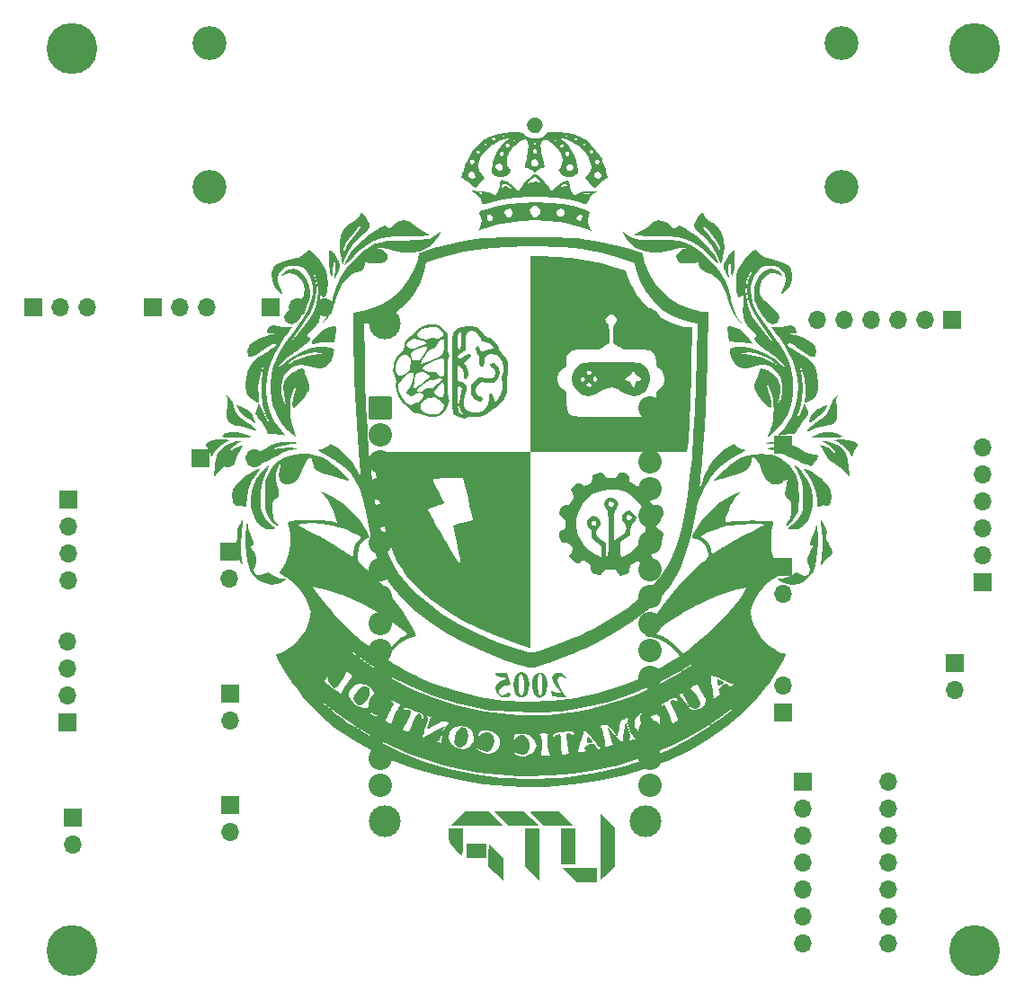
<source format=gbr>
%TF.GenerationSoftware,KiCad,Pcbnew,8.0.4*%
%TF.CreationDate,2024-07-29T13:43:04-05:00*%
%TF.ProjectId,DAQ-Bicineta,4441512d-4269-4636-996e-6574612e6b69,rev?*%
%TF.SameCoordinates,Original*%
%TF.FileFunction,Soldermask,Bot*%
%TF.FilePolarity,Negative*%
%FSLAX46Y46*%
G04 Gerber Fmt 4.6, Leading zero omitted, Abs format (unit mm)*
G04 Created by KiCad (PCBNEW 8.0.4) date 2024-07-29 13:43:04*
%MOMM*%
%LPD*%
G01*
G04 APERTURE LIST*
G04 Aperture macros list*
%AMRoundRect*
0 Rectangle with rounded corners*
0 $1 Rounding radius*
0 $2 $3 $4 $5 $6 $7 $8 $9 X,Y pos of 4 corners*
0 Add a 4 corners polygon primitive as box body*
4,1,4,$2,$3,$4,$5,$6,$7,$8,$9,$2,$3,0*
0 Add four circle primitives for the rounded corners*
1,1,$1+$1,$2,$3*
1,1,$1+$1,$4,$5*
1,1,$1+$1,$6,$7*
1,1,$1+$1,$8,$9*
0 Add four rect primitives between the rounded corners*
20,1,$1+$1,$2,$3,$4,$5,0*
20,1,$1+$1,$4,$5,$6,$7,0*
20,1,$1+$1,$6,$7,$8,$9,0*
20,1,$1+$1,$8,$9,$2,$3,0*%
G04 Aperture macros list end*
%ADD10C,0.000000*%
%ADD11C,4.800000*%
%ADD12R,1.700000X1.700000*%
%ADD13O,1.700000X1.700000*%
%ADD14C,3.200000*%
%ADD15C,3.000000*%
%ADD16RoundRect,0.102000X-1.000000X-1.000000X1.000000X-1.000000X1.000000X1.000000X-1.000000X1.000000X0*%
%ADD17C,2.204000*%
G04 APERTURE END LIST*
D10*
%TO.C,G\u002A\u002A\u002A*%
G36*
X147482740Y-130020041D02*
G01*
X148176839Y-130697606D01*
X145671217Y-130699465D01*
X143165595Y-130701323D01*
X143838979Y-130021899D01*
X144512364Y-129342476D01*
X145650503Y-129342476D01*
X146788641Y-129342476D01*
X147482740Y-130020041D01*
G37*
G36*
X146556675Y-133053175D02*
G01*
X146556675Y-133732599D01*
X145615934Y-133732599D01*
X144675193Y-133732599D01*
X144675193Y-133053175D01*
X144675193Y-132373751D01*
X145615934Y-132373751D01*
X146556675Y-132373751D01*
X146556675Y-133053175D01*
G37*
G36*
X147447011Y-133120114D02*
G01*
X148124576Y-133814213D01*
X148124576Y-134841786D01*
X148124576Y-135869358D01*
X147445152Y-135195974D01*
X146765728Y-134522589D01*
X146767587Y-133474302D01*
X146769446Y-132426015D01*
X147447011Y-133120114D01*
G37*
G36*
X150794850Y-130016929D02*
G01*
X151521695Y-130691382D01*
X150107565Y-130696353D01*
X148693434Y-130701323D01*
X148020049Y-130021899D01*
X147346665Y-129342476D01*
X148707334Y-129342476D01*
X150068004Y-129342476D01*
X150794850Y-130016929D01*
G37*
G36*
X151573959Y-133442131D02*
G01*
X151573959Y-135869358D01*
X150894535Y-135195974D01*
X150215111Y-134522589D01*
X150215111Y-132768746D01*
X150215111Y-131014904D01*
X150894535Y-131014904D01*
X151573959Y-131014904D01*
X151573959Y-133442131D01*
G37*
G36*
X154918815Y-132687332D02*
G01*
X154918815Y-134359760D01*
X154239391Y-134359760D01*
X153559967Y-134359760D01*
X153559967Y-132687332D01*
X153559967Y-131014904D01*
X154239391Y-131014904D01*
X154918815Y-131014904D01*
X154918815Y-132687332D01*
G37*
G36*
X157009350Y-135352764D02*
G01*
X157009350Y-136032188D01*
X156039458Y-136032188D01*
X155069566Y-136032188D01*
X154396181Y-135352764D01*
X153722796Y-134673340D01*
X155366073Y-134673340D01*
X157009350Y-134673340D01*
X157009350Y-135352764D01*
G37*
G36*
X156395711Y-122539272D02*
G01*
X156456954Y-122618622D01*
X156532756Y-122778898D01*
X156465108Y-122877383D01*
X156383938Y-122916310D01*
X156145013Y-122964743D01*
X156086666Y-122961132D01*
X156004294Y-122888048D01*
X156029059Y-122678895D01*
X156060200Y-122556001D01*
X156136496Y-122369056D01*
X156235373Y-122368415D01*
X156395711Y-122539272D01*
G37*
G36*
X168644822Y-117022478D02*
G01*
X168723625Y-117063651D01*
X168886001Y-117169052D01*
X168876451Y-117263592D01*
X168705329Y-117414328D01*
X168664032Y-117446262D01*
X168460486Y-117534020D01*
X168340583Y-117432607D01*
X168299839Y-117138978D01*
X168299771Y-117117243D01*
X168321387Y-116947225D01*
X168419520Y-116921338D01*
X168644822Y-117022478D01*
G37*
G36*
X137610036Y-118997592D02*
G01*
X137792117Y-119067978D01*
X137821817Y-119248201D01*
X137706537Y-119562046D01*
X137611461Y-119758536D01*
X137517233Y-119898335D01*
X137415462Y-119909735D01*
X137246922Y-119826864D01*
X137123321Y-119727661D01*
X137036931Y-119502523D01*
X137090343Y-119262724D01*
X137261875Y-119072059D01*
X137529848Y-118994327D01*
X137610036Y-118997592D01*
G37*
G36*
X154082601Y-130021899D02*
G01*
X154755985Y-130701323D01*
X153350925Y-130701323D01*
X151945864Y-130701323D01*
X151341805Y-130103567D01*
X151255984Y-130017814D01*
X150991860Y-129742071D01*
X150807220Y-129530804D01*
X150737745Y-129424143D01*
X150740190Y-129419192D01*
X150866838Y-129389218D01*
X151157364Y-129364846D01*
X151572626Y-129348467D01*
X152073480Y-129342476D01*
X153409216Y-129342476D01*
X154082601Y-130021899D01*
G37*
G36*
X179495211Y-93711349D02*
G01*
X179853041Y-93855644D01*
X180162025Y-94064698D01*
X179587128Y-94131640D01*
X179397080Y-94149390D01*
X178918517Y-94169148D01*
X178489597Y-94158681D01*
X178349580Y-94148705D01*
X177920205Y-94124222D01*
X177548856Y-94110486D01*
X177130749Y-94102194D01*
X177601119Y-93881681D01*
X177952255Y-93756331D01*
X178476122Y-93662486D01*
X179013339Y-93647227D01*
X179495211Y-93711349D01*
G37*
G36*
X161723143Y-120112893D02*
G01*
X161999729Y-120321633D01*
X162242278Y-120701321D01*
X162303587Y-120842301D01*
X162421575Y-121219737D01*
X162410487Y-121499021D01*
X162271750Y-121729924D01*
X162073659Y-121881538D01*
X161790861Y-121917708D01*
X161513468Y-121778132D01*
X161269566Y-121479229D01*
X161087243Y-121037420D01*
X161035827Y-120766438D01*
X161068860Y-120401874D01*
X161219737Y-120164063D01*
X161450489Y-120064053D01*
X161723143Y-120112893D01*
G37*
G36*
X123534293Y-93713294D02*
G01*
X124031160Y-93855644D01*
X124553794Y-94064698D01*
X123926634Y-94127901D01*
X123695632Y-94143264D01*
X123304133Y-94152166D01*
X122858916Y-94149884D01*
X122412531Y-94137954D01*
X122017525Y-94117912D01*
X121726447Y-94091296D01*
X121591844Y-94059640D01*
X121589781Y-94055631D01*
X121661443Y-93974460D01*
X121848214Y-93838094D01*
X122034547Y-93749514D01*
X122469070Y-93659691D01*
X122991291Y-93647797D01*
X123534293Y-93713294D01*
G37*
G36*
X123123586Y-91079601D02*
G01*
X123347803Y-91167109D01*
X123662228Y-91309511D01*
X124011600Y-91496550D01*
X124298689Y-91730043D01*
X124512927Y-92042088D01*
X124710315Y-92496087D01*
X124764414Y-92674884D01*
X124758653Y-92758113D01*
X124655761Y-92706734D01*
X124428330Y-92568113D01*
X124127095Y-92372834D01*
X123903384Y-92203201D01*
X123588644Y-91904718D01*
X123311171Y-91581648D01*
X123113499Y-91285036D01*
X123038156Y-91065925D01*
X123123586Y-91079601D01*
G37*
G36*
X144558222Y-121496309D02*
G01*
X144668819Y-121587420D01*
X144802056Y-121866031D01*
X144841479Y-122231784D01*
X144791389Y-122621874D01*
X144656090Y-122973492D01*
X144439884Y-123223834D01*
X144205487Y-123353235D01*
X143970911Y-123349735D01*
X143722935Y-123163880D01*
X143619802Y-123043019D01*
X143546703Y-122834430D01*
X143569135Y-122525747D01*
X143607967Y-122324763D01*
X143767416Y-121862615D01*
X143989506Y-121559494D01*
X144258390Y-121431895D01*
X144558222Y-121496309D01*
G37*
G36*
X151584937Y-64099217D02*
G01*
X151784887Y-64384031D01*
X151786595Y-64388534D01*
X151876357Y-64721046D01*
X151829759Y-64969563D01*
X151630973Y-65220066D01*
X151611784Y-65238843D01*
X151394359Y-65407400D01*
X151219671Y-65476632D01*
X150967298Y-65441117D01*
X150649008Y-65272375D01*
X150438536Y-65006985D01*
X150368003Y-64692122D01*
X150469531Y-64374958D01*
X150649996Y-64166673D01*
X150965560Y-63990179D01*
X151294518Y-63967813D01*
X151584937Y-64099217D01*
G37*
G36*
X158002354Y-130178690D02*
G01*
X158681778Y-130852074D01*
X158681778Y-132681500D01*
X158681778Y-134510925D01*
X158031505Y-135167030D01*
X157895875Y-135303234D01*
X157626327Y-135569612D01*
X157433436Y-135754140D01*
X157352081Y-135823134D01*
X157349199Y-135807695D01*
X157342151Y-135633270D01*
X157335858Y-135285108D01*
X157330554Y-134788666D01*
X157326475Y-134169400D01*
X157323855Y-133452766D01*
X157322930Y-132664219D01*
X157322930Y-129505305D01*
X158002354Y-130178690D01*
G37*
G36*
X121888362Y-94344995D02*
G01*
X122463259Y-94378278D01*
X122045152Y-94566497D01*
X121945212Y-94614691D01*
X121478010Y-94922859D01*
X121084607Y-95310479D01*
X120830282Y-95715795D01*
X120698948Y-96032862D01*
X120588100Y-95728204D01*
X120460257Y-95443811D01*
X120280553Y-95133419D01*
X120279593Y-95132003D01*
X120154717Y-94925221D01*
X120151231Y-94792847D01*
X120266459Y-94641516D01*
X120357850Y-94563427D01*
X120713171Y-94417468D01*
X121231748Y-94343121D01*
X121888362Y-94344995D01*
G37*
G36*
X144361613Y-132269225D02*
G01*
X144361608Y-132282165D01*
X144353985Y-132764685D01*
X144333897Y-133159348D01*
X144304350Y-133425765D01*
X144268345Y-133523546D01*
X144247347Y-133516185D01*
X144102490Y-133403293D01*
X143869913Y-133182498D01*
X143588921Y-132890427D01*
X143334338Y-132611142D01*
X143145817Y-132373958D01*
X143047029Y-132173722D01*
X143009003Y-131948437D01*
X143002765Y-131636106D01*
X143002765Y-131014904D01*
X143682189Y-131014904D01*
X144361613Y-131014904D01*
X144361613Y-132269225D01*
G37*
G36*
X178609598Y-91207581D02*
G01*
X178447732Y-91478915D01*
X178194520Y-91795512D01*
X177892373Y-92106097D01*
X177583699Y-92359388D01*
X177350235Y-92519829D01*
X177086610Y-92685146D01*
X176951771Y-92732773D01*
X176922162Y-92667992D01*
X176974229Y-92496087D01*
X177144869Y-92094402D01*
X177353495Y-91766679D01*
X177627310Y-91526182D01*
X178022315Y-91309511D01*
X178022776Y-91309292D01*
X178336837Y-91168297D01*
X178560673Y-91084167D01*
X178645851Y-91075109D01*
X178609598Y-91207581D01*
G37*
G36*
X180673205Y-94363349D02*
G01*
X181135061Y-94468546D01*
X181422411Y-94646297D01*
X181446281Y-94672852D01*
X181545429Y-94813766D01*
X181527638Y-94945101D01*
X181386808Y-95153845D01*
X181384002Y-95157655D01*
X181207253Y-95453208D01*
X181092210Y-95741969D01*
X181020144Y-96029101D01*
X180866114Y-95726323D01*
X180744150Y-95514848D01*
X180284989Y-94987600D01*
X179691654Y-94599875D01*
X179221284Y-94378278D01*
X179796181Y-94344995D01*
X180059929Y-94334984D01*
X180673205Y-94363349D01*
G37*
G36*
X132274281Y-83672988D02*
G01*
X132396319Y-83731156D01*
X132442104Y-83880512D01*
X132418500Y-84157830D01*
X132332375Y-84599882D01*
X132219187Y-85127661D01*
X131574557Y-85140028D01*
X131281591Y-85152213D01*
X130894165Y-85186443D01*
X130616346Y-85232188D01*
X130314648Y-85303459D01*
X130134481Y-85319981D01*
X130091115Y-85261038D01*
X130150925Y-85118413D01*
X130369924Y-84783432D01*
X130770858Y-84353787D01*
X131237285Y-83999295D01*
X131717080Y-83757658D01*
X132158115Y-83666582D01*
X132274281Y-83672988D01*
G37*
G36*
X135332327Y-117622055D02*
G01*
X135416657Y-117663104D01*
X135538639Y-117765307D01*
X135575547Y-117933065D01*
X135552572Y-118236678D01*
X135512637Y-118477778D01*
X135382643Y-118782239D01*
X135122830Y-119069132D01*
X134847419Y-119302544D01*
X134652011Y-119390908D01*
X134477729Y-119337953D01*
X134263539Y-119149377D01*
X134120219Y-118971741D01*
X134060523Y-118742652D01*
X134139964Y-118462796D01*
X134363057Y-118083818D01*
X134387496Y-118047778D01*
X134694038Y-117704661D01*
X135005167Y-117564571D01*
X135332327Y-117622055D01*
G37*
G36*
X169834516Y-83713967D02*
G01*
X170310960Y-83917182D01*
X170788420Y-84246365D01*
X171215750Y-84664284D01*
X171541803Y-85133706D01*
X171602165Y-85255379D01*
X171591061Y-85330247D01*
X171419772Y-85294370D01*
X171386883Y-85285854D01*
X171130804Y-85242579D01*
X170750699Y-85197870D01*
X170315955Y-85160164D01*
X169459185Y-85098889D01*
X169349082Y-84585496D01*
X169293727Y-84315570D01*
X169243717Y-83974937D01*
X169261079Y-83777852D01*
X169352940Y-83687378D01*
X169526428Y-83666582D01*
X169834516Y-83713967D01*
G37*
G36*
X123635032Y-101905585D02*
G01*
X123634704Y-102084109D01*
X123610396Y-102400473D01*
X123565627Y-102803486D01*
X123523479Y-103189603D01*
X123470436Y-104087858D01*
X123479864Y-104933016D01*
X123552112Y-105651986D01*
X123635498Y-106159438D01*
X123381515Y-105834908D01*
X123332580Y-105775276D01*
X123139418Y-105586475D01*
X122994517Y-105510377D01*
X122862796Y-105460600D01*
X122676124Y-105305535D01*
X122655838Y-105281780D01*
X122547539Y-104987585D01*
X122629739Y-104615014D01*
X122901470Y-104168947D01*
X123037271Y-103969254D01*
X123120127Y-103716445D01*
X123098433Y-103394135D01*
X123078831Y-103091022D01*
X123141428Y-102787644D01*
X123306406Y-102403309D01*
X123438484Y-102149180D01*
X123563046Y-101945531D01*
X123628775Y-101885084D01*
X123635032Y-101905585D01*
G37*
G36*
X125203282Y-97127779D02*
G01*
X125110450Y-97294334D01*
X124935179Y-97533284D01*
X124501804Y-98197021D01*
X124157978Y-99049920D01*
X124000036Y-99944377D01*
X123999105Y-99958818D01*
X123967717Y-100347631D01*
X123928798Y-100565287D01*
X123870722Y-100648554D01*
X123781859Y-100634196D01*
X123764868Y-100626990D01*
X123532965Y-100579112D01*
X123229228Y-100565227D01*
X123000546Y-100556544D01*
X122831738Y-100470655D01*
X122711352Y-100252113D01*
X122685320Y-100185465D01*
X122586923Y-99632896D01*
X122691912Y-99082853D01*
X122995562Y-98548680D01*
X123493150Y-98043721D01*
X123523399Y-98019326D01*
X123812075Y-97810359D01*
X124159416Y-97588214D01*
X124518977Y-97378834D01*
X124844311Y-97208159D01*
X125088975Y-97102134D01*
X125206523Y-97086699D01*
X125203282Y-97127779D01*
G37*
G36*
X176620687Y-97111164D02*
G01*
X176878231Y-97226884D01*
X177210518Y-97403942D01*
X177571104Y-97616396D01*
X177913544Y-97838303D01*
X178191393Y-98043721D01*
X178261702Y-98102753D01*
X178738552Y-98614233D01*
X179017430Y-99152652D01*
X179094659Y-99707461D01*
X178966564Y-100268112D01*
X178870521Y-100464745D01*
X178741816Y-100561750D01*
X178531076Y-100542988D01*
X178287493Y-100527633D01*
X178049351Y-100587013D01*
X177931506Y-100649440D01*
X177797787Y-100698968D01*
X177792829Y-100697087D01*
X177754715Y-100577182D01*
X177715923Y-100307219D01*
X177684137Y-99938610D01*
X177555287Y-99153754D01*
X177234153Y-98297816D01*
X176749365Y-97533284D01*
X176642219Y-97392687D01*
X176509362Y-97187797D01*
X176478021Y-97086699D01*
X176484332Y-97082725D01*
X176620687Y-97111164D01*
G37*
G36*
X169921402Y-76523728D02*
G01*
X169954360Y-76757032D01*
X169968083Y-77102220D01*
X169963329Y-77507657D01*
X169940859Y-77921708D01*
X169901432Y-78292740D01*
X169845809Y-78569117D01*
X169764751Y-78806624D01*
X169702564Y-78878816D01*
X169644102Y-78790297D01*
X169607048Y-78622862D01*
X169572095Y-78300790D01*
X169553281Y-77915315D01*
X169544132Y-77616183D01*
X169524639Y-77418706D01*
X169489565Y-77387001D01*
X169431990Y-77497208D01*
X169386570Y-77709702D01*
X169363533Y-78065836D01*
X169372945Y-78471757D01*
X169421219Y-79184989D01*
X169173309Y-78748536D01*
X169046818Y-78512140D01*
X168948374Y-78231183D01*
X168948630Y-77950571D01*
X169036211Y-77572746D01*
X169128983Y-77343202D01*
X169307275Y-77038326D01*
X169519725Y-76750357D01*
X169723801Y-76535995D01*
X169876968Y-76451941D01*
X169921402Y-76523728D01*
G37*
G36*
X178110745Y-101931386D02*
G01*
X178230512Y-102122265D01*
X178384162Y-102415625D01*
X178397690Y-102443412D01*
X178556953Y-102818284D01*
X178616851Y-103112212D01*
X178595615Y-103411013D01*
X178569629Y-103639069D01*
X178614558Y-103898818D01*
X178786552Y-104173509D01*
X178819002Y-104216907D01*
X179071282Y-104654249D01*
X179134821Y-105019166D01*
X179008419Y-105305535D01*
X178854445Y-105438862D01*
X178685579Y-105510377D01*
X178663515Y-105513604D01*
X178502517Y-105618047D01*
X178316279Y-105823957D01*
X178276217Y-105877821D01*
X178134005Y-106062820D01*
X178068404Y-106137537D01*
X178067827Y-106108037D01*
X178089709Y-105928841D01*
X178134093Y-105641035D01*
X178176235Y-105317946D01*
X178217034Y-104546877D01*
X178197797Y-103684427D01*
X178118917Y-102803486D01*
X178101025Y-102654778D01*
X178063065Y-102276460D01*
X178046806Y-102002832D01*
X178055768Y-101885084D01*
X178110745Y-101931386D01*
G37*
G36*
X179602414Y-90274476D02*
G01*
X179575836Y-90313013D01*
X179517613Y-90490490D01*
X179508970Y-90774503D01*
X179547022Y-91213990D01*
X179585767Y-91594391D01*
X179606168Y-92024158D01*
X179575558Y-92327064D01*
X179487419Y-92550083D01*
X179335232Y-92740186D01*
X179182908Y-92860967D01*
X178877493Y-92984871D01*
X178420420Y-93067310D01*
X178102838Y-93119829D01*
X177647091Y-93230379D01*
X177281206Y-93357342D01*
X177122157Y-93425987D01*
X176891597Y-93515974D01*
X176788577Y-93541682D01*
X176768156Y-93472066D01*
X176888319Y-93297070D01*
X177178427Y-93044346D01*
X177628503Y-92723611D01*
X177994251Y-92470292D01*
X178363659Y-92169085D01*
X178625024Y-91869053D01*
X178823241Y-91515686D01*
X179003204Y-91054474D01*
X179056934Y-90910122D01*
X179263424Y-90499506D01*
X179482601Y-90261826D01*
X179641498Y-90163937D01*
X179685938Y-90159081D01*
X179602414Y-90274476D01*
G37*
G36*
X122174729Y-90235457D02*
G01*
X122220956Y-90263535D01*
X122460991Y-90508764D01*
X122648741Y-90842523D01*
X122724576Y-91164098D01*
X122727477Y-91215625D01*
X122850066Y-91552356D01*
X123135392Y-91939860D01*
X123559036Y-92349836D01*
X124096576Y-92753985D01*
X124298484Y-92893170D01*
X124617705Y-93133894D01*
X124837689Y-93328090D01*
X124919638Y-93443267D01*
X124883167Y-93504217D01*
X124732041Y-93485595D01*
X124432800Y-93367221D01*
X124174768Y-93271989D01*
X123720666Y-93149570D01*
X123267454Y-93067723D01*
X122919626Y-93011736D01*
X122580187Y-92903296D01*
X122351211Y-92740186D01*
X122237094Y-92606316D01*
X122135034Y-92403325D01*
X122089470Y-92134741D01*
X122094008Y-91753863D01*
X122142256Y-91213990D01*
X122155599Y-91082507D01*
X122179153Y-90686787D01*
X122155685Y-90435870D01*
X122082129Y-90282268D01*
X122017055Y-90199633D01*
X122016752Y-90159420D01*
X122174729Y-90235457D01*
G37*
G36*
X126070105Y-96733845D02*
G01*
X126044688Y-96851245D01*
X125944801Y-97100241D01*
X125788140Y-97435685D01*
X125450300Y-98291362D01*
X125273584Y-99208410D01*
X125264139Y-100208560D01*
X125343216Y-100838032D01*
X125537123Y-101459209D01*
X125852320Y-101949623D01*
X126303798Y-102340005D01*
X126507808Y-102488945D01*
X126665162Y-102643646D01*
X126669641Y-102723728D01*
X126630567Y-102735378D01*
X126403897Y-102767515D01*
X126095865Y-102784429D01*
X126089073Y-102784548D01*
X125782742Y-102760908D01*
X125529631Y-102652001D01*
X125237990Y-102418714D01*
X124902470Y-102029909D01*
X124592232Y-101421312D01*
X124409920Y-100718258D01*
X124361614Y-99964561D01*
X124453397Y-99204034D01*
X124691350Y-98480490D01*
X124719513Y-98420879D01*
X124911051Y-98080606D01*
X125159922Y-97707295D01*
X125432921Y-97343269D01*
X125696844Y-97030851D01*
X125918484Y-96812364D01*
X126064637Y-96730130D01*
X126070105Y-96733845D01*
G37*
G36*
X147932178Y-116297301D02*
G01*
X148471467Y-116328895D01*
X148654164Y-116867848D01*
X148836862Y-117406800D01*
X148454587Y-117477721D01*
X148080993Y-117596416D01*
X147803011Y-117821145D01*
X147706469Y-118125331D01*
X147707724Y-118166879D01*
X147791783Y-118380561D01*
X148001257Y-118431919D01*
X148327265Y-118318195D01*
X148573292Y-118221945D01*
X148781119Y-118230054D01*
X148856263Y-118376704D01*
X148801884Y-118463954D01*
X148621078Y-118575214D01*
X148395924Y-118629221D01*
X147997633Y-118571686D01*
X147628074Y-118341198D01*
X147458095Y-118106751D01*
X147399895Y-117774166D01*
X147500776Y-117449429D01*
X147742327Y-117183185D01*
X148106139Y-117026079D01*
X148377990Y-116940707D01*
X148454673Y-116846657D01*
X148334203Y-116764578D01*
X148021766Y-116713668D01*
X147743113Y-116674849D01*
X147481715Y-116553618D01*
X147394489Y-116349565D01*
X147434504Y-116320100D01*
X147629434Y-116294137D01*
X147932178Y-116297301D01*
G37*
G36*
X153576374Y-116313995D02*
G01*
X153873547Y-116485685D01*
X154001631Y-116633475D01*
X154076913Y-116786606D01*
X154028123Y-116840012D01*
X153857387Y-116757901D01*
X153667028Y-116665053D01*
X153439280Y-116703388D01*
X153294669Y-116843350D01*
X153255311Y-117125065D01*
X153381203Y-117509264D01*
X153670247Y-117984307D01*
X154094106Y-118576220D01*
X153408930Y-118576220D01*
X153308951Y-118575733D01*
X152960366Y-118558796D01*
X152777037Y-118512084D01*
X152723753Y-118427979D01*
X152714671Y-118328312D01*
X152656106Y-118088267D01*
X152645569Y-118057696D01*
X152631295Y-117957629D01*
X152729274Y-118027455D01*
X152733895Y-118031580D01*
X152937268Y-118121087D01*
X153222027Y-118158113D01*
X153573963Y-118158113D01*
X153209552Y-117713397D01*
X153044947Y-117499198D01*
X152810584Y-117084565D01*
X152758036Y-116749045D01*
X152884355Y-116481474D01*
X152936838Y-116430874D01*
X153236525Y-116295607D01*
X153576374Y-116313995D01*
G37*
G36*
X178552573Y-94465741D02*
G01*
X179116963Y-94633034D01*
X179716518Y-94946475D01*
X180130640Y-95279785D01*
X180428766Y-95705323D01*
X180615979Y-96251907D01*
X180710683Y-96956754D01*
X180717413Y-97061796D01*
X180732487Y-97425080D01*
X180729974Y-97679528D01*
X180709919Y-97775397D01*
X180692696Y-97766934D01*
X180586919Y-97641668D01*
X180439951Y-97414231D01*
X180438514Y-97411804D01*
X180125665Y-97065433D01*
X179619544Y-96745284D01*
X179201912Y-96511676D01*
X178844202Y-96231445D01*
X178560005Y-95878571D01*
X178285722Y-95388354D01*
X178006523Y-94830529D01*
X178248060Y-94905094D01*
X178273162Y-94912975D01*
X178874136Y-95184960D01*
X179356777Y-95564315D01*
X179620338Y-95841653D01*
X179420811Y-95490879D01*
X179214593Y-95222471D01*
X178878931Y-94914149D01*
X178506696Y-94655408D01*
X178175490Y-94507526D01*
X178099648Y-94486822D01*
X178064750Y-94457868D01*
X178228280Y-94443250D01*
X178552573Y-94465741D01*
G37*
G36*
X131933082Y-76513382D02*
G01*
X132132151Y-76711562D01*
X132346071Y-76991984D01*
X132532309Y-77297945D01*
X132648332Y-77572746D01*
X132718017Y-77847485D01*
X132746620Y-78131368D01*
X132685678Y-78390627D01*
X132524429Y-78725397D01*
X132444633Y-78874689D01*
X132328006Y-79086465D01*
X132276778Y-79169636D01*
X132276630Y-79169583D01*
X132277200Y-79070183D01*
X132289936Y-78817130D01*
X132312148Y-78464081D01*
X132321874Y-78099149D01*
X132301262Y-77735885D01*
X132252553Y-77497208D01*
X132203835Y-77397553D01*
X132165076Y-77400879D01*
X132143193Y-77565512D01*
X132131262Y-77915315D01*
X132116084Y-78251095D01*
X132082824Y-78586194D01*
X132040441Y-78790297D01*
X131984883Y-78877998D01*
X131923382Y-78814562D01*
X131838735Y-78569117D01*
X131789838Y-78337653D01*
X131748132Y-77976607D01*
X131723277Y-77565419D01*
X131716035Y-77155724D01*
X131727163Y-76799156D01*
X131757424Y-76547350D01*
X131807575Y-76451941D01*
X131933082Y-76513382D01*
G37*
G36*
X175611383Y-96731116D02*
G01*
X175776265Y-96830187D01*
X176011829Y-97062160D01*
X176284689Y-97385106D01*
X176561460Y-97757096D01*
X176808757Y-98136200D01*
X176993193Y-98480490D01*
X177195159Y-99053872D01*
X177315902Y-99810472D01*
X177295332Y-100569069D01*
X177139529Y-101285851D01*
X176854576Y-101917003D01*
X176446553Y-102418714D01*
X176207098Y-102614779D01*
X175930747Y-102754754D01*
X175623359Y-102792681D01*
X175422560Y-102789674D01*
X175122113Y-102757122D01*
X175019617Y-102679078D01*
X175108717Y-102543529D01*
X175383057Y-102338461D01*
X175764491Y-102021438D01*
X176137745Y-101486097D01*
X176244017Y-101256420D01*
X176325103Y-101009839D01*
X176371882Y-100725141D01*
X176393210Y-100345395D01*
X176397945Y-99813669D01*
X176397913Y-99794342D01*
X176362626Y-98965891D01*
X176252375Y-98281052D01*
X176054002Y-97684799D01*
X175754349Y-97122105D01*
X175684031Y-97003367D01*
X175593690Y-96807493D01*
X175599496Y-96730130D01*
X175611383Y-96731116D01*
G37*
G36*
X150547951Y-117846717D02*
G01*
X150413582Y-118247353D01*
X150188855Y-118520130D01*
X149973781Y-118643756D01*
X149745715Y-118655107D01*
X149489845Y-118497825D01*
X149303054Y-118262751D01*
X149162139Y-117859837D01*
X149121595Y-117426426D01*
X149590805Y-117426426D01*
X149595050Y-117649150D01*
X149617869Y-117998842D01*
X149653832Y-118236509D01*
X149722487Y-118383533D01*
X149849267Y-118471694D01*
X149891963Y-118464244D01*
X150012543Y-118314856D01*
X150084111Y-117970352D01*
X150107730Y-117426426D01*
X150105888Y-117253756D01*
X150068949Y-116766109D01*
X149983764Y-116476679D01*
X149849267Y-116381159D01*
X149806572Y-116388609D01*
X149685991Y-116537996D01*
X149614424Y-116882500D01*
X149590805Y-117426426D01*
X149121595Y-117426426D01*
X149118115Y-117389228D01*
X149175991Y-116917648D01*
X149340776Y-116511817D01*
X149534748Y-116331568D01*
X149849267Y-116276632D01*
X150159028Y-116329366D01*
X150357759Y-116511817D01*
X150524387Y-116914310D01*
X150586655Y-117381332D01*
X150582905Y-117426426D01*
X150547951Y-117846717D01*
G37*
G36*
X123553641Y-94448767D02*
G01*
X123628216Y-94468123D01*
X123509053Y-94507526D01*
X123215168Y-94634018D01*
X122843575Y-94884173D01*
X122500562Y-95190219D01*
X122263732Y-95490879D01*
X122064205Y-95841653D01*
X122327766Y-95564315D01*
X122343859Y-95547598D01*
X122832619Y-95171753D01*
X123436157Y-94905197D01*
X123496671Y-94886994D01*
X123590358Y-94874978D01*
X123603299Y-94938678D01*
X123530818Y-95114968D01*
X123368239Y-95440721D01*
X123135805Y-95856851D01*
X122855088Y-96216617D01*
X122502339Y-96501620D01*
X122012510Y-96775923D01*
X122005032Y-96779679D01*
X121543643Y-97077706D01*
X121244366Y-97414614D01*
X121197424Y-97491931D01*
X121058324Y-97694267D01*
X120974624Y-97775397D01*
X120973892Y-97775385D01*
X120930815Y-97679953D01*
X120926962Y-97432265D01*
X120955445Y-97083381D01*
X121009377Y-96684357D01*
X121081871Y-96286253D01*
X121166037Y-95940128D01*
X121254990Y-95697039D01*
X121442720Y-95417523D01*
X121857402Y-95029770D01*
X122374006Y-94713770D01*
X122928353Y-94506078D01*
X123456263Y-94443250D01*
X123553641Y-94448767D01*
G37*
G36*
X152256809Y-117942299D02*
G01*
X152106306Y-118331019D01*
X151849483Y-118558494D01*
X151753560Y-118603875D01*
X151569953Y-118660169D01*
X151415379Y-118610299D01*
X151197881Y-118437141D01*
X151024824Y-118249395D01*
X150922624Y-118002219D01*
X150872683Y-117627059D01*
X150875589Y-117426426D01*
X151417169Y-117426426D01*
X151418475Y-117712705D01*
X151430087Y-118079777D01*
X151459565Y-118299180D01*
X151513901Y-118410118D01*
X151600090Y-118451795D01*
X151679096Y-118450261D01*
X151734082Y-118383253D01*
X151765498Y-118214003D01*
X151779692Y-117906923D01*
X151783012Y-117426426D01*
X151780124Y-116968905D01*
X151766740Y-116652665D01*
X151736506Y-116476336D01*
X151683072Y-116404329D01*
X151600090Y-116401058D01*
X151547249Y-116418305D01*
X151479848Y-116494141D01*
X151440364Y-116661305D01*
X151421802Y-116958998D01*
X151417169Y-117426426D01*
X150875589Y-117426426D01*
X150879442Y-117160396D01*
X150995662Y-116719713D01*
X151218307Y-116424147D01*
X151535740Y-116297042D01*
X151803759Y-116323094D01*
X152075583Y-116515471D01*
X152246380Y-116873826D01*
X152305646Y-117383341D01*
X152301882Y-117426426D01*
X152256809Y-117942299D01*
G37*
G36*
X173759350Y-78314366D02*
G01*
X174118734Y-78491200D01*
X174358190Y-78746671D01*
X174417282Y-78873926D01*
X174371459Y-78891767D01*
X174178367Y-78798496D01*
X173753426Y-78662396D01*
X173303348Y-78692322D01*
X172898543Y-78886013D01*
X172570460Y-79220106D01*
X172350548Y-79671236D01*
X172270255Y-80216042D01*
X172270522Y-80295516D01*
X172287061Y-80574187D01*
X172354794Y-80778834D01*
X172508952Y-80980185D01*
X172784767Y-81248972D01*
X173038835Y-81482442D01*
X173409634Y-81812392D01*
X173725508Y-82082377D01*
X173860844Y-82203491D01*
X174104952Y-82537707D01*
X174146399Y-82871985D01*
X173989019Y-83222921D01*
X173840964Y-83366385D01*
X173512757Y-83455233D01*
X173456208Y-83452460D01*
X173156627Y-83342780D01*
X172848111Y-83064469D01*
X172519782Y-82605444D01*
X172160760Y-81953623D01*
X171957749Y-81527787D01*
X171826958Y-81175201D01*
X171764348Y-80854536D01*
X171748642Y-80490248D01*
X171807669Y-79894801D01*
X172006150Y-79290648D01*
X172325313Y-78797686D01*
X172745259Y-78445506D01*
X173246087Y-78263697D01*
X173364949Y-78253043D01*
X173759350Y-78314366D01*
G37*
G36*
X128879937Y-78412455D02*
G01*
X129311223Y-78744701D01*
X129644245Y-79221476D01*
X129859105Y-79813188D01*
X129935901Y-80490248D01*
X129922385Y-80833270D01*
X129863424Y-81154466D01*
X129737649Y-81502735D01*
X129523784Y-81953623D01*
X129468007Y-82062277D01*
X129230705Y-82485697D01*
X128992677Y-82860292D01*
X128797989Y-83115521D01*
X128593109Y-83297879D01*
X128257476Y-83449050D01*
X127945188Y-83425340D01*
X127695524Y-83222921D01*
X127617481Y-83096055D01*
X127529873Y-82752896D01*
X127642446Y-82420536D01*
X127959035Y-82082377D01*
X128184350Y-81891161D01*
X128550153Y-81568552D01*
X128899776Y-81248972D01*
X128973705Y-81179490D01*
X129219307Y-80931889D01*
X129351117Y-80735935D01*
X129404367Y-80520896D01*
X129414288Y-80216042D01*
X129346622Y-79713981D01*
X129137292Y-79254030D01*
X128817135Y-78909143D01*
X128417597Y-78702682D01*
X127970128Y-78658012D01*
X127506176Y-78798496D01*
X127320204Y-78889184D01*
X127266509Y-78878344D01*
X127326353Y-78746671D01*
X127384248Y-78659254D01*
X127670994Y-78424761D01*
X128050701Y-78280617D01*
X128438456Y-78263697D01*
X128879937Y-78412455D01*
G37*
G36*
X163138233Y-73727109D02*
G01*
X163567964Y-73894878D01*
X163937357Y-74165513D01*
X163991430Y-74219100D01*
X164174629Y-74376398D01*
X164297755Y-74401415D01*
X164425573Y-74313827D01*
X164553780Y-74216248D01*
X164700296Y-74154467D01*
X164740296Y-74166629D01*
X164934271Y-74262195D01*
X165238421Y-74431979D01*
X165607068Y-74650969D01*
X166242991Y-75082792D01*
X166960240Y-75684272D01*
X167580557Y-76333216D01*
X168069723Y-76993075D01*
X168393518Y-77627296D01*
X168405042Y-77663785D01*
X168377368Y-77705916D01*
X168238408Y-77613428D01*
X167978975Y-77379099D01*
X167589879Y-76995710D01*
X167012124Y-76448951D01*
X166449317Y-76008852D01*
X165881600Y-75680892D01*
X165268806Y-75450064D01*
X164570772Y-75301358D01*
X163747332Y-75219765D01*
X162758321Y-75190277D01*
X162707160Y-75189835D01*
X162130730Y-75179275D01*
X161585243Y-75160172D01*
X161130068Y-75135094D01*
X160824576Y-75106612D01*
X160301942Y-75033919D01*
X160703811Y-74895344D01*
X160958515Y-74776257D01*
X161318492Y-74555589D01*
X161673871Y-74293972D01*
X161985287Y-74055218D01*
X162292563Y-73846952D01*
X162510378Y-73729160D01*
X162722301Y-73684876D01*
X163138233Y-73727109D01*
G37*
G36*
X124109893Y-102504587D02*
G01*
X124149063Y-102696499D01*
X124282158Y-103128130D01*
X124454302Y-103534304D01*
X124489813Y-103606912D01*
X124616254Y-103933877D01*
X124662047Y-104185203D01*
X124624838Y-104322849D01*
X124502269Y-104308775D01*
X124426874Y-104283441D01*
X124404666Y-104375341D01*
X124488934Y-104605592D01*
X124673951Y-104952721D01*
X124891208Y-105446657D01*
X124920673Y-105883626D01*
X124761378Y-106281900D01*
X124651276Y-106566043D01*
X124704668Y-106864123D01*
X124939086Y-107088686D01*
X125030072Y-107127274D01*
X125247033Y-107132792D01*
X125553359Y-107023056D01*
X125953289Y-106842713D01*
X126549919Y-107179430D01*
X126906040Y-107362061D01*
X127207514Y-107458253D01*
X127456950Y-107454067D01*
X127633892Y-107424425D01*
X127701260Y-107449603D01*
X127623988Y-107564729D01*
X127435257Y-107723722D01*
X127167003Y-107874154D01*
X126866329Y-107970800D01*
X126288977Y-108003770D01*
X125699811Y-107872312D01*
X125142745Y-107594796D01*
X124661695Y-107189592D01*
X124300574Y-106675072D01*
X124166028Y-106331371D01*
X124027002Y-105734844D01*
X123933620Y-105015170D01*
X123889701Y-104218985D01*
X123899064Y-103392925D01*
X123965528Y-102583628D01*
X124036012Y-102008731D01*
X124109893Y-102504587D01*
G37*
G36*
X147331332Y-87157345D02*
G01*
X147576870Y-87355111D01*
X147738836Y-87664589D01*
X147802482Y-88032876D01*
X147753057Y-88407068D01*
X147575811Y-88734260D01*
X147554819Y-88757878D01*
X147271244Y-88956167D01*
X146890417Y-89018017D01*
X146376667Y-88949839D01*
X146228364Y-88924960D01*
X146001419Y-88960661D01*
X145775638Y-89139524D01*
X145709363Y-89212619D01*
X145541171Y-89537758D01*
X145536217Y-89860927D01*
X145685251Y-90129713D01*
X145979021Y-90291703D01*
X146138306Y-90362125D01*
X146243679Y-90524988D01*
X146167847Y-90707984D01*
X146077256Y-90749648D01*
X145843904Y-90722238D01*
X145570513Y-90595689D01*
X145328486Y-90396497D01*
X145300481Y-90363888D01*
X145140692Y-90064902D01*
X145093300Y-89658293D01*
X145118725Y-89331729D01*
X145225214Y-89085179D01*
X145457217Y-88819382D01*
X145539290Y-88737833D01*
X145722355Y-88577965D01*
X145893484Y-88503367D01*
X146125904Y-88493393D01*
X146492843Y-88527399D01*
X146512803Y-88529530D01*
X146872737Y-88561262D01*
X147084332Y-88552610D01*
X147203863Y-88492385D01*
X147287608Y-88369399D01*
X147362627Y-88059477D01*
X147287414Y-87749243D01*
X147078074Y-87531115D01*
X147002456Y-87483350D01*
X146878515Y-87317821D01*
X146921216Y-87174670D01*
X147123985Y-87113669D01*
X147331332Y-87157345D01*
G37*
G36*
X139174165Y-73729160D02*
G01*
X139377663Y-73838078D01*
X139681937Y-74042731D01*
X140010672Y-74293972D01*
X140323765Y-74526881D01*
X140687493Y-74754862D01*
X140980732Y-74895344D01*
X141382601Y-75033919D01*
X140859967Y-75106612D01*
X140840233Y-75109237D01*
X140518902Y-75137519D01*
X140053210Y-75162166D01*
X139502527Y-75180608D01*
X138926222Y-75190277D01*
X137967936Y-75218021D01*
X137136917Y-75297780D01*
X136434192Y-75444003D01*
X135820347Y-75671429D01*
X135255974Y-75994796D01*
X134701659Y-76428841D01*
X134117992Y-76988301D01*
X134101229Y-77005488D01*
X133760118Y-77353941D01*
X133477931Y-77639829D01*
X133283579Y-77834020D01*
X133205970Y-77907381D01*
X133198490Y-77883763D01*
X133249344Y-77729433D01*
X133357237Y-77480265D01*
X133497162Y-77192483D01*
X133644111Y-76922311D01*
X133660471Y-76894914D01*
X133977327Y-76465820D01*
X134425269Y-75982249D01*
X134956483Y-75488831D01*
X135523156Y-75030194D01*
X136077475Y-74650969D01*
X136254914Y-74544073D01*
X136599099Y-74344970D01*
X136857435Y-74206765D01*
X136984247Y-74154467D01*
X137079575Y-74186555D01*
X137258970Y-74313827D01*
X137290410Y-74341436D01*
X137411702Y-74406234D01*
X137542372Y-74354151D01*
X137747186Y-74165513D01*
X137957225Y-73992198D01*
X138371689Y-73780506D01*
X138802049Y-73685270D01*
X139174165Y-73729160D01*
G37*
G36*
X177663217Y-102249649D02*
G01*
X177710455Y-102531364D01*
X177733424Y-102693233D01*
X177792202Y-103404420D01*
X177798797Y-104164794D01*
X177757241Y-104923200D01*
X177671564Y-105628485D01*
X177545796Y-106229494D01*
X177383969Y-106675072D01*
X177358511Y-106722444D01*
X177093415Y-107084057D01*
X176731488Y-107441505D01*
X176339723Y-107735755D01*
X175985110Y-107907771D01*
X175934138Y-107921944D01*
X175384092Y-108001762D01*
X174849952Y-107961996D01*
X174389521Y-107812944D01*
X174060596Y-107564904D01*
X173988535Y-107465555D01*
X174022950Y-107423302D01*
X174227593Y-107454067D01*
X174446523Y-107462581D01*
X174738994Y-107378933D01*
X175134624Y-107179430D01*
X175731254Y-106842713D01*
X176131184Y-107023056D01*
X176287320Y-107088047D01*
X176542983Y-107144061D01*
X176745457Y-107088686D01*
X176960364Y-106897021D01*
X177036839Y-106605509D01*
X176923165Y-106281900D01*
X176764382Y-105886842D01*
X176792375Y-105450260D01*
X177010592Y-104952721D01*
X177143310Y-104712379D01*
X177262721Y-104439689D01*
X177277617Y-104297997D01*
X177182274Y-104308775D01*
X177137630Y-104331266D01*
X177041029Y-104299673D01*
X177035185Y-104117419D01*
X177116975Y-103812258D01*
X177283271Y-103411946D01*
X177439170Y-103039913D01*
X177562528Y-102657904D01*
X177615003Y-102374574D01*
X177620597Y-102257848D01*
X177635806Y-102162652D01*
X177663217Y-102249649D01*
G37*
G36*
X135512583Y-73913064D02*
G01*
X135571056Y-74185753D01*
X135581366Y-74233833D01*
X135538201Y-74355847D01*
X135339750Y-74595801D01*
X135004814Y-74885316D01*
X134691978Y-75150136D01*
X134102871Y-75782769D01*
X133609688Y-76491984D01*
X133264305Y-77208537D01*
X133030637Y-77849393D01*
X132887916Y-77333588D01*
X132816378Y-76983826D01*
X132771850Y-76628358D01*
X133092033Y-76628358D01*
X133101262Y-76657621D01*
X133161797Y-76638904D01*
X133253251Y-76441069D01*
X133308280Y-76302159D01*
X133437605Y-76048079D01*
X133628922Y-75753249D01*
X133908077Y-75379357D01*
X134300914Y-74888095D01*
X134518846Y-74600196D01*
X134682559Y-74342652D01*
X134745152Y-74185753D01*
X134699456Y-74170797D01*
X134558730Y-74286328D01*
X134350117Y-74507805D01*
X134101336Y-74801162D01*
X133840110Y-75132333D01*
X133594159Y-75467252D01*
X133391207Y-75771853D01*
X133258973Y-76012069D01*
X133203332Y-76147013D01*
X133112738Y-76436436D01*
X133092033Y-76628358D01*
X132771850Y-76628358D01*
X132756920Y-76509173D01*
X132727561Y-76033834D01*
X132729074Y-75771709D01*
X132826290Y-75104413D01*
X133075439Y-74562838D01*
X133493981Y-74117792D01*
X133857428Y-73891035D01*
X134745152Y-73891035D01*
X134797416Y-73943299D01*
X134849679Y-73891035D01*
X134797416Y-73838772D01*
X134745152Y-73891035D01*
X133857428Y-73891035D01*
X134099374Y-73740083D01*
X134452961Y-73504994D01*
X134660627Y-73199164D01*
X134770127Y-72885053D01*
X135013067Y-73113283D01*
X135098974Y-73202630D01*
X135336601Y-73539390D01*
X135502208Y-73891035D01*
X135512583Y-73913064D01*
G37*
G36*
X167927274Y-73935762D02*
G01*
X168434069Y-74366818D01*
X168773109Y-74894086D01*
X168948880Y-75529963D01*
X168965866Y-76286849D01*
X168916221Y-76608731D01*
X168828552Y-77177141D01*
X168826458Y-77186585D01*
X168745083Y-77531196D01*
X168687151Y-77696909D01*
X168637267Y-77709625D01*
X168580035Y-77595248D01*
X168333333Y-77019707D01*
X167836324Y-76138645D01*
X167229957Y-75385614D01*
X166480112Y-74713794D01*
X166347304Y-74608022D01*
X166172177Y-74432067D01*
X166116108Y-74263929D01*
X166125340Y-74181043D01*
X166939391Y-74181043D01*
X166955797Y-74266097D01*
X167083599Y-74506596D01*
X167346312Y-74859838D01*
X167753772Y-75339822D01*
X167876102Y-75491066D01*
X168142022Y-75883634D01*
X168359638Y-76280563D01*
X168474877Y-76505012D01*
X168571875Y-76638834D01*
X168608502Y-76608731D01*
X168603411Y-76551672D01*
X168536173Y-76290101D01*
X168416081Y-75981570D01*
X168309778Y-75788546D01*
X168115573Y-75496617D01*
X167873799Y-75168087D01*
X167612687Y-74837373D01*
X167360461Y-74538894D01*
X167145352Y-74307067D01*
X166995586Y-74176310D01*
X166939391Y-74181043D01*
X166125340Y-74181043D01*
X166142277Y-74028969D01*
X166176352Y-73907386D01*
X166184185Y-73891035D01*
X166834864Y-73891035D01*
X166887128Y-73943299D01*
X166939391Y-73891035D01*
X166887128Y-73838772D01*
X166834864Y-73891035D01*
X166184185Y-73891035D01*
X166335343Y-73575511D01*
X166558210Y-73259072D01*
X166904964Y-72857938D01*
X167019190Y-73185607D01*
X167020434Y-73189149D01*
X167215786Y-73490504D01*
X167585169Y-73740083D01*
X167849078Y-73891035D01*
X167927274Y-73935762D01*
G37*
G36*
X127950659Y-95359599D02*
G01*
X127371481Y-95581814D01*
X126792066Y-95899725D01*
X126760532Y-95919544D01*
X126400659Y-96115950D01*
X125943846Y-96330012D01*
X125481020Y-96518795D01*
X125345151Y-96569009D01*
X124981784Y-96700405D01*
X124713577Y-96793104D01*
X124590754Y-96829574D01*
X124588284Y-96829671D01*
X124461838Y-96751804D01*
X124278282Y-96559087D01*
X124086591Y-96313978D01*
X123935740Y-96078934D01*
X123874703Y-95916410D01*
X123898892Y-95823326D01*
X124032213Y-95754780D01*
X124324782Y-95734962D01*
X124389412Y-95733299D01*
X124705453Y-95681019D01*
X125064837Y-95539286D01*
X125466419Y-95319019D01*
X126278486Y-95319019D01*
X126330749Y-95371282D01*
X126383012Y-95319019D01*
X126330749Y-95266755D01*
X126278486Y-95319019D01*
X125466419Y-95319019D01*
X125526377Y-95286132D01*
X125773361Y-95142425D01*
X126341350Y-94847033D01*
X126827691Y-94661436D01*
X127288810Y-94567099D01*
X127781134Y-94545487D01*
X128108499Y-94555624D01*
X128482812Y-94585428D01*
X128691016Y-94627513D01*
X128722438Y-94676281D01*
X128566401Y-94726138D01*
X128212230Y-94771485D01*
X128212162Y-94771492D01*
X127856671Y-94818618D01*
X127465254Y-94893523D01*
X127086299Y-94983541D01*
X126768192Y-95076004D01*
X126559320Y-95158246D01*
X126508069Y-95217601D01*
X126516128Y-95220367D01*
X126664194Y-95215565D01*
X126955224Y-95185249D01*
X127336731Y-95134670D01*
X127747280Y-95085999D01*
X128171314Y-95076568D01*
X128486462Y-95132646D01*
X128839391Y-95245414D01*
X128512821Y-95256085D01*
X128460943Y-95258762D01*
X128156013Y-95319019D01*
X127950659Y-95359599D01*
G37*
G36*
X176263747Y-95348048D02*
G01*
X176699606Y-95576624D01*
X177045340Y-95698273D01*
X177359761Y-95734962D01*
X177422773Y-95736163D01*
X177706004Y-95785424D01*
X177809534Y-95915356D01*
X177735432Y-96137945D01*
X177485764Y-96465176D01*
X177380644Y-96582621D01*
X177208084Y-96763427D01*
X177122930Y-96834657D01*
X176998689Y-96808546D01*
X176712238Y-96711642D01*
X176330363Y-96563734D01*
X175905239Y-96386693D01*
X175489039Y-96202390D01*
X175133936Y-96032697D01*
X174892103Y-95899485D01*
X174810185Y-95848114D01*
X174229389Y-95543780D01*
X173660978Y-95339514D01*
X173534664Y-95319019D01*
X175301531Y-95319019D01*
X175353794Y-95371282D01*
X175406058Y-95319019D01*
X175353794Y-95266755D01*
X175301531Y-95319019D01*
X173534664Y-95319019D01*
X173171722Y-95260130D01*
X173155777Y-95259805D01*
X172949066Y-95250845D01*
X172937144Y-95220799D01*
X173106469Y-95145976D01*
X173290765Y-95107060D01*
X173652975Y-95090168D01*
X174100887Y-95105531D01*
X174568035Y-95150454D01*
X174987951Y-95222244D01*
X175128072Y-95251728D01*
X175174450Y-95241277D01*
X175040278Y-95149638D01*
X174935339Y-95094888D01*
X174582003Y-94970252D01*
X174127287Y-94857560D01*
X173645511Y-94773643D01*
X173210996Y-94735335D01*
X173181170Y-94734463D01*
X172949519Y-94713821D01*
X172895576Y-94678720D01*
X172991666Y-94636749D01*
X173210117Y-94595495D01*
X173523256Y-94562545D01*
X173903410Y-94545487D01*
X174096305Y-94546273D01*
X174570235Y-94593131D01*
X175034238Y-94719704D01*
X175544740Y-94944526D01*
X176158166Y-95286132D01*
X176214246Y-95319019D01*
X176263747Y-95348048D01*
G37*
G36*
X166406065Y-76370730D02*
G01*
X166963026Y-76818602D01*
X167568979Y-77392681D01*
X168029305Y-77876039D01*
X168585972Y-78570627D01*
X169003572Y-79271833D01*
X169313208Y-80035087D01*
X169545982Y-80915813D01*
X169599673Y-81160284D01*
X169754671Y-81771744D01*
X169917963Y-82247727D01*
X170110520Y-82642655D01*
X170353314Y-83010953D01*
X170642135Y-83402969D01*
X170348318Y-83141653D01*
X170256696Y-83053015D01*
X170015344Y-82741580D01*
X169775450Y-82306525D01*
X169523275Y-81720643D01*
X169245082Y-80956728D01*
X169131636Y-80638458D01*
X168840277Y-79949241D01*
X168530734Y-79426164D01*
X168177655Y-79038796D01*
X167755688Y-78756707D01*
X167239479Y-78549468D01*
X167150364Y-78518838D01*
X166790874Y-78323658D01*
X166581595Y-78076864D01*
X166551795Y-77809931D01*
X166568263Y-77738096D01*
X166545017Y-77640253D01*
X166381963Y-77675836D01*
X166223589Y-77711106D01*
X165896614Y-77745303D01*
X165512967Y-77758525D01*
X165151988Y-77744702D01*
X164853945Y-77683191D01*
X164650622Y-77559403D01*
X164558229Y-77460877D01*
X164436094Y-77168293D01*
X164499322Y-76871501D01*
X164734652Y-76602809D01*
X165128822Y-76394520D01*
X165528280Y-76252063D01*
X165154725Y-76247475D01*
X165090581Y-76249695D01*
X164772103Y-76295259D01*
X164350899Y-76387713D01*
X163900404Y-76511592D01*
X163779265Y-76547060D01*
X162887537Y-76715586D01*
X162044910Y-76715969D01*
X161273782Y-76555188D01*
X160596550Y-76240222D01*
X160536353Y-76190624D01*
X165685070Y-76190624D01*
X165737333Y-76242887D01*
X165789597Y-76190624D01*
X165737333Y-76138360D01*
X165685070Y-76190624D01*
X160536353Y-76190624D01*
X160035610Y-75778050D01*
X159613359Y-75175652D01*
X159466561Y-74870710D01*
X159427759Y-74724660D01*
X159505038Y-74740690D01*
X159700914Y-74911202D01*
X159775994Y-74981429D01*
X160045264Y-75196683D01*
X160332798Y-75351110D01*
X160676611Y-75453406D01*
X161114715Y-75512266D01*
X161685123Y-75536383D01*
X162425851Y-75534453D01*
X162991333Y-75531346D01*
X163888252Y-75559522D01*
X164639191Y-75643459D01*
X165283142Y-75797247D01*
X165859102Y-76034974D01*
X166112663Y-76190624D01*
X166406065Y-76370730D01*
G37*
G36*
X141004111Y-76290767D02*
G01*
X140313095Y-76585623D01*
X139531163Y-76725365D01*
X138680712Y-76703014D01*
X137784139Y-76511592D01*
X137651224Y-76472317D01*
X137201775Y-76356183D01*
X136803495Y-76276082D01*
X136529818Y-76247475D01*
X136156263Y-76252063D01*
X136555721Y-76394520D01*
X136715788Y-76460847D01*
X137054038Y-76694712D01*
X137228651Y-76977297D01*
X137226366Y-77276296D01*
X137033921Y-77559403D01*
X136871008Y-77666551D01*
X136593785Y-77737873D01*
X136171576Y-77758525D01*
X135875764Y-77750577D01*
X135527808Y-77720551D01*
X135302580Y-77675836D01*
X135227183Y-77650530D01*
X135117863Y-77657357D01*
X135132748Y-77809931D01*
X135142535Y-77863296D01*
X135074454Y-78128852D01*
X134832325Y-78368549D01*
X134445064Y-78551218D01*
X134310392Y-78596793D01*
X133808902Y-78829967D01*
X133396465Y-79151675D01*
X133047977Y-79591969D01*
X132738332Y-80180903D01*
X132442425Y-80948528D01*
X132305570Y-81338797D01*
X132067912Y-81959739D01*
X131852686Y-82430646D01*
X131642885Y-82786744D01*
X131421504Y-83063257D01*
X131217433Y-83268639D01*
X131117018Y-83339270D01*
X131149447Y-83252459D01*
X131320134Y-83010994D01*
X131470906Y-82803469D01*
X131677058Y-82462554D01*
X131838404Y-82088618D01*
X131978178Y-81623479D01*
X132119615Y-81008957D01*
X132197788Y-80665045D01*
X132475663Y-79755612D01*
X132847951Y-78965787D01*
X133348266Y-78233091D01*
X134010224Y-77495045D01*
X134020439Y-77484731D01*
X134603828Y-76914508D01*
X135115766Y-76470010D01*
X135517091Y-76190624D01*
X135894946Y-76190624D01*
X135947210Y-76242887D01*
X135999473Y-76190624D01*
X135947210Y-76138360D01*
X135894946Y-76190624D01*
X135517091Y-76190624D01*
X135596241Y-76135523D01*
X136085240Y-75895336D01*
X136622750Y-75733735D01*
X137248759Y-75635008D01*
X138003254Y-75583441D01*
X138926222Y-75563322D01*
X138962190Y-75562975D01*
X139751927Y-75549218D01*
X140367156Y-75520771D01*
X140840962Y-75470578D01*
X141206429Y-75391580D01*
X141496640Y-75276723D01*
X141744679Y-75118949D01*
X141983630Y-74911202D01*
X142175796Y-74743292D01*
X142256235Y-74723002D01*
X142220526Y-74864588D01*
X142071184Y-75175652D01*
X142023809Y-75263633D01*
X141581815Y-75847777D01*
X141134708Y-76190624D01*
X141004111Y-76290767D01*
G37*
G36*
X172960368Y-95724956D02*
G01*
X173408251Y-95775656D01*
X173756171Y-95860797D01*
X174069946Y-95993169D01*
X174283418Y-96105946D01*
X174850591Y-96489456D01*
X175282808Y-96949560D01*
X175636525Y-97542077D01*
X175645700Y-97560734D01*
X175784092Y-97851669D01*
X175877972Y-98093533D01*
X175935970Y-98337950D01*
X175966714Y-98636544D01*
X175978833Y-99040939D01*
X175980955Y-99602759D01*
X175979630Y-100025422D01*
X175969727Y-100477232D01*
X175943876Y-100804812D01*
X175894824Y-101057780D01*
X175815323Y-101285757D01*
X175698121Y-101538360D01*
X175554866Y-101792311D01*
X175329233Y-102100740D01*
X175123223Y-102293398D01*
X175070197Y-102325155D01*
X174828775Y-102441967D01*
X174682041Y-102470968D01*
X174662564Y-102414171D01*
X174802915Y-102273590D01*
X174956235Y-102132021D01*
X175164695Y-101797688D01*
X175268678Y-101349346D01*
X175280587Y-100747360D01*
X175276680Y-100660452D01*
X175251675Y-100307727D01*
X175204550Y-100098228D01*
X175114775Y-99976567D01*
X174961819Y-99887353D01*
X174825292Y-99805899D01*
X174713990Y-99660429D01*
X174682273Y-99437238D01*
X174726456Y-99096402D01*
X174842856Y-98597991D01*
X174871717Y-98482266D01*
X174946620Y-98087865D01*
X174950849Y-97758848D01*
X174888342Y-97390701D01*
X174835180Y-97190950D01*
X174705762Y-96843576D01*
X174568778Y-96602681D01*
X174491530Y-96509979D01*
X174420218Y-96443001D01*
X174431473Y-96525922D01*
X174518705Y-96782393D01*
X174532227Y-96822090D01*
X174640047Y-97280419D01*
X174668487Y-97722506D01*
X174618603Y-98088876D01*
X174491449Y-98320055D01*
X174329844Y-98432858D01*
X173927453Y-98551676D01*
X173501174Y-98505606D01*
X173105641Y-98306101D01*
X172795487Y-97964609D01*
X172716576Y-97818760D01*
X172556335Y-97450787D01*
X172421290Y-97059027D01*
X172418238Y-97048663D01*
X172265992Y-96666335D01*
X172064580Y-96329570D01*
X171850840Y-96089796D01*
X171661609Y-95998443D01*
X171634170Y-96014366D01*
X171562841Y-96171629D01*
X171506521Y-96442681D01*
X171459052Y-96657353D01*
X171225206Y-97068133D01*
X170810193Y-97387381D01*
X170208251Y-97620324D01*
X170201081Y-97622295D01*
X169786417Y-97739168D01*
X169281771Y-97885371D01*
X168794741Y-98029739D01*
X168670149Y-98066323D01*
X168320451Y-98158098D01*
X168076389Y-98205344D01*
X167984658Y-98198344D01*
X167987670Y-98185342D01*
X168089123Y-98048034D01*
X168308088Y-97816962D01*
X168608428Y-97525559D01*
X168954011Y-97207261D01*
X169308700Y-96895502D01*
X169636360Y-96623717D01*
X169900858Y-96425340D01*
X170445141Y-96097629D01*
X171083041Y-95842699D01*
X171773572Y-95717628D01*
X172583835Y-95704386D01*
X172960368Y-95724956D01*
G37*
G36*
X129791158Y-95708465D02*
G01*
X130496332Y-95814438D01*
X131138142Y-96047386D01*
X131783685Y-96425340D01*
X131828605Y-96456688D01*
X132108258Y-96672006D01*
X132444027Y-96954212D01*
X132799776Y-97269871D01*
X133139371Y-97585548D01*
X133426678Y-97867809D01*
X133625561Y-98083219D01*
X133699885Y-98198344D01*
X133690251Y-98206991D01*
X133545489Y-98195852D01*
X133263108Y-98133529D01*
X132889802Y-98029739D01*
X132880210Y-98026854D01*
X132391661Y-97882118D01*
X131887822Y-97736219D01*
X131476292Y-97620324D01*
X131183663Y-97526498D01*
X130666018Y-97255610D01*
X130332725Y-96896080D01*
X130178022Y-96442681D01*
X130158816Y-96324994D01*
X130093669Y-96091331D01*
X130022934Y-95998443D01*
X130018512Y-95998514D01*
X129828147Y-96094501D01*
X129614257Y-96337535D01*
X129413680Y-96676187D01*
X129263253Y-97059027D01*
X129197455Y-97263381D01*
X129042975Y-97657058D01*
X128889057Y-97964609D01*
X128760874Y-98138147D01*
X128404774Y-98415932D01*
X127988355Y-98546478D01*
X127566251Y-98518336D01*
X127193095Y-98320055D01*
X127177173Y-98304940D01*
X127058432Y-98059380D01*
X127015181Y-97686304D01*
X127048751Y-97247541D01*
X127160473Y-96804920D01*
X127166029Y-96789315D01*
X127241891Y-96555303D01*
X127238385Y-96480288D01*
X127154830Y-96531146D01*
X127083284Y-96625864D01*
X126959325Y-96885452D01*
X126842702Y-97221772D01*
X126834383Y-97250514D01*
X126754746Y-97566019D01*
X126729716Y-97827091D01*
X126759364Y-98119123D01*
X126843757Y-98527504D01*
X126856951Y-98586188D01*
X126959358Y-99083192D01*
X127000647Y-99422407D01*
X126977309Y-99643235D01*
X126885837Y-99785082D01*
X126722724Y-99887353D01*
X126688167Y-99904219D01*
X126548668Y-99995308D01*
X126468488Y-100129268D01*
X126427094Y-100361489D01*
X126403956Y-100747360D01*
X126399402Y-101081118D01*
X126457504Y-101598491D01*
X126614111Y-101982770D01*
X126881628Y-102273590D01*
X126902800Y-102290520D01*
X127032891Y-102425919D01*
X127003119Y-102473586D01*
X126841829Y-102431340D01*
X126577366Y-102297001D01*
X126465164Y-102212151D01*
X126215439Y-101923245D01*
X125986342Y-101539182D01*
X125899302Y-101355611D01*
X125809512Y-101125182D01*
X125752295Y-100884332D01*
X125720403Y-100583413D01*
X125706584Y-100172772D01*
X125703588Y-99602759D01*
X125703591Y-99566505D01*
X125706042Y-99014794D01*
X125718970Y-98617638D01*
X125751003Y-98323412D01*
X125810770Y-98080493D01*
X125906899Y-97837256D01*
X126048018Y-97542077D01*
X126153356Y-97339640D01*
X126525504Y-96794425D01*
X126993766Y-96364207D01*
X127614597Y-95993169D01*
X127818339Y-95900979D01*
X128146865Y-95800807D01*
X128552381Y-95739539D01*
X129100708Y-95704386D01*
X129791158Y-95708465D01*
G37*
G36*
X150737745Y-104726426D02*
G01*
X150737495Y-106003646D01*
X150736695Y-107317770D01*
X150735385Y-108556719D01*
X150733609Y-109705618D01*
X150731406Y-110749592D01*
X150728821Y-111673765D01*
X150725894Y-112463262D01*
X150722668Y-113103207D01*
X150719184Y-113578725D01*
X150715485Y-113874941D01*
X150711613Y-113976978D01*
X150634348Y-113954827D01*
X150394052Y-113879726D01*
X150031481Y-113764048D01*
X149587951Y-113620886D01*
X149347651Y-113541932D01*
X147534933Y-112879343D01*
X145818574Y-112133268D01*
X144217241Y-111314782D01*
X142749600Y-110434959D01*
X141434318Y-109504875D01*
X140290061Y-108535603D01*
X139335496Y-107538218D01*
X139148088Y-107311249D01*
X138645430Y-106632321D01*
X138202602Y-105911496D01*
X137812796Y-105127888D01*
X137469204Y-104260611D01*
X137165016Y-103288778D01*
X136893425Y-102191504D01*
X136648551Y-100952597D01*
X141016757Y-100952597D01*
X141021108Y-100967969D01*
X141101323Y-101129003D01*
X141272442Y-101439063D01*
X141521088Y-101874878D01*
X141833884Y-102413178D01*
X142197454Y-103030693D01*
X142598422Y-103704153D01*
X142723157Y-103912421D01*
X143114331Y-104563901D01*
X143465688Y-105146600D01*
X143763770Y-105638370D01*
X143995121Y-106017059D01*
X144146283Y-106260516D01*
X144203798Y-106346591D01*
X144204179Y-106346242D01*
X144189792Y-106238064D01*
X144139981Y-105958376D01*
X144060691Y-105538674D01*
X143957865Y-105010456D01*
X143837447Y-104405219D01*
X143447384Y-102463847D01*
X143693177Y-102370397D01*
X143873479Y-102310364D01*
X144209048Y-102211677D01*
X144594530Y-102107395D01*
X144916476Y-102021390D01*
X145171324Y-101947670D01*
X145280097Y-101908438D01*
X145280743Y-101906880D01*
X145261835Y-101785404D01*
X145199293Y-101495594D01*
X145100417Y-101069009D01*
X144972507Y-100537206D01*
X144822861Y-99931742D01*
X144335619Y-97984451D01*
X142937505Y-97984451D01*
X142803343Y-97984812D01*
X142307891Y-97992908D01*
X141906862Y-98010043D01*
X141638461Y-98034070D01*
X141540893Y-98062846D01*
X141577535Y-98166497D01*
X141688909Y-98422911D01*
X141857004Y-98789285D01*
X142063527Y-99224946D01*
X142256395Y-99627557D01*
X142426779Y-99986472D01*
X142542192Y-100233397D01*
X142584658Y-100330206D01*
X142578310Y-100334937D01*
X142443099Y-100386918D01*
X142167981Y-100479909D01*
X141800708Y-100597620D01*
X141704959Y-100628463D01*
X141354782Y-100756973D01*
X141109303Y-100872298D01*
X141016757Y-100952597D01*
X136648551Y-100952597D01*
X136647623Y-100947903D01*
X136420802Y-99537090D01*
X136206153Y-97938178D01*
X136166985Y-97615153D01*
X136100685Y-97031709D01*
X136047561Y-96515983D01*
X136012271Y-96114498D01*
X135999473Y-95873774D01*
X135999473Y-95475809D01*
X143368609Y-95475809D01*
X150737745Y-95475809D01*
X150737745Y-101906880D01*
X150737745Y-104726426D01*
G37*
G36*
X126971864Y-83655428D02*
G01*
X127030755Y-83670618D01*
X127430860Y-83739806D01*
X127833651Y-83768230D01*
X128291286Y-83768813D01*
X128012349Y-84108525D01*
X127929239Y-84214414D01*
X127704945Y-84519418D01*
X127429580Y-84910132D01*
X127144786Y-85328021D01*
X126572350Y-86314023D01*
X126124947Y-87408128D01*
X125858824Y-88508202D01*
X125773761Y-89595521D01*
X125869539Y-90651361D01*
X126145939Y-91656998D01*
X126602743Y-92593706D01*
X127239730Y-93442762D01*
X127321031Y-93533503D01*
X127532317Y-93790161D01*
X127625142Y-93942447D01*
X127585070Y-93968391D01*
X127403473Y-93922465D01*
X127072180Y-93871013D01*
X126680321Y-93830718D01*
X125984625Y-93776702D01*
X125791843Y-93348407D01*
X125704670Y-93178911D01*
X125471196Y-92810829D01*
X125207086Y-92466912D01*
X125167091Y-92420443D01*
X124936830Y-92124830D01*
X124838506Y-91892125D01*
X124857300Y-91647846D01*
X124978394Y-91317513D01*
X125141676Y-90928895D01*
X125612631Y-91906112D01*
X125763820Y-92212215D01*
X125940337Y-92547796D01*
X126069853Y-92767769D01*
X126131726Y-92835189D01*
X126129286Y-92772030D01*
X126057147Y-92565766D01*
X125924304Y-92276079D01*
X125755192Y-91892325D01*
X125490491Y-90985572D01*
X125353575Y-89989223D01*
X125350076Y-88958814D01*
X125485625Y-87949883D01*
X125564750Y-87540846D01*
X125594243Y-87305460D01*
X125574195Y-87259590D01*
X125506979Y-87408299D01*
X125394971Y-87756651D01*
X125210876Y-88487577D01*
X125085303Y-89420003D01*
X125111473Y-90239416D01*
X125121366Y-90312108D01*
X125159082Y-90630131D01*
X125154720Y-90791441D01*
X125098579Y-90838834D01*
X124980955Y-90815108D01*
X124958581Y-90808284D01*
X124458822Y-90545345D01*
X124072049Y-90113134D01*
X123975175Y-89932774D01*
X123910749Y-89704499D01*
X123889375Y-89395721D01*
X123901808Y-88942887D01*
X123916943Y-88709377D01*
X124030660Y-88000856D01*
X124257837Y-87416978D01*
X124622234Y-86922765D01*
X125147609Y-86483241D01*
X125857721Y-86063428D01*
X126346955Y-85788874D01*
X126648904Y-85569300D01*
X126763046Y-85402626D01*
X126695097Y-85283527D01*
X126625238Y-85268419D01*
X126375388Y-85347695D01*
X125986896Y-85573861D01*
X125464174Y-85944548D01*
X125122964Y-86188014D01*
X124682184Y-86448076D01*
X124362426Y-86557258D01*
X124171683Y-86512051D01*
X124158563Y-86496149D01*
X124090323Y-86301842D01*
X124062518Y-86018322D01*
X124106388Y-85725258D01*
X124312075Y-85368087D01*
X124695395Y-85051636D01*
X125266583Y-84768078D01*
X126035876Y-84509588D01*
X126263086Y-84444470D01*
X126521221Y-84365336D01*
X126603396Y-84323153D01*
X126525799Y-84305229D01*
X126304617Y-84298871D01*
X126053766Y-84292032D01*
X125900809Y-84255842D01*
X125889585Y-84148820D01*
X125982825Y-83928015D01*
X125984537Y-83924284D01*
X126191734Y-83675702D01*
X126516826Y-83587191D01*
X126971864Y-83655428D01*
G37*
G36*
X175495783Y-83677608D02*
G01*
X175701718Y-83928015D01*
X175783714Y-84115777D01*
X175795952Y-84241761D01*
X175673779Y-84288475D01*
X175379926Y-84298871D01*
X175239442Y-84301754D01*
X175096599Y-84313019D01*
X175106396Y-84342951D01*
X175285023Y-84404243D01*
X175648667Y-84509588D01*
X176233864Y-84697477D01*
X176856539Y-84973632D01*
X177288633Y-85280607D01*
X177540383Y-85626228D01*
X177622025Y-86018322D01*
X177621235Y-86065330D01*
X177585449Y-86341513D01*
X177512861Y-86512051D01*
X177406326Y-86558923D01*
X177132252Y-86505109D01*
X176734269Y-86299147D01*
X176220370Y-85944548D01*
X175950726Y-85747123D01*
X175492462Y-85446133D01*
X175170564Y-85290811D01*
X174989446Y-85283527D01*
X174921275Y-85401135D01*
X175033472Y-85567282D01*
X175333416Y-85786271D01*
X175826823Y-86063428D01*
X176052924Y-86185061D01*
X176707077Y-86606985D01*
X177183377Y-87058753D01*
X177505580Y-87575341D01*
X177697447Y-88191727D01*
X177782735Y-88942887D01*
X177795251Y-89342407D01*
X177779171Y-89667541D01*
X177721333Y-89903266D01*
X177612494Y-90113134D01*
X177599588Y-90133325D01*
X177207286Y-90559570D01*
X176702001Y-90815612D01*
X176695716Y-90817473D01*
X176577401Y-90840114D01*
X176524906Y-90787648D01*
X176527915Y-90616402D01*
X176576110Y-90282705D01*
X176590651Y-90176283D01*
X176605560Y-89463351D01*
X176503478Y-88640175D01*
X176290055Y-87756651D01*
X176179887Y-87414212D01*
X176111434Y-87260907D01*
X176090219Y-87302410D01*
X176118596Y-87533731D01*
X176198919Y-87949883D01*
X176281086Y-88423565D01*
X176349797Y-89449637D01*
X176282139Y-90470772D01*
X176083742Y-91431432D01*
X175760239Y-92276079D01*
X175661131Y-92486412D01*
X175568576Y-92723128D01*
X175552100Y-92834471D01*
X175591038Y-92800119D01*
X175706150Y-92615861D01*
X175874197Y-92307064D01*
X176074302Y-91910660D01*
X176549082Y-90939427D01*
X176709257Y-91322779D01*
X176728361Y-91368882D01*
X176836188Y-91682956D01*
X176840340Y-91921161D01*
X176725776Y-92157734D01*
X176477457Y-92466912D01*
X176336483Y-92641896D01*
X176076580Y-93018722D01*
X175886685Y-93361747D01*
X175779747Y-93585290D01*
X175656843Y-93737461D01*
X175473334Y-93798345D01*
X175154997Y-93813800D01*
X174980637Y-93820941D01*
X174621102Y-93856119D01*
X174360790Y-93907908D01*
X174178088Y-93962811D01*
X174048516Y-93977910D01*
X174049363Y-93907678D01*
X174185165Y-93730048D01*
X174460457Y-93422956D01*
X174670466Y-93178530D01*
X175238635Y-92314058D01*
X175634552Y-91353242D01*
X175854993Y-90317491D01*
X175896736Y-89228214D01*
X175756557Y-88106819D01*
X175431233Y-86974715D01*
X175342900Y-86756414D01*
X175044026Y-86149894D01*
X174654826Y-85481684D01*
X174213588Y-84814998D01*
X173758599Y-84213052D01*
X173394866Y-83768813D01*
X173851697Y-83768230D01*
X173916409Y-83767146D01*
X174331532Y-83729647D01*
X174712679Y-83655428D01*
X174718583Y-83653796D01*
X175172088Y-83587309D01*
X175495783Y-83677608D01*
G37*
G36*
X156292221Y-72885214D02*
G01*
X156321591Y-72999477D01*
X156227010Y-73208496D01*
X156178005Y-73335780D01*
X156101871Y-73533531D01*
X156100732Y-73927817D01*
X156284920Y-74349092D01*
X156320928Y-74408452D01*
X156425967Y-74598183D01*
X156421378Y-74658084D01*
X156310661Y-74625807D01*
X156308373Y-74624881D01*
X155206897Y-74244522D01*
X153925915Y-73920102D01*
X153447316Y-73830929D01*
X152314958Y-73708130D01*
X151096913Y-73678339D01*
X149849398Y-73737817D01*
X148628631Y-73882825D01*
X147490829Y-74109624D01*
X146492208Y-74414476D01*
X146477609Y-74419963D01*
X146148277Y-74538799D01*
X145914119Y-74614174D01*
X145824988Y-74629986D01*
X145825205Y-74627688D01*
X145873624Y-74510950D01*
X145981134Y-74294959D01*
X146073305Y-74082453D01*
X146124325Y-73651820D01*
X146035058Y-73378525D01*
X146600528Y-73378525D01*
X146672197Y-73590704D01*
X146805357Y-73697789D01*
X147006026Y-73717248D01*
X147146036Y-73577455D01*
X147162494Y-73478038D01*
X155036144Y-73478038D01*
X155143715Y-73641724D01*
X155222586Y-73688114D01*
X155387568Y-73717100D01*
X155544871Y-73578786D01*
X155565603Y-73551771D01*
X155628449Y-73335780D01*
X155532147Y-73170688D01*
X155312325Y-73125885D01*
X155237975Y-73145524D01*
X155076701Y-73284684D01*
X155036144Y-73478038D01*
X147162494Y-73478038D01*
X147175342Y-73400431D01*
X147089443Y-73192022D01*
X146884719Y-73107085D01*
X146684142Y-73188861D01*
X146600528Y-73378525D01*
X146035058Y-73378525D01*
X145978416Y-73205111D01*
X145953754Y-73157790D01*
X145892917Y-73026559D01*
X145892457Y-73007697D01*
X148250403Y-73007697D01*
X148393359Y-73256409D01*
X148529555Y-73374170D01*
X148673445Y-73400431D01*
X148690540Y-73403551D01*
X148903962Y-73280138D01*
X149032744Y-73102103D01*
X149040731Y-72867237D01*
X148957622Y-72719395D01*
X150659536Y-72719395D01*
X150664790Y-72867237D01*
X150670002Y-73013872D01*
X150865529Y-73257948D01*
X151036266Y-73366996D01*
X151155852Y-73420665D01*
X151254991Y-73378456D01*
X151446174Y-73257948D01*
X151455443Y-73251320D01*
X151577174Y-73090783D01*
X153188949Y-73090783D01*
X153329890Y-73281363D01*
X153573833Y-73355055D01*
X153831839Y-73269082D01*
X153950882Y-73102678D01*
X153953822Y-72869140D01*
X153836250Y-72669215D01*
X153623038Y-72584451D01*
X153369951Y-72647389D01*
X153310252Y-72712319D01*
X153198459Y-72833907D01*
X153188949Y-73090783D01*
X151577174Y-73090783D01*
X151642107Y-73005150D01*
X151653934Y-72712319D01*
X151487333Y-72443861D01*
X151323219Y-72326761D01*
X151058496Y-72290564D01*
X150806209Y-72462023D01*
X150659536Y-72719395D01*
X148957622Y-72719395D01*
X148928914Y-72668327D01*
X148718387Y-72584451D01*
X148487360Y-72623997D01*
X148289900Y-72780015D01*
X148250403Y-73007697D01*
X145892457Y-73007697D01*
X145890538Y-72929062D01*
X145974881Y-72846228D01*
X146174206Y-72758991D01*
X146516777Y-72648281D01*
X147030854Y-72495030D01*
X147381982Y-72397736D01*
X148592410Y-72151283D01*
X149887183Y-72006563D01*
X151221098Y-71962239D01*
X152548951Y-72016969D01*
X153825536Y-72169416D01*
X155005650Y-72418239D01*
X156044088Y-72762099D01*
X156107110Y-72788133D01*
X156261572Y-72869140D01*
X156292221Y-72885214D01*
G37*
G36*
X161996804Y-88840479D02*
G01*
X161836325Y-89348325D01*
X161510853Y-89784151D01*
X161033630Y-90107612D01*
X160915784Y-90154816D01*
X160409274Y-90221123D01*
X159856497Y-90098692D01*
X159282094Y-89791963D01*
X158936345Y-89584854D01*
X158432308Y-89418278D01*
X157966292Y-89448290D01*
X157521310Y-89673749D01*
X157415675Y-89748965D01*
X156801838Y-90088160D01*
X156237230Y-90224278D01*
X155722015Y-90157333D01*
X155256357Y-89887342D01*
X154840420Y-89414320D01*
X154746685Y-89230391D01*
X155990183Y-89230391D01*
X156094944Y-89351985D01*
X156283766Y-89392297D01*
X156436505Y-89305411D01*
X156457652Y-89242577D01*
X156401013Y-89076690D01*
X156353444Y-89042022D01*
X156178959Y-89020728D01*
X156027078Y-89095038D01*
X155990183Y-89230391D01*
X154746685Y-89230391D01*
X154700308Y-89139390D01*
X154617741Y-88648004D01*
X154636378Y-88533590D01*
X155472139Y-88533590D01*
X155476552Y-88726808D01*
X155521434Y-88806731D01*
X155650502Y-88890624D01*
X155658654Y-88890381D01*
X155789286Y-88799693D01*
X155835225Y-88616484D01*
X155803245Y-88533590D01*
X156621933Y-88533590D01*
X156623826Y-88616484D01*
X156626346Y-88726808D01*
X156671228Y-88806731D01*
X156800296Y-88890624D01*
X156808448Y-88890381D01*
X156939080Y-88799693D01*
X156983641Y-88621981D01*
X159637541Y-88621981D01*
X159675754Y-88737817D01*
X159886449Y-88786097D01*
X159962791Y-88789799D01*
X160128314Y-88870019D01*
X160213095Y-89099677D01*
X160214043Y-89104346D01*
X160266387Y-89242577D01*
X160296720Y-89322679D01*
X160406469Y-89413257D01*
X160408421Y-89413223D01*
X160518119Y-89319597D01*
X160599844Y-89099677D01*
X160620924Y-89009853D01*
X160723962Y-88832254D01*
X160926490Y-88786097D01*
X161076093Y-88766984D01*
X161180746Y-88672219D01*
X161115751Y-88536504D01*
X160885739Y-88403345D01*
X160674108Y-88276065D01*
X160546028Y-88062708D01*
X160503094Y-87925617D01*
X160406469Y-87837075D01*
X160335705Y-87883808D01*
X160270295Y-88053907D01*
X160266911Y-88062708D01*
X160175489Y-88239307D01*
X159927199Y-88403345D01*
X159767177Y-88482092D01*
X159642635Y-88616484D01*
X159637541Y-88621981D01*
X156983641Y-88621981D01*
X156985019Y-88616484D01*
X156918702Y-88444585D01*
X156875660Y-88411162D01*
X156725886Y-88408248D01*
X156621933Y-88533590D01*
X155803245Y-88533590D01*
X155768908Y-88444585D01*
X155725865Y-88411162D01*
X155576092Y-88408248D01*
X155472139Y-88533590D01*
X154636378Y-88533590D01*
X154698153Y-88154358D01*
X156013516Y-88154358D01*
X156082810Y-88222358D01*
X156276712Y-88254777D01*
X156440652Y-88148906D01*
X156453314Y-88053907D01*
X156359447Y-87882343D01*
X156328458Y-87852190D01*
X156201314Y-87784417D01*
X156076763Y-87887795D01*
X156015529Y-87993987D01*
X156013516Y-88154358D01*
X154698153Y-88154358D01*
X154700653Y-88139010D01*
X154937781Y-87662973D01*
X155317865Y-87270459D01*
X155415007Y-87206970D01*
X155536018Y-87156088D01*
X155705151Y-87117523D01*
X155949229Y-87089067D01*
X156295071Y-87068511D01*
X156769501Y-87053645D01*
X157399339Y-87042260D01*
X158211407Y-87032148D01*
X159075433Y-87024674D01*
X159791419Y-87027319D01*
X160348630Y-87046009D01*
X160772641Y-87086259D01*
X161089023Y-87153586D01*
X161323350Y-87253505D01*
X161501195Y-87391532D01*
X161648130Y-87573183D01*
X161789729Y-87803974D01*
X161979047Y-88300959D01*
X161991266Y-88672219D01*
X161996804Y-88840479D01*
G37*
G36*
X152358033Y-70475354D02*
G01*
X152646687Y-70911540D01*
X152883425Y-70699666D01*
X153356140Y-70699666D01*
X153395700Y-70687994D01*
X153531222Y-70585377D01*
X153670446Y-70510049D01*
X153922326Y-70467784D01*
X154098507Y-70437916D01*
X154158818Y-70356725D01*
X154071884Y-70235425D01*
X153878133Y-70242162D01*
X153597598Y-70433472D01*
X153537379Y-70487580D01*
X153387775Y-70637735D01*
X153356140Y-70699666D01*
X152883425Y-70699666D01*
X153025996Y-70572069D01*
X153225540Y-70406390D01*
X153551980Y-70175624D01*
X153863334Y-69994201D01*
X154110543Y-69889607D01*
X154244547Y-69889332D01*
X154265615Y-69923042D01*
X154335929Y-70117734D01*
X154398128Y-70356725D01*
X154411312Y-70407382D01*
X154435203Y-70504916D01*
X154544401Y-70841088D01*
X154662620Y-71090159D01*
X154812836Y-71320559D01*
X155111980Y-71184776D01*
X155650502Y-71184776D01*
X155656210Y-71197027D01*
X155778893Y-71225542D01*
X155991743Y-71222137D01*
X156201881Y-71192651D01*
X156316425Y-71142921D01*
X156320044Y-71131203D01*
X156231320Y-71095018D01*
X156009014Y-71102094D01*
X155966749Y-71107312D01*
X155742079Y-71146903D01*
X155650502Y-71184776D01*
X155111980Y-71184776D01*
X155257801Y-71118587D01*
X155705947Y-70978380D01*
X156382189Y-70914709D01*
X157061613Y-70912804D01*
X156712302Y-71125768D01*
X156706195Y-71131203D01*
X156418197Y-71387514D01*
X156189668Y-71751475D01*
X156142572Y-71859291D01*
X156032488Y-72077415D01*
X155964082Y-72164149D01*
X155906605Y-72152480D01*
X155693545Y-72094342D01*
X155389185Y-72003819D01*
X154325839Y-71742079D01*
X153116128Y-71559996D01*
X151835448Y-71465022D01*
X150535878Y-71457422D01*
X149269499Y-71537458D01*
X148088390Y-71705396D01*
X147044631Y-71961500D01*
X146770092Y-72045657D01*
X146439524Y-72132803D01*
X146248203Y-72150493D01*
X146159946Y-72099488D01*
X146138568Y-71980548D01*
X146057715Y-71702901D01*
X145821904Y-71387537D01*
X145492744Y-71121076D01*
X145877251Y-71121076D01*
X145898646Y-71149623D01*
X146040210Y-71225603D01*
X146063546Y-71222611D01*
X146099951Y-71173340D01*
X146452148Y-71173340D01*
X146504411Y-71225603D01*
X146556675Y-71173340D01*
X146504411Y-71121076D01*
X146452148Y-71173340D01*
X146099951Y-71173340D01*
X146138568Y-71121076D01*
X146118624Y-71071123D01*
X145975609Y-71016550D01*
X145900947Y-71031591D01*
X145877251Y-71121076D01*
X145492744Y-71121076D01*
X145473076Y-71105154D01*
X145145564Y-70898088D01*
X145929514Y-70934004D01*
X146270126Y-70961059D01*
X146736885Y-71039611D01*
X147070145Y-71150478D01*
X147116225Y-71173340D01*
X147138316Y-71184300D01*
X147351828Y-71279464D01*
X147448827Y-71304451D01*
X147517162Y-71197619D01*
X147649189Y-70910866D01*
X147773301Y-70567389D01*
X147795307Y-70483248D01*
X148021626Y-70483248D01*
X148051838Y-70569800D01*
X148175097Y-70495362D01*
X148270183Y-70439946D01*
X148436630Y-70451891D01*
X148697731Y-70583565D01*
X148817614Y-70652420D01*
X149012534Y-70747331D01*
X149043988Y-70729191D01*
X148914995Y-70606537D01*
X148628571Y-70387903D01*
X148446361Y-70266454D01*
X148202809Y-70169951D01*
X148066250Y-70240562D01*
X148021650Y-70480583D01*
X148021626Y-70483248D01*
X147795307Y-70483248D01*
X147854026Y-70258731D01*
X147868901Y-70186508D01*
X147946008Y-69958606D01*
X148029977Y-69866755D01*
X148169713Y-69897680D01*
X148466632Y-70042372D01*
X148819136Y-70274346D01*
X149170363Y-70559084D01*
X149358651Y-70729191D01*
X149576501Y-70926005D01*
X149833873Y-70518302D01*
X149913749Y-70399023D01*
X150028294Y-70256969D01*
X150359974Y-70256969D01*
X150471616Y-70248336D01*
X150737745Y-70119365D01*
X150842013Y-70066469D01*
X151223443Y-69979194D01*
X151606962Y-70082530D01*
X151689906Y-70112958D01*
X151671482Y-70053724D01*
X151490213Y-69870169D01*
X151145150Y-69546560D01*
X150853769Y-69754042D01*
X150851381Y-69755744D01*
X150607420Y-69949062D01*
X150428214Y-70123193D01*
X150410505Y-70145168D01*
X150359974Y-70256969D01*
X150028294Y-70256969D01*
X150191624Y-70054415D01*
X150503892Y-69742692D01*
X150810448Y-69497333D01*
X151071185Y-69351812D01*
X151245997Y-69339606D01*
X151363400Y-69414339D01*
X151700790Y-69699335D01*
X152053474Y-70074598D01*
X152082626Y-70112958D01*
X152358033Y-70475354D01*
G37*
G36*
X165821814Y-88908198D02*
G01*
X165787003Y-90085221D01*
X165747631Y-91203143D01*
X165704793Y-92236973D01*
X165659584Y-93161722D01*
X165613100Y-93952397D01*
X165566437Y-94584011D01*
X165520688Y-95031570D01*
X165463207Y-95475809D01*
X158100476Y-95475809D01*
X150737745Y-95475809D01*
X150737745Y-88850405D01*
X153269856Y-88850405D01*
X153439135Y-89250376D01*
X153777928Y-89558682D01*
X153896923Y-89633633D01*
X154001702Y-89738311D01*
X154057110Y-89895078D01*
X154078844Y-90156253D01*
X154082601Y-90574152D01*
X154089020Y-90900199D01*
X154145030Y-91408431D01*
X154270630Y-91760910D01*
X154480251Y-91989360D01*
X154788324Y-92125503D01*
X154929960Y-92144799D01*
X155265840Y-92165519D01*
X155751865Y-92183297D01*
X156355843Y-92197965D01*
X157045582Y-92209353D01*
X157788891Y-92217295D01*
X158553577Y-92221619D01*
X159307450Y-92222159D01*
X160018316Y-92218745D01*
X160653984Y-92211209D01*
X161182262Y-92199382D01*
X161570958Y-92183095D01*
X161787881Y-92162179D01*
X161823495Y-92152612D01*
X162052985Y-92020478D01*
X162284383Y-91802550D01*
X162338085Y-91736611D01*
X162450351Y-91560855D01*
X162514137Y-91354695D01*
X162542693Y-91058641D01*
X162549267Y-90613205D01*
X162551630Y-90224092D01*
X162568646Y-89938064D01*
X162614950Y-89765576D01*
X162705172Y-89655993D01*
X162853941Y-89558682D01*
X163168205Y-89283605D01*
X163353642Y-88890396D01*
X163361589Y-88443635D01*
X163183249Y-87985348D01*
X163161604Y-87951255D01*
X162967372Y-87719793D01*
X162778226Y-87590357D01*
X162764836Y-87585819D01*
X162644147Y-87494058D01*
X162570945Y-87294319D01*
X162525761Y-86936153D01*
X162524619Y-86922550D01*
X162471653Y-86546005D01*
X162371587Y-86298531D01*
X162193658Y-86102954D01*
X162123925Y-86045634D01*
X161987106Y-85960305D01*
X161814773Y-85905862D01*
X161563549Y-85875455D01*
X161190055Y-85862233D01*
X160650915Y-85859348D01*
X160289307Y-85858498D01*
X159861773Y-85850433D01*
X159571254Y-85827693D01*
X159373654Y-85782939D01*
X159224875Y-85708831D01*
X159080822Y-85598031D01*
X159029404Y-85556367D01*
X158793507Y-85400001D01*
X158621495Y-85336714D01*
X158564533Y-85315447D01*
X158509439Y-85193202D01*
X158480881Y-84931692D01*
X158472724Y-84496268D01*
X158478757Y-84120776D01*
X158510057Y-83785717D01*
X158578940Y-83549784D01*
X158697387Y-83351949D01*
X158718116Y-83323812D01*
X158847090Y-83120786D01*
X158853955Y-82972487D01*
X158747241Y-82781284D01*
X158669381Y-82681957D01*
X158407321Y-82526422D01*
X158127813Y-82559531D01*
X157884628Y-82781284D01*
X157868516Y-82806001D01*
X157773197Y-82988208D01*
X157792342Y-83137646D01*
X157934481Y-83351949D01*
X158032674Y-83507330D01*
X158110923Y-83730259D01*
X158149086Y-84039562D01*
X158159144Y-84496268D01*
X158155379Y-84818061D01*
X158133740Y-85129302D01*
X158087450Y-85290636D01*
X158010374Y-85336714D01*
X157982682Y-85340056D01*
X157789147Y-85428000D01*
X157551046Y-85598031D01*
X157452886Y-85676707D01*
X157311382Y-85761699D01*
X157135787Y-85815244D01*
X156882363Y-85844557D01*
X156507374Y-85856853D01*
X155967084Y-85859348D01*
X155956314Y-85859348D01*
X155424643Y-85860915D01*
X155058351Y-85871145D01*
X154814496Y-85898347D01*
X154650137Y-85950832D01*
X154522332Y-86036909D01*
X154388141Y-86164888D01*
X154196598Y-86393532D01*
X154105141Y-86639105D01*
X154082601Y-86994058D01*
X154082397Y-87048397D01*
X154063451Y-87349685D01*
X153998560Y-87509472D01*
X153866335Y-87586328D01*
X153844228Y-87594618D01*
X153640818Y-87745053D01*
X153448619Y-87985348D01*
X153278886Y-88400795D01*
X153269856Y-88850405D01*
X150737745Y-88850405D01*
X150737745Y-86277455D01*
X150737745Y-77079101D01*
X151809144Y-77079458D01*
X153021942Y-77114966D01*
X154525785Y-77243983D01*
X156026744Y-77458062D01*
X157458626Y-77747452D01*
X158755236Y-78102407D01*
X159670194Y-78393887D01*
X159945699Y-79140259D01*
X160130311Y-79609147D01*
X160407087Y-80183044D01*
X160735076Y-80698343D01*
X161153991Y-81214970D01*
X161703543Y-81792850D01*
X162036403Y-82116533D01*
X162497153Y-82518358D01*
X162927673Y-82823573D01*
X163385481Y-83076061D01*
X163895993Y-83307186D01*
X164554954Y-83550805D01*
X165148735Y-83709803D01*
X165623586Y-83767572D01*
X165927945Y-83768813D01*
X165858630Y-87321485D01*
X165850969Y-87697064D01*
X165832997Y-88443635D01*
X165821814Y-88908198D01*
G37*
G36*
X148597846Y-87732940D02*
G01*
X148567481Y-88067086D01*
X148543825Y-88570142D01*
X148540601Y-89055312D01*
X148540733Y-89062051D01*
X148506330Y-89720520D01*
X148380037Y-90233626D01*
X148375681Y-90244288D01*
X148212539Y-90527521D01*
X147968142Y-90834345D01*
X147691297Y-91115050D01*
X147430815Y-91319927D01*
X147235505Y-91399266D01*
X147220774Y-91400934D01*
X147062640Y-91490350D01*
X146862344Y-91674054D01*
X146593227Y-91901778D01*
X146549149Y-91939076D01*
X146007178Y-92166467D01*
X145346406Y-92222632D01*
X145120632Y-92219284D01*
X144846406Y-92234678D01*
X144710484Y-92269874D01*
X144534172Y-92341726D01*
X144240757Y-92319426D01*
X143912711Y-92209868D01*
X143617845Y-92036599D01*
X143423971Y-91823163D01*
X143398397Y-91702709D01*
X143372146Y-91391012D01*
X143350757Y-90925480D01*
X143334207Y-90336218D01*
X143328527Y-90005629D01*
X143851125Y-90005629D01*
X143861794Y-90525132D01*
X143867982Y-90765516D01*
X143884815Y-91213236D01*
X143910117Y-91505109D01*
X143951038Y-91678736D01*
X144014728Y-91771719D01*
X144108336Y-91821656D01*
X144325430Y-91901778D01*
X144119566Y-91485691D01*
X144111239Y-91468834D01*
X144004643Y-91230301D01*
X143966595Y-91035521D01*
X143994408Y-90803204D01*
X144085395Y-90452062D01*
X144116373Y-90338542D01*
X144227224Y-89855187D01*
X144252751Y-89537017D01*
X144192174Y-89362156D01*
X144044716Y-89308731D01*
X143982658Y-89312387D01*
X143913047Y-89348446D01*
X143871453Y-89452518D01*
X143852579Y-89659835D01*
X143851125Y-90005629D01*
X143328527Y-90005629D01*
X143322474Y-89653329D01*
X143315533Y-88906918D01*
X143313362Y-88127090D01*
X143315938Y-87343949D01*
X143323238Y-86587600D01*
X143324972Y-86486509D01*
X143838979Y-86486509D01*
X143868774Y-86613237D01*
X144016868Y-86691151D01*
X144258805Y-86628049D01*
X144560507Y-86426754D01*
X144596640Y-86397220D01*
X144851987Y-86246235D01*
X145027828Y-86246108D01*
X145093300Y-86398477D01*
X145086666Y-86427039D01*
X144979794Y-86588461D01*
X144783787Y-86796290D01*
X144474273Y-87085419D01*
X144679260Y-87487489D01*
X144709798Y-87549578D01*
X144856093Y-87980795D01*
X144861670Y-88336703D01*
X144724931Y-88579140D01*
X144624594Y-88649244D01*
X144520881Y-88645852D01*
X144455770Y-88487864D01*
X144409327Y-88148053D01*
X144338891Y-87817709D01*
X144101671Y-87433375D01*
X143838979Y-87170684D01*
X143838979Y-87970284D01*
X143838979Y-88769884D01*
X144189423Y-88885541D01*
X144306865Y-88929488D01*
X144559556Y-89097286D01*
X144680330Y-89347924D01*
X144678272Y-89714112D01*
X144562468Y-90228559D01*
X144458574Y-90673903D01*
X144434885Y-91100726D01*
X144534651Y-91400368D01*
X144761625Y-91598635D01*
X144812361Y-91623934D01*
X145237180Y-91744871D01*
X145703977Y-91762036D01*
X146104547Y-91669704D01*
X146469690Y-91419406D01*
X146714524Y-91021719D01*
X146791631Y-90504354D01*
X146793863Y-90376938D01*
X146829535Y-90110427D01*
X146895562Y-89972514D01*
X146992096Y-89962233D01*
X147133214Y-90084605D01*
X147244552Y-90318979D01*
X147291190Y-90609162D01*
X147294019Y-90928895D01*
X147650716Y-90545349D01*
X147953298Y-90111108D01*
X148101311Y-89571213D01*
X148053826Y-88960943D01*
X148011196Y-88541576D01*
X148103933Y-88077121D01*
X148134589Y-87973611D01*
X148189589Y-87461051D01*
X148091244Y-86998385D01*
X147860387Y-86622382D01*
X147517847Y-86369815D01*
X147084455Y-86277455D01*
X147004600Y-86279844D01*
X146640195Y-86382241D01*
X146420911Y-86635038D01*
X146347621Y-87037336D01*
X146346723Y-87083972D01*
X146307206Y-87343945D01*
X146227237Y-87489313D01*
X146086387Y-87495575D01*
X145954464Y-87353698D01*
X145873960Y-87112841D01*
X145875407Y-86830209D01*
X145880858Y-86799006D01*
X145874299Y-86508726D01*
X145718117Y-86275111D01*
X145592673Y-86103659D01*
X145531207Y-85774621D01*
X145567151Y-85635562D01*
X145687266Y-85505651D01*
X145823376Y-85530563D01*
X145909494Y-85719852D01*
X145955050Y-85863321D01*
X146079403Y-85999026D01*
X146206561Y-85996480D01*
X146469922Y-85944724D01*
X146787190Y-85860627D01*
X147082519Y-85764541D01*
X147280064Y-85676822D01*
X147283553Y-85671732D01*
X147230814Y-85569169D01*
X147078921Y-85388566D01*
X146865567Y-85219836D01*
X146483604Y-85127661D01*
X146345976Y-85121610D01*
X146145287Y-85045652D01*
X146024491Y-84840212D01*
X145821799Y-84464174D01*
X145506974Y-84181688D01*
X145131021Y-84082393D01*
X145124992Y-84082408D01*
X144837793Y-84137720D01*
X144665969Y-84315732D01*
X144598292Y-84639689D01*
X144608820Y-84845411D01*
X144623530Y-85132834D01*
X144652732Y-85429008D01*
X144646431Y-85672305D01*
X144577088Y-85841791D01*
X144428318Y-86011199D01*
X144400541Y-86038148D01*
X144178466Y-86208018D01*
X144000521Y-86277455D01*
X143906495Y-86314496D01*
X143838979Y-86486509D01*
X143324972Y-86486509D01*
X143335238Y-85888146D01*
X143351915Y-85275692D01*
X143357389Y-85148566D01*
X143838979Y-85148566D01*
X143850469Y-85498505D01*
X143900679Y-85780089D01*
X143990650Y-85856903D01*
X144120259Y-85728690D01*
X144134673Y-85695207D01*
X144169952Y-85494539D01*
X144193424Y-85190492D01*
X144203993Y-84845411D01*
X144200564Y-84521637D01*
X144182043Y-84281514D01*
X144147333Y-84187386D01*
X144116742Y-84189850D01*
X143964136Y-84320014D01*
X143870695Y-84642247D01*
X143838979Y-85148566D01*
X143357389Y-85148566D01*
X143373246Y-84780343D01*
X143399209Y-84432203D01*
X143429779Y-84261377D01*
X143460248Y-84201148D01*
X143748975Y-83896150D01*
X144207967Y-83704109D01*
X144830444Y-83628088D01*
X145153511Y-83634901D01*
X145614465Y-83734761D01*
X145976179Y-83971679D01*
X146295358Y-84374551D01*
X146490806Y-84600444D01*
X146750049Y-84705527D01*
X146864056Y-84727433D01*
X147140114Y-84883195D01*
X147413645Y-85135780D01*
X147622986Y-85422355D01*
X147706469Y-85680084D01*
X147752613Y-85873094D01*
X147966441Y-86110172D01*
X148035615Y-86164042D01*
X148254480Y-86408995D01*
X148448243Y-86715333D01*
X148451966Y-86722649D01*
X148583021Y-87035850D01*
X148626420Y-87337060D01*
X148617471Y-87461051D01*
X148597846Y-87732940D01*
G37*
G36*
X174569647Y-86022944D02*
G01*
X174971977Y-86865414D01*
X175240503Y-87704933D01*
X175389532Y-88577167D01*
X175433373Y-89517784D01*
X175410809Y-90077333D01*
X175244453Y-91084979D01*
X174908479Y-91985735D01*
X174393441Y-92801473D01*
X173689891Y-93554064D01*
X173602429Y-93632905D01*
X173325203Y-93872855D01*
X173123165Y-94032420D01*
X173035094Y-94080429D01*
X173050177Y-93993326D01*
X173134447Y-93765180D01*
X173270240Y-93451659D01*
X173321292Y-93335350D01*
X173459668Y-92929364D01*
X173547392Y-92467286D01*
X173600370Y-91873061D01*
X173615151Y-91557604D01*
X173607548Y-90986788D01*
X173535884Y-90474730D01*
X173385994Y-89941891D01*
X173143713Y-89308731D01*
X173001833Y-88984575D01*
X172925371Y-88854205D01*
X172915385Y-88914954D01*
X172972482Y-89163072D01*
X173097271Y-89594810D01*
X173166103Y-89834082D01*
X173289116Y-90352683D01*
X173363955Y-90810424D01*
X173384245Y-91161616D01*
X173343613Y-91360571D01*
X173304973Y-91374315D01*
X173154522Y-91290728D01*
X172931822Y-91090927D01*
X172668481Y-90811398D01*
X172396104Y-90488628D01*
X172146298Y-90159105D01*
X171950671Y-89859315D01*
X171840828Y-89625745D01*
X171800649Y-89472778D01*
X171785182Y-89251937D01*
X171846511Y-89008526D01*
X171997621Y-88662802D01*
X172012184Y-88629307D01*
X172792889Y-88629307D01*
X172845152Y-88681570D01*
X172897416Y-88629307D01*
X172845152Y-88577044D01*
X172792889Y-88629307D01*
X172012184Y-88629307D01*
X172113976Y-88395186D01*
X172226680Y-88075212D01*
X172270255Y-87861402D01*
X172281655Y-87773284D01*
X172412259Y-87648611D01*
X172682486Y-87669362D01*
X173084502Y-87835783D01*
X173618658Y-88195944D01*
X173973590Y-88629307D01*
X174010388Y-88674236D01*
X174216039Y-89244107D01*
X174233702Y-89900084D01*
X174061469Y-90636694D01*
X173996343Y-90841672D01*
X173953459Y-91061142D01*
X173992224Y-91098446D01*
X174100176Y-90954083D01*
X174264852Y-90628551D01*
X174304444Y-90534645D01*
X174448814Y-89920496D01*
X174443577Y-89259225D01*
X174295728Y-88621472D01*
X174012263Y-88077881D01*
X173852033Y-87876626D01*
X173408902Y-87480178D01*
X172919414Y-87276509D01*
X172359509Y-87258757D01*
X171705126Y-87420064D01*
X171412394Y-87513225D01*
X171060580Y-87601834D01*
X170816649Y-87635912D01*
X170683141Y-87625864D01*
X170273269Y-87468388D01*
X169917234Y-87144915D01*
X169643737Y-86687829D01*
X169518998Y-86258601D01*
X170441037Y-86258601D01*
X170932143Y-86268028D01*
X170963258Y-86269064D01*
X171323320Y-86313500D01*
X171778744Y-86408370D01*
X172238728Y-86535114D01*
X172263687Y-86543075D01*
X172739500Y-86717425D01*
X173210026Y-86924775D01*
X173576839Y-87121962D01*
X173845225Y-87288280D01*
X173977603Y-87357797D01*
X173974169Y-87322644D01*
X173855197Y-87187600D01*
X173483959Y-86876349D01*
X172970382Y-86582987D01*
X172388080Y-86344644D01*
X171794574Y-86180794D01*
X171247382Y-86110915D01*
X170804025Y-86154481D01*
X170441037Y-86258601D01*
X169518998Y-86258601D01*
X169481484Y-86129515D01*
X169461969Y-85903090D01*
X169537956Y-85766066D01*
X169765837Y-85664485D01*
X170011685Y-85598217D01*
X170654245Y-85557036D01*
X171377181Y-85660044D01*
X172144584Y-85894726D01*
X172920545Y-86248568D01*
X173669157Y-86709056D01*
X174354511Y-87263675D01*
X174457415Y-87357797D01*
X174561282Y-87452800D01*
X174734104Y-87595860D01*
X174776688Y-87599514D01*
X174698549Y-87469452D01*
X174645306Y-87395891D01*
X174234942Y-86940517D01*
X173681713Y-86461397D01*
X173031396Y-85998910D01*
X172880210Y-85899371D01*
X172429560Y-85575129D01*
X172070641Y-85274499D01*
X171833360Y-85024221D01*
X171747621Y-84851033D01*
X171771478Y-84770279D01*
X171914131Y-84626758D01*
X171975382Y-84558775D01*
X171941951Y-84444691D01*
X171791294Y-84254635D01*
X171504050Y-83956983D01*
X171478276Y-83931082D01*
X171126858Y-83534778D01*
X170894030Y-83151104D01*
X170762688Y-82726168D01*
X170715731Y-82206076D01*
X170736055Y-81536936D01*
X170760265Y-81125009D01*
X170766641Y-80852197D01*
X170747274Y-80725263D01*
X170696744Y-80711730D01*
X170609633Y-80779117D01*
X170523150Y-80854269D01*
X170380224Y-80929741D01*
X170281974Y-80846541D01*
X170180360Y-80582687D01*
X170136768Y-80371694D01*
X170974163Y-80371694D01*
X170986249Y-80702948D01*
X171088836Y-81395367D01*
X171308118Y-82072716D01*
X171658932Y-82766946D01*
X172156121Y-83510006D01*
X172814524Y-84333847D01*
X173178910Y-84758809D01*
X173447443Y-85062244D01*
X173589350Y-85207017D01*
X173607133Y-85195147D01*
X173503296Y-85028653D01*
X173280343Y-84709554D01*
X173085973Y-84436071D01*
X172511780Y-83608866D01*
X172055271Y-82910474D01*
X171704944Y-82315584D01*
X171449293Y-81798885D01*
X171276814Y-81335067D01*
X171176005Y-80898817D01*
X171135361Y-80464826D01*
X171143378Y-80007782D01*
X171234780Y-79309165D01*
X171418849Y-78777661D01*
X171493159Y-78626136D01*
X171579563Y-78415912D01*
X171587173Y-78333422D01*
X171524521Y-78406647D01*
X171401078Y-78623768D01*
X171248281Y-78934451D01*
X171149651Y-79160483D01*
X171038519Y-79507427D01*
X170985779Y-79880985D01*
X170974163Y-80371694D01*
X170136768Y-80371694D01*
X170102499Y-80205825D01*
X170065053Y-79702227D01*
X170074284Y-79176455D01*
X170132580Y-78721577D01*
X170135308Y-78709133D01*
X170332656Y-78163935D01*
X170665425Y-77593166D01*
X171085431Y-77067292D01*
X171544489Y-76656778D01*
X171858394Y-76433258D01*
X172270743Y-76805790D01*
X172424890Y-76933771D01*
X172726824Y-77135792D01*
X172973175Y-77244152D01*
X173309994Y-77321744D01*
X173947164Y-77480086D01*
X174420563Y-77622313D01*
X174759590Y-77761988D01*
X174993647Y-77912679D01*
X175152133Y-78087951D01*
X175264448Y-78301368D01*
X175360958Y-78761991D01*
X175316695Y-79293989D01*
X175136135Y-79810477D01*
X175005357Y-80001430D01*
X174803675Y-80226449D01*
X174584197Y-80432973D01*
X174397429Y-80573603D01*
X174293876Y-80600938D01*
X174300670Y-80543539D01*
X174383172Y-80346827D01*
X174528867Y-80067074D01*
X174675643Y-79746942D01*
X174771078Y-79215929D01*
X174668732Y-78725917D01*
X174370187Y-78294575D01*
X174360979Y-78285385D01*
X174167647Y-78112176D01*
X173980840Y-78016658D01*
X173728769Y-77976052D01*
X173339644Y-77967578D01*
X173337335Y-77967579D01*
X172891234Y-77986240D01*
X172585495Y-78051264D01*
X172354222Y-78176632D01*
X172089895Y-78440616D01*
X171802012Y-78890333D01*
X171581543Y-79415645D01*
X171465151Y-79943684D01*
X171447080Y-80285096D01*
X171513485Y-80958985D01*
X171721448Y-81662686D01*
X172079784Y-82416629D01*
X172597306Y-83241245D01*
X173282830Y-84156964D01*
X173306339Y-84186476D01*
X174019204Y-85141854D01*
X174052498Y-85195147D01*
X174569647Y-86022944D01*
G37*
G36*
X131494523Y-80652038D02*
G01*
X131397193Y-80866536D01*
X131269105Y-80909053D01*
X131095281Y-80797552D01*
X131082876Y-80786346D01*
X130990205Y-80712414D01*
X130936822Y-80718314D01*
X130916335Y-80836240D01*
X130922355Y-81098383D01*
X130948488Y-81536936D01*
X130952611Y-81604378D01*
X130967907Y-82263813D01*
X130914529Y-82777394D01*
X130775831Y-83197465D01*
X130535168Y-83576370D01*
X130175894Y-83966451D01*
X130175022Y-83967301D01*
X129886694Y-84258125D01*
X129735835Y-84443362D01*
X129702604Y-84554977D01*
X129767158Y-84624937D01*
X129855948Y-84694117D01*
X129936922Y-84851033D01*
X129928618Y-84894100D01*
X129793472Y-85093644D01*
X129515908Y-85362119D01*
X129125832Y-85672787D01*
X128653147Y-85998910D01*
X128535435Y-86076142D01*
X127898671Y-86544406D01*
X127366931Y-87022303D01*
X126985994Y-87469452D01*
X126918541Y-87575248D01*
X126925061Y-87611040D01*
X127059053Y-87509079D01*
X127207117Y-87374990D01*
X127663649Y-87374990D01*
X127681789Y-87396820D01*
X127842243Y-87306973D01*
X128159967Y-87102038D01*
X128534646Y-86895692D01*
X129088062Y-86664072D01*
X129693553Y-86465721D01*
X130274029Y-86325439D01*
X130752400Y-86268028D01*
X131243506Y-86258601D01*
X130880518Y-86154481D01*
X130466239Y-86110658D01*
X129925323Y-86174464D01*
X129334314Y-86332211D01*
X128750865Y-86564555D01*
X128232628Y-86852150D01*
X127837258Y-87175650D01*
X127772869Y-87244896D01*
X127663649Y-87374990D01*
X127207117Y-87374990D01*
X127330033Y-87263675D01*
X127618743Y-87011109D01*
X128336090Y-86495990D01*
X129101040Y-86080457D01*
X129877685Y-85777026D01*
X130630117Y-85598210D01*
X131322427Y-85556525D01*
X131918706Y-85664485D01*
X132133083Y-85756737D01*
X132220619Y-85887137D01*
X132203059Y-86129515D01*
X132177042Y-86258601D01*
X132166386Y-86311473D01*
X131966577Y-86841869D01*
X131664422Y-87260997D01*
X131288627Y-87536473D01*
X130867895Y-87635912D01*
X130690395Y-87614834D01*
X130354990Y-87536489D01*
X129979417Y-87420064D01*
X129719688Y-87338549D01*
X129103808Y-87244049D01*
X128573320Y-87331198D01*
X128104164Y-87606855D01*
X127672280Y-88077881D01*
X127615262Y-88159940D01*
X127354180Y-88724365D01*
X127229893Y-89371037D01*
X127249399Y-90029313D01*
X127419691Y-90628551D01*
X127519069Y-90834901D01*
X127653193Y-91058024D01*
X127723543Y-91099696D01*
X127717658Y-90959419D01*
X127623075Y-90636694D01*
X127473166Y-90032934D01*
X127440758Y-89430423D01*
X127539456Y-88923560D01*
X127697037Y-88631006D01*
X127698462Y-88629307D01*
X128787128Y-88629307D01*
X128839391Y-88681570D01*
X128891654Y-88629307D01*
X128839391Y-88577044D01*
X128787128Y-88629307D01*
X127698462Y-88629307D01*
X127950090Y-88329345D01*
X128256828Y-88059715D01*
X128583494Y-87841242D01*
X128896330Y-87693049D01*
X129161580Y-87634261D01*
X129345485Y-87684004D01*
X129414288Y-87861402D01*
X129440525Y-88012930D01*
X129539523Y-88315248D01*
X129672717Y-88629307D01*
X129686922Y-88662802D01*
X129788157Y-88884810D01*
X129884424Y-89160201D01*
X129898616Y-89380599D01*
X129843716Y-89625745D01*
X129800585Y-89733886D01*
X129643203Y-90005664D01*
X129416096Y-90325122D01*
X129150871Y-90655773D01*
X128879136Y-90961131D01*
X128632496Y-91204707D01*
X128442558Y-91350016D01*
X128340930Y-91360571D01*
X128314844Y-91293439D01*
X128302212Y-91020837D01*
X128347656Y-90616406D01*
X128444801Y-90125834D01*
X128587272Y-89594810D01*
X128603750Y-89540301D01*
X128717582Y-89134197D01*
X128763606Y-88909305D01*
X128749877Y-88853647D01*
X128684446Y-88955247D01*
X128575368Y-89202126D01*
X128430695Y-89582307D01*
X128258482Y-90083813D01*
X128138150Y-90568433D01*
X128061450Y-91354614D01*
X128097034Y-92172751D01*
X128240244Y-92950694D01*
X128486426Y-93616295D01*
X128531320Y-93706780D01*
X128639379Y-93943157D01*
X128682601Y-94069317D01*
X128675935Y-94078066D01*
X128569307Y-94027097D01*
X128366410Y-93879726D01*
X128111056Y-93671238D01*
X127847055Y-93436918D01*
X127618219Y-93212055D01*
X127604372Y-93197244D01*
X127266072Y-92764504D01*
X126925113Y-92215202D01*
X126628171Y-91631860D01*
X126421918Y-91096997D01*
X126399301Y-91016204D01*
X126299832Y-90452320D01*
X126252217Y-89770658D01*
X126256483Y-89043401D01*
X126312655Y-88342730D01*
X126420756Y-87740830D01*
X126585853Y-87200432D01*
X127007371Y-86243257D01*
X127548405Y-85336714D01*
X127977520Y-85336714D01*
X128039288Y-85279914D01*
X128211367Y-85092214D01*
X128464029Y-84804428D01*
X128768560Y-84448789D01*
X128817488Y-84390871D01*
X129456247Y-83595009D01*
X129945379Y-82892205D01*
X130300120Y-82250463D01*
X130535709Y-81637793D01*
X130667383Y-81022201D01*
X130710380Y-80371694D01*
X130707613Y-80066087D01*
X130674113Y-79654702D01*
X130589419Y-79307669D01*
X130436262Y-78934451D01*
X130296012Y-78647826D01*
X130168871Y-78420534D01*
X130097370Y-78333422D01*
X130090617Y-78360194D01*
X130144643Y-78520591D01*
X130265695Y-78777661D01*
X130448613Y-79304031D01*
X130541165Y-80007782D01*
X130548872Y-80418984D01*
X130505647Y-80888510D01*
X130394547Y-81361991D01*
X130203939Y-81864991D01*
X129922194Y-82423071D01*
X129537682Y-83061794D01*
X129038770Y-83806724D01*
X128413830Y-84683422D01*
X128356815Y-84762194D01*
X128150846Y-85054489D01*
X128015438Y-85259437D01*
X127977520Y-85336714D01*
X127548405Y-85336714D01*
X127610516Y-85232643D01*
X128401714Y-84156964D01*
X128775572Y-83673680D01*
X129373649Y-82807336D01*
X129808256Y-82021595D01*
X130088206Y-81296026D01*
X130222313Y-80610199D01*
X130219392Y-79943684D01*
X130130918Y-79506466D01*
X129925425Y-78975587D01*
X129646338Y-78508018D01*
X129330321Y-78176632D01*
X129329395Y-78175946D01*
X129097944Y-78050867D01*
X128791744Y-77986071D01*
X128344899Y-77967578D01*
X128325118Y-77967587D01*
X127943099Y-77976939D01*
X127695159Y-78019369D01*
X127509508Y-78117654D01*
X127314357Y-78294575D01*
X127117232Y-78536840D01*
X126932402Y-79004395D01*
X126944690Y-79520362D01*
X127155676Y-80067074D01*
X127262241Y-80267208D01*
X127366807Y-80495486D01*
X127390667Y-80600938D01*
X127291820Y-80576388D01*
X127106867Y-80438549D01*
X126887644Y-80233352D01*
X126684656Y-80008195D01*
X126548408Y-79810477D01*
X126369464Y-79301574D01*
X126323230Y-78769230D01*
X126420095Y-78301368D01*
X126465309Y-78202687D01*
X126594154Y-78007582D01*
X126781999Y-77844704D01*
X127058242Y-77700488D01*
X127452284Y-77561367D01*
X127993526Y-77413777D01*
X128711368Y-77244152D01*
X128831781Y-77200791D01*
X129119287Y-77034964D01*
X129413800Y-76805790D01*
X129826149Y-76433258D01*
X130140054Y-76656778D01*
X130377110Y-76855865D01*
X130739101Y-77240641D01*
X131081114Y-77681386D01*
X131339118Y-78100977D01*
X131470698Y-78451688D01*
X131581127Y-79011539D01*
X131621049Y-79626572D01*
X131581092Y-80214904D01*
X131576071Y-80247596D01*
X131551049Y-80371694D01*
X131494523Y-80652038D01*
G37*
G36*
X167408390Y-85153792D02*
G01*
X167364998Y-86965588D01*
X167294357Y-89225564D01*
X167209082Y-91320926D01*
X167109645Y-93242859D01*
X166996512Y-94982547D01*
X166870155Y-96531174D01*
X166731041Y-97879924D01*
X166672741Y-98404486D01*
X166645275Y-98743080D01*
X166654360Y-98887275D01*
X166703979Y-98843485D01*
X166798114Y-98618125D01*
X166940750Y-98217607D01*
X166967297Y-98142219D01*
X167157615Y-97651085D01*
X167368099Y-97171509D01*
X167557854Y-96797595D01*
X167602905Y-96721739D01*
X167974272Y-96214964D01*
X168446765Y-95710444D01*
X168956771Y-95270370D01*
X169440674Y-94956929D01*
X169888347Y-94728544D01*
X170131731Y-94957191D01*
X170396498Y-95134943D01*
X170721657Y-95256758D01*
X171068197Y-95327678D01*
X170264324Y-95771481D01*
X170079292Y-95875475D01*
X169382450Y-96301785D01*
X168769645Y-96731292D01*
X168277494Y-97136871D01*
X167942611Y-97491396D01*
X167724336Y-97806768D01*
X167439459Y-98279247D01*
X167146170Y-98816695D01*
X166868523Y-99370797D01*
X166630576Y-99893239D01*
X166456383Y-100335706D01*
X166370001Y-100649883D01*
X166340071Y-100847926D01*
X166120100Y-102083960D01*
X165850913Y-103291195D01*
X165542987Y-104433585D01*
X165206803Y-105475084D01*
X164852839Y-106379646D01*
X164491576Y-107111225D01*
X163792269Y-108184468D01*
X162810602Y-109358126D01*
X161632768Y-110476538D01*
X160257023Y-111541177D01*
X158681623Y-112553513D01*
X156904823Y-113515020D01*
X156713380Y-113610247D01*
X156014951Y-113951367D01*
X155402447Y-114236358D01*
X154818857Y-114489181D01*
X154207174Y-114733796D01*
X153510388Y-114994162D01*
X152671490Y-115294241D01*
X152366508Y-115399887D01*
X151824148Y-115577858D01*
X151350208Y-115721095D01*
X150987250Y-115817035D01*
X150777837Y-115853118D01*
X150707747Y-115847566D01*
X150424161Y-115789550D01*
X150007021Y-115678381D01*
X149500462Y-115526305D01*
X148948619Y-115345569D01*
X148527290Y-115199276D01*
X146483794Y-114411723D01*
X144595059Y-113549343D01*
X142869371Y-112617356D01*
X141315016Y-111620983D01*
X139940281Y-110565445D01*
X138753451Y-109455961D01*
X137762812Y-108297754D01*
X137350009Y-107717408D01*
X136931786Y-107035518D01*
X136566184Y-106313709D01*
X136243036Y-105523821D01*
X135952176Y-104637693D01*
X135683437Y-103627163D01*
X135426652Y-102464070D01*
X135171655Y-101120253D01*
X135057273Y-100507548D01*
X134935149Y-99944464D01*
X134812339Y-99499164D01*
X134675239Y-99123268D01*
X134510243Y-98768402D01*
X134215145Y-98226209D01*
X133828576Y-97642602D01*
X133393476Y-97141868D01*
X132872169Y-96687465D01*
X132226975Y-96242850D01*
X131420219Y-95771481D01*
X130616346Y-95327678D01*
X130962887Y-95256758D01*
X131270638Y-95143393D01*
X131556032Y-94954166D01*
X131802636Y-94722493D01*
X132315074Y-95001396D01*
X132647862Y-95202237D01*
X133385504Y-95817075D01*
X134004286Y-96597080D01*
X134494956Y-97531512D01*
X134751128Y-98141241D01*
X134696710Y-97670871D01*
X134671979Y-97449255D01*
X134583666Y-96534875D01*
X134496475Y-95452257D01*
X134411933Y-94233284D01*
X134331565Y-92909838D01*
X134256895Y-91513803D01*
X134189449Y-90077062D01*
X134130752Y-88631497D01*
X134082329Y-87208991D01*
X134045706Y-85841428D01*
X134022408Y-84560691D01*
X134013982Y-83401705D01*
X135028697Y-83401705D01*
X135100578Y-86747193D01*
X135152187Y-88748388D01*
X135242608Y-91193518D01*
X135359973Y-93444344D01*
X135505466Y-95508392D01*
X135680270Y-97393188D01*
X135885572Y-99106256D01*
X136122554Y-100655122D01*
X136392403Y-102047311D01*
X136696301Y-103290349D01*
X137035435Y-104391760D01*
X137410987Y-105359070D01*
X137824143Y-106199804D01*
X138276088Y-106921488D01*
X138690457Y-107469078D01*
X139716790Y-108600324D01*
X140930355Y-109679653D01*
X142319002Y-110699293D01*
X143870581Y-111651471D01*
X145572940Y-112528414D01*
X147413930Y-113322349D01*
X149381401Y-114025506D01*
X149794122Y-114154031D01*
X150230486Y-114278636D01*
X150569937Y-114363054D01*
X150761944Y-114393805D01*
X150970631Y-114364252D01*
X151368606Y-114260828D01*
X151898604Y-114094669D01*
X152528557Y-113877857D01*
X153226392Y-113622476D01*
X153960040Y-113340608D01*
X154697431Y-113044338D01*
X155406494Y-112745747D01*
X156055158Y-112456919D01*
X156611354Y-112189937D01*
X157054891Y-111960350D01*
X158519002Y-111115456D01*
X159860716Y-110203323D01*
X161062721Y-109238721D01*
X162107708Y-108236420D01*
X162978367Y-107211192D01*
X163657387Y-106177805D01*
X163923532Y-105660633D01*
X164308391Y-104741892D01*
X164658231Y-103679046D01*
X164973931Y-102465766D01*
X165256369Y-101095723D01*
X165506422Y-99562585D01*
X165724970Y-97860025D01*
X165912891Y-95981712D01*
X166071062Y-93921317D01*
X166200362Y-91672510D01*
X166301669Y-89228962D01*
X166375861Y-86584343D01*
X166446713Y-83389585D01*
X165602245Y-83223215D01*
X164756114Y-83002999D01*
X163964136Y-82660841D01*
X163227550Y-82177470D01*
X162491079Y-81522668D01*
X162183575Y-81201514D01*
X161501646Y-80329337D01*
X161016872Y-79425714D01*
X160720823Y-78476140D01*
X160636961Y-78118884D01*
X160553831Y-77838352D01*
X160490938Y-77702104D01*
X160352019Y-77626862D01*
X160039110Y-77507334D01*
X159596319Y-77360663D01*
X159062224Y-77198155D01*
X158475401Y-77031116D01*
X157874429Y-76870850D01*
X157297883Y-76728663D01*
X156784341Y-76615860D01*
X156360274Y-76533584D01*
X155529933Y-76393165D01*
X154707660Y-76286138D01*
X153850153Y-76209029D01*
X152914111Y-76158365D01*
X151856233Y-76130674D01*
X150633218Y-76122481D01*
X150280151Y-76123615D01*
X148609462Y-76161862D01*
X147097326Y-76258096D01*
X145707069Y-76417363D01*
X144402015Y-76644707D01*
X143145486Y-76945174D01*
X141900806Y-77323810D01*
X140864193Y-77671344D01*
X140678902Y-78484088D01*
X140364612Y-79462955D01*
X139877453Y-80404646D01*
X139248094Y-81255480D01*
X138500385Y-81992071D01*
X137658173Y-82591031D01*
X136745308Y-83028975D01*
X135785637Y-83282516D01*
X135028697Y-83401705D01*
X134013982Y-83401705D01*
X134013960Y-83398661D01*
X134013465Y-82349086D01*
X134980337Y-82166448D01*
X135778310Y-81974721D01*
X136693614Y-81616510D01*
X137519392Y-81109520D01*
X138308997Y-80425851D01*
X138675748Y-80032217D01*
X139302853Y-79181134D01*
X139781840Y-78268957D01*
X140084025Y-77345462D01*
X140213878Y-76765215D01*
X141336828Y-76402190D01*
X141595189Y-76321404D01*
X142622896Y-76040957D01*
X143769555Y-75781730D01*
X144964876Y-75558591D01*
X146138568Y-75386412D01*
X146440444Y-75356264D01*
X147042651Y-75318034D01*
X147793402Y-75288058D01*
X148656953Y-75266327D01*
X149597561Y-75252835D01*
X150579481Y-75247572D01*
X151566971Y-75250533D01*
X152524285Y-75261708D01*
X153415682Y-75281090D01*
X154205416Y-75308671D01*
X154857744Y-75344445D01*
X155336922Y-75388402D01*
X155464942Y-75404900D01*
X156675659Y-75591087D01*
X157904992Y-75829640D01*
X159077065Y-76104503D01*
X160116003Y-76399622D01*
X161250387Y-76758829D01*
X161373047Y-77343615D01*
X161529184Y-77906132D01*
X161929140Y-78807030D01*
X162484865Y-79668535D01*
X163164483Y-80450536D01*
X163936117Y-81112920D01*
X164767890Y-81615575D01*
X165010066Y-81724818D01*
X165597727Y-81946572D01*
X166210280Y-82130003D01*
X166777703Y-82255543D01*
X167229974Y-82303624D01*
X167468293Y-82305439D01*
X167445493Y-83389585D01*
X167408390Y-85153792D01*
G37*
G36*
X162549267Y-102306812D02*
G01*
X162565097Y-102499466D01*
X162667906Y-102686878D01*
X162915111Y-102852255D01*
X162936890Y-102863994D01*
X163158812Y-102996667D01*
X163255945Y-103125464D01*
X163249298Y-103318254D01*
X163159883Y-103642900D01*
X163127220Y-103748538D01*
X163033490Y-103951663D01*
X162884846Y-104032496D01*
X162604345Y-104047002D01*
X162554911Y-104047212D01*
X162287268Y-104073228D01*
X162128424Y-104180396D01*
X161990972Y-104422177D01*
X161950928Y-104507235D01*
X161870461Y-104729536D01*
X161892396Y-104903381D01*
X162021282Y-105135873D01*
X162230500Y-105474395D01*
X161882599Y-105811595D01*
X161534697Y-106148794D01*
X161156361Y-105968378D01*
X161072994Y-105929138D01*
X160845666Y-105846627D01*
X160661636Y-105864851D01*
X160409325Y-105986519D01*
X160191331Y-106123574D01*
X160068927Y-106296468D01*
X160040625Y-106564293D01*
X160024396Y-106798244D01*
X159930570Y-106951975D01*
X159700914Y-107052486D01*
X159431844Y-107131644D01*
X159209702Y-107153642D01*
X159068147Y-107071335D01*
X158943095Y-106869225D01*
X158876561Y-106750429D01*
X158753958Y-106621496D01*
X158563534Y-106567162D01*
X158234855Y-106556305D01*
X158049450Y-106558899D01*
X157794451Y-106589840D01*
X157640442Y-106680581D01*
X157515421Y-106861683D01*
X157437069Y-106993563D01*
X157328474Y-107101695D01*
X157170682Y-107107968D01*
X156888260Y-107032988D01*
X156746764Y-106989647D01*
X156533396Y-106892358D01*
X156438754Y-106747251D01*
X156403341Y-106487381D01*
X156373237Y-106266346D01*
X156264070Y-106054062D01*
X156023136Y-105887187D01*
X155966850Y-105857093D01*
X155749144Y-105760893D01*
X155591666Y-105769757D01*
X155393483Y-105883016D01*
X155245998Y-105973302D01*
X155113844Y-105999773D01*
X154970812Y-105915917D01*
X154748748Y-105702669D01*
X154384572Y-105338493D01*
X154573298Y-105009572D01*
X154583304Y-104992093D01*
X154694696Y-104765098D01*
X154694985Y-104600135D01*
X154586447Y-104389958D01*
X154514824Y-104285438D01*
X154311614Y-104129446D01*
X153992479Y-104067469D01*
X153964371Y-104065267D01*
X153702542Y-104023613D01*
X153573605Y-103920131D01*
X153506961Y-103701625D01*
X153446915Y-103420657D01*
X153394592Y-103204389D01*
X153450091Y-103041207D01*
X153701908Y-102873076D01*
X153769426Y-102840206D01*
X153957987Y-102716863D01*
X154010338Y-102594789D01*
X155048955Y-102594789D01*
X155228314Y-103361224D01*
X155599415Y-104090350D01*
X155909333Y-104467924D01*
X156330836Y-104850739D01*
X156781349Y-105163279D01*
X157192272Y-105351239D01*
X157306600Y-105376516D01*
X157388253Y-105339463D01*
X157421216Y-105183717D01*
X157427270Y-104864128D01*
X157420339Y-104562382D01*
X157369598Y-104351411D01*
X157230101Y-104194874D01*
X156956899Y-104011273D01*
X156782255Y-103897065D01*
X156587206Y-103730875D01*
X156504123Y-103554096D01*
X156486716Y-103296340D01*
X156449028Y-102977217D01*
X156286745Y-102704909D01*
X156152928Y-102555210D01*
X156023598Y-102312603D01*
X156025097Y-102216353D01*
X156434453Y-102216353D01*
X156497504Y-102380516D01*
X156660650Y-102469001D01*
X156831525Y-102413030D01*
X156870074Y-102344549D01*
X156904823Y-102140830D01*
X156855845Y-101996626D01*
X156669638Y-101975329D01*
X156520446Y-102030502D01*
X156434453Y-102216353D01*
X156025097Y-102216353D01*
X156026811Y-102106284D01*
X156162118Y-101838218D01*
X156389439Y-101625187D01*
X156651093Y-101538360D01*
X156908859Y-101592637D01*
X157154709Y-101785797D01*
X157287370Y-102063287D01*
X157286003Y-102140830D01*
X157282029Y-102366267D01*
X157113877Y-102635891D01*
X156980685Y-102822634D01*
X156905010Y-103148594D01*
X156905566Y-103185272D01*
X156947732Y-103392154D01*
X157089238Y-103566861D01*
X157375380Y-103769152D01*
X157845564Y-104066198D01*
X157845564Y-104788288D01*
X157859177Y-105155533D01*
X157896291Y-105413816D01*
X157950090Y-105510377D01*
X157980925Y-105444237D01*
X158012357Y-105182384D01*
X158035476Y-104732020D01*
X158049742Y-104104476D01*
X158054617Y-103311083D01*
X158054376Y-102883863D01*
X158051595Y-102250895D01*
X158043443Y-101780159D01*
X158027163Y-101441427D01*
X157999993Y-101204471D01*
X157959175Y-101039060D01*
X157901948Y-100914968D01*
X157825554Y-100801963D01*
X157725787Y-100631920D01*
X157689035Y-100413630D01*
X158073479Y-100413630D01*
X158102907Y-100512341D01*
X158238857Y-100656327D01*
X158408792Y-100679737D01*
X158534566Y-100558087D01*
X158561275Y-100439526D01*
X158484650Y-100250864D01*
X158250232Y-100179513D01*
X158094109Y-100229451D01*
X158073479Y-100413630D01*
X157689035Y-100413630D01*
X157669691Y-100298739D01*
X157794544Y-100012706D01*
X158088127Y-99819545D01*
X158373674Y-99775379D01*
X158645938Y-99895427D01*
X158888346Y-100210575D01*
X158893882Y-100220357D01*
X158979437Y-100413843D01*
X158975565Y-100439526D01*
X158955112Y-100575187D01*
X158807868Y-100799863D01*
X158747137Y-100885660D01*
X158684706Y-100999908D01*
X158640276Y-101142860D01*
X158611428Y-101344567D01*
X158595743Y-101635085D01*
X158590804Y-102044465D01*
X158594194Y-102602763D01*
X158603492Y-103340032D01*
X158609055Y-103707446D01*
X158619229Y-104221476D01*
X158629846Y-104589994D01*
X158640255Y-104797119D01*
X158649803Y-104826967D01*
X158657839Y-104663655D01*
X158681778Y-103764671D01*
X159204411Y-103439784D01*
X159453797Y-103277633D01*
X159634765Y-103117835D01*
X159711266Y-102948580D01*
X159727045Y-102708672D01*
X159690202Y-102403594D01*
X159517992Y-102113257D01*
X159382501Y-101943217D01*
X159308938Y-101726462D01*
X159311070Y-101719766D01*
X159746652Y-101719766D01*
X159789300Y-101816325D01*
X159963747Y-101936861D01*
X159998173Y-101940675D01*
X160162486Y-101866885D01*
X160233138Y-101695358D01*
X160166058Y-101517455D01*
X160139017Y-101494233D01*
X159955712Y-101453936D01*
X159794470Y-101543804D01*
X159746652Y-101719766D01*
X159311070Y-101719766D01*
X159368562Y-101539201D01*
X159547331Y-101297079D01*
X159777207Y-101098239D01*
X159988362Y-101015727D01*
X160169561Y-101082931D01*
X160397814Y-101263790D01*
X160588158Y-101487420D01*
X160667786Y-101682379D01*
X160666273Y-101695358D01*
X160664504Y-101710536D01*
X160576639Y-101906972D01*
X160406469Y-102146458D01*
X160394936Y-102160318D01*
X160201599Y-102497130D01*
X160144965Y-102912297D01*
X160139553Y-103111236D01*
X160090255Y-103316329D01*
X159950616Y-103476245D01*
X159674595Y-103664625D01*
X159204411Y-103961672D01*
X159204411Y-104690805D01*
X159204834Y-104882896D01*
X159213969Y-105183159D01*
X159246374Y-105333560D01*
X159316700Y-105375084D01*
X159439597Y-105348712D01*
X159487024Y-105333535D01*
X160011623Y-105069528D01*
X160525789Y-104655761D01*
X160977257Y-104141656D01*
X161313757Y-103576632D01*
X161439321Y-103249401D01*
X161527359Y-102815789D01*
X161554101Y-102270048D01*
X161534826Y-101867674D01*
X161362684Y-101111991D01*
X161004361Y-100438439D01*
X160450357Y-99825989D01*
X160167635Y-99594034D01*
X159566605Y-99249786D01*
X158901678Y-99072799D01*
X158125109Y-99047080D01*
X158016657Y-99054028D01*
X157244157Y-99193791D01*
X156577535Y-99497502D01*
X155976380Y-99982756D01*
X155632434Y-100386455D01*
X155253904Y-101075922D01*
X155058448Y-101822528D01*
X155048955Y-102594789D01*
X154010338Y-102594789D01*
X154027797Y-102554076D01*
X154023350Y-102268106D01*
X154014681Y-102160088D01*
X153986230Y-101917060D01*
X153959022Y-101809964D01*
X153958187Y-101809429D01*
X153851649Y-101742509D01*
X153648198Y-101615286D01*
X153542844Y-101546659D01*
X153436173Y-101434069D01*
X153428648Y-101275228D01*
X153502317Y-100993630D01*
X153532494Y-100894033D01*
X153631162Y-100660172D01*
X153769196Y-100553314D01*
X154010313Y-100513201D01*
X154180635Y-100487791D01*
X154413286Y-100370364D01*
X154615073Y-100111330D01*
X154680741Y-100003419D01*
X154778917Y-99795051D01*
X154771851Y-99618698D01*
X154666769Y-99370859D01*
X154611058Y-99252158D01*
X154547179Y-99054079D01*
X154596858Y-98903331D01*
X154776211Y-98701331D01*
X154854090Y-98622766D01*
X155097002Y-98443175D01*
X155322317Y-98429334D01*
X155599980Y-98570101D01*
X155619745Y-98582971D01*
X155798926Y-98674531D01*
X155959481Y-98660375D01*
X156197331Y-98534842D01*
X156359520Y-98426821D01*
X156495491Y-98253008D01*
X156513741Y-98010976D01*
X156508458Y-97896084D01*
X156545286Y-97741975D01*
X156685346Y-97634884D01*
X156977709Y-97523224D01*
X157270326Y-97430850D01*
X157454712Y-97425223D01*
X157588803Y-97539679D01*
X157748215Y-97801529D01*
X157778163Y-97844243D01*
X157969377Y-97951742D01*
X158316927Y-97984451D01*
X158368152Y-97984234D01*
X158649746Y-97960284D01*
X158815323Y-97867741D01*
X158945845Y-97665552D01*
X159020023Y-97535694D01*
X159159696Y-97406191D01*
X159340505Y-97418192D01*
X159454517Y-97454035D01*
X159776732Y-97568163D01*
X159952581Y-97674194D01*
X160025925Y-97809226D01*
X160040625Y-98010357D01*
X160056796Y-98201372D01*
X160160684Y-98387689D01*
X160409325Y-98553576D01*
X160461292Y-98581327D01*
X160697866Y-98685193D01*
X160883778Y-98684882D01*
X161128110Y-98585190D01*
X161291613Y-98510825D01*
X161454509Y-98479330D01*
X161601769Y-98556826D01*
X161813562Y-98764256D01*
X161957191Y-98915818D01*
X162074246Y-99081330D01*
X162076172Y-99227088D01*
X161982847Y-99431434D01*
X161973275Y-99450027D01*
X161879594Y-99674526D01*
X161885725Y-99862384D01*
X161993322Y-100122847D01*
X162126560Y-100356178D01*
X162291213Y-100468506D01*
X162564949Y-100493093D01*
X162748779Y-100503792D01*
X162971106Y-100589710D01*
X163113331Y-100798210D01*
X163216934Y-101172517D01*
X163218105Y-101178178D01*
X163235458Y-101393765D01*
X163148539Y-101549795D01*
X162915721Y-101722243D01*
X162734951Y-101852768D01*
X162586989Y-102046718D01*
X162554599Y-102270048D01*
X162549267Y-102306812D01*
G37*
G36*
X142933850Y-84512690D02*
G01*
X142943142Y-84776871D01*
X142923001Y-85144043D01*
X142920892Y-85182499D01*
X142908320Y-85451995D01*
X142924579Y-85931560D01*
X143004356Y-86228164D01*
X143081545Y-86440660D01*
X143024328Y-86617317D01*
X142996497Y-86688572D01*
X142958233Y-86949758D01*
X142930597Y-87351010D01*
X142924405Y-87531776D01*
X142913529Y-87849247D01*
X142907358Y-88368611D01*
X142906969Y-88401387D01*
X142908864Y-88675704D01*
X142910857Y-88964349D01*
X142925133Y-89495052D01*
X142949737Y-89950415D01*
X142951665Y-89969041D01*
X142984608Y-90287355D01*
X143029688Y-90462791D01*
X143093332Y-90626554D01*
X143038369Y-90896313D01*
X143027404Y-90920252D01*
X142930766Y-91136365D01*
X142904163Y-91195859D01*
X142766231Y-91511883D01*
X142595341Y-91785917D01*
X142255241Y-92058268D01*
X141795336Y-92200789D01*
X141208417Y-92200284D01*
X140613367Y-92024131D01*
X140478386Y-91966980D01*
X140160224Y-91859869D01*
X139926661Y-91817373D01*
X139710476Y-91753412D01*
X139481612Y-91582188D01*
X139420469Y-91518601D01*
X139243010Y-91355116D01*
X140359405Y-91355116D01*
X140452735Y-91622800D01*
X140687506Y-91804779D01*
X141145876Y-91935145D01*
X141599522Y-91975226D01*
X141955349Y-91913171D01*
X142304446Y-91717620D01*
X142531296Y-91444254D01*
X142562758Y-91136365D01*
X142391999Y-90811197D01*
X142334392Y-90747919D01*
X142097808Y-90552222D01*
X141837160Y-90400941D01*
X141613252Y-90324764D01*
X141486891Y-90354382D01*
X141353272Y-90426923D01*
X141110101Y-90458525D01*
X141076538Y-90459350D01*
X140766083Y-90553843D01*
X140532277Y-90769036D01*
X140391319Y-91053327D01*
X140359405Y-91355116D01*
X139243010Y-91355116D01*
X139166249Y-91284399D01*
X138875539Y-91045263D01*
X138562609Y-90740533D01*
X138238109Y-90225876D01*
X138050773Y-89652379D01*
X138037145Y-89289307D01*
X138235373Y-89289307D01*
X138286992Y-89622014D01*
X138409844Y-89992397D01*
X138591467Y-90359304D01*
X138819398Y-90681583D01*
X139081176Y-90918080D01*
X139263187Y-91024597D01*
X139473923Y-91077416D01*
X139605646Y-90981159D01*
X139719864Y-90910313D01*
X139951527Y-90870849D01*
X140087319Y-90847082D01*
X140334035Y-90710962D01*
X140531660Y-90502331D01*
X140634341Y-90276745D01*
X140596223Y-90089757D01*
X140533749Y-90033548D01*
X140275926Y-89946275D01*
X139983224Y-89966111D01*
X139762436Y-90092681D01*
X139671135Y-90180586D01*
X139442420Y-90236516D01*
X139195005Y-90085215D01*
X139171662Y-90061451D01*
X139050047Y-89885138D01*
X139051690Y-89876431D01*
X141643918Y-89876431D01*
X141728307Y-90089909D01*
X142001530Y-90276745D01*
X142001597Y-90276791D01*
X142155554Y-90341265D01*
X142375882Y-90368377D01*
X142507747Y-90250917D01*
X142565566Y-89969041D01*
X142563751Y-89502904D01*
X142532395Y-88842611D01*
X142088156Y-89244624D01*
X141946438Y-89382567D01*
X141725549Y-89660870D01*
X141643918Y-89876431D01*
X139051690Y-89876431D01*
X139076536Y-89744739D01*
X139996875Y-89744739D01*
X140135279Y-89805213D01*
X140464113Y-89796375D01*
X140801095Y-89612402D01*
X141004062Y-89487923D01*
X141284385Y-89457765D01*
X141444457Y-89455244D01*
X141683708Y-89337080D01*
X142013305Y-89074720D01*
X142090537Y-89006600D01*
X142320919Y-88795065D01*
X142414534Y-88675704D01*
X142388942Y-88612910D01*
X142261702Y-88571081D01*
X142067494Y-88559252D01*
X141820077Y-88635423D01*
X141679092Y-88698921D01*
X141441111Y-88713490D01*
X141423554Y-88710656D01*
X141242337Y-88754712D01*
X140980373Y-88885605D01*
X140681590Y-89071966D01*
X140389919Y-89282428D01*
X140149289Y-89485623D01*
X140003632Y-89650182D01*
X139996875Y-89744739D01*
X139076536Y-89744739D01*
X139081524Y-89718300D01*
X139274915Y-89495883D01*
X139328213Y-89432395D01*
X139677268Y-89432395D01*
X139724973Y-89514160D01*
X139831977Y-89467781D01*
X140059644Y-89322511D01*
X140352599Y-89113655D01*
X140663267Y-88877524D01*
X140944075Y-88650432D01*
X141147448Y-88468690D01*
X141225811Y-88368611D01*
X141216035Y-88341091D01*
X141083124Y-88217451D01*
X140844303Y-88072732D01*
X140586731Y-87957479D01*
X140391017Y-87938833D01*
X140178066Y-88019049D01*
X140071987Y-88081959D01*
X139910945Y-88276632D01*
X139822889Y-88604252D01*
X139808871Y-88690136D01*
X139747919Y-89027993D01*
X139693843Y-89282599D01*
X139677268Y-89432395D01*
X139328213Y-89432395D01*
X139346125Y-89411058D01*
X139516247Y-89093013D01*
X139641096Y-88698266D01*
X139702437Y-88364337D01*
X139705829Y-88074101D01*
X139606698Y-87958845D01*
X139392661Y-88008368D01*
X139051335Y-88212469D01*
X138945018Y-88288333D01*
X138739500Y-88461498D01*
X138651839Y-88578312D01*
X138651191Y-88583438D01*
X138625708Y-88786097D01*
X138607194Y-88829337D01*
X138467183Y-88890624D01*
X138395686Y-88901531D01*
X138267450Y-89035429D01*
X138235373Y-89289307D01*
X138037145Y-89289307D01*
X138029553Y-89087055D01*
X138049052Y-88904992D01*
X138037629Y-88576451D01*
X137937189Y-88341939D01*
X137834033Y-88103730D01*
X137782883Y-87694579D01*
X137797373Y-87525088D01*
X138017414Y-87525088D01*
X138047093Y-87930513D01*
X138053006Y-87953800D01*
X138173762Y-88235427D01*
X138351325Y-88339429D01*
X138405441Y-88338986D01*
X138637418Y-88264823D01*
X138908611Y-88111167D01*
X139161692Y-87919643D01*
X139339336Y-87731872D01*
X139384216Y-87589478D01*
X139380452Y-87536829D01*
X140517777Y-87536829D01*
X140520456Y-87594025D01*
X140645317Y-87750673D01*
X140892752Y-87885509D01*
X141199916Y-87970454D01*
X141503963Y-87977432D01*
X141586360Y-87967461D01*
X141812922Y-87994243D01*
X141951879Y-88148437D01*
X142062674Y-88277318D01*
X142327019Y-88367990D01*
X142433517Y-88362963D01*
X142519349Y-88319490D01*
X142564391Y-88194897D01*
X142581781Y-87946539D01*
X142584658Y-87531776D01*
X142584440Y-87420388D01*
X142575979Y-87042264D01*
X142548663Y-86823306D01*
X142493559Y-86722927D01*
X142401737Y-86700540D01*
X142262242Y-86722242D01*
X141960436Y-86813073D01*
X141592758Y-86953082D01*
X141211931Y-87118865D01*
X140870677Y-87287020D01*
X140621718Y-87434142D01*
X140517777Y-87536829D01*
X139380452Y-87536829D01*
X139374579Y-87454698D01*
X139445546Y-87224381D01*
X139465888Y-87129874D01*
X140389597Y-87129874D01*
X140390578Y-87153051D01*
X140414054Y-87193862D01*
X140494815Y-87192875D01*
X140666891Y-87140701D01*
X140964312Y-87027949D01*
X141421108Y-86845227D01*
X141592052Y-86773902D01*
X141979930Y-86593408D01*
X142279525Y-86428124D01*
X142436920Y-86306640D01*
X142449202Y-86286775D01*
X142505854Y-86096675D01*
X142551313Y-85801270D01*
X142581384Y-85462935D01*
X142591871Y-85144043D01*
X142578579Y-84906967D01*
X142537313Y-84814081D01*
X142295647Y-84888298D01*
X142053138Y-85092297D01*
X141980376Y-85231583D01*
X141918096Y-85350802D01*
X141901862Y-85420110D01*
X141789275Y-85610829D01*
X141782567Y-85622192D01*
X141529252Y-85720265D01*
X141470905Y-85734241D01*
X141261182Y-85838319D01*
X141050329Y-86051280D01*
X140795387Y-86413716D01*
X140779560Y-86438271D01*
X140582491Y-86756328D01*
X140442715Y-87004138D01*
X140428410Y-87038000D01*
X140389597Y-87129874D01*
X139465888Y-87129874D01*
X139485664Y-87038000D01*
X139413603Y-86749663D01*
X139234334Y-86490821D01*
X139059450Y-86383908D01*
X139457071Y-86383908D01*
X139548172Y-86685826D01*
X139671890Y-86825574D01*
X139971955Y-86904616D01*
X140083554Y-86896635D01*
X140253926Y-86826297D01*
X140426379Y-86649963D01*
X140647702Y-86327689D01*
X140778246Y-86120411D01*
X140960872Y-85794080D01*
X141003729Y-85610829D01*
X140893795Y-85555647D01*
X140618048Y-85613521D01*
X140163466Y-85769438D01*
X139826577Y-85916229D01*
X139546413Y-86132528D01*
X139457071Y-86383908D01*
X139059450Y-86383908D01*
X138988824Y-86340732D01*
X138790019Y-86337430D01*
X138516160Y-86479782D01*
X138278443Y-86754995D01*
X138103363Y-87118340D01*
X138017414Y-87525088D01*
X137797373Y-87525088D01*
X137821414Y-87243876D01*
X137948982Y-86833895D01*
X137975960Y-86781373D01*
X138197965Y-86465603D01*
X138471613Y-86190938D01*
X138628511Y-86053065D01*
X138781682Y-85825347D01*
X138821692Y-85536194D01*
X138839871Y-85400644D01*
X139057009Y-85400644D01*
X139072516Y-85582039D01*
X139265934Y-85688940D01*
X139428260Y-85725413D01*
X139605646Y-85745142D01*
X139720626Y-85724582D01*
X139983332Y-85646482D01*
X140296197Y-85533625D01*
X140596870Y-85410517D01*
X140822998Y-85301668D01*
X140912230Y-85231583D01*
X140905849Y-85210657D01*
X140769989Y-85114345D01*
X140502767Y-85012012D01*
X140164421Y-84923570D01*
X139815186Y-84868932D01*
X139700108Y-84862110D01*
X139443577Y-84911874D01*
X139239247Y-85099845D01*
X139218584Y-85126476D01*
X139057009Y-85400644D01*
X138839871Y-85400644D01*
X138858907Y-85258708D01*
X139056881Y-84938723D01*
X139233465Y-84770099D01*
X139465974Y-84545884D01*
X140035577Y-84545884D01*
X140060466Y-84592533D01*
X140261778Y-84748955D01*
X140568333Y-84850658D01*
X140899337Y-84878627D01*
X141173993Y-84813842D01*
X141389437Y-84735500D01*
X141669156Y-84781043D01*
X141788902Y-84819132D01*
X142095342Y-84813927D01*
X142363840Y-84695263D01*
X142512862Y-84491155D01*
X142503385Y-84293276D01*
X142348078Y-84036539D01*
X142078521Y-83822686D01*
X141744669Y-83702972D01*
X141715359Y-83698684D01*
X141322619Y-83699082D01*
X140915871Y-83784958D01*
X140539454Y-83934443D01*
X140237706Y-84125672D01*
X140054967Y-84336774D01*
X140035577Y-84545884D01*
X139465974Y-84545884D01*
X139511253Y-84502220D01*
X139815515Y-84206940D01*
X140046210Y-83997307D01*
X140555917Y-83657085D01*
X141084015Y-83491778D01*
X141679633Y-83482285D01*
X141787860Y-83493869D01*
X142096884Y-83559489D01*
X142333541Y-83698560D01*
X142592744Y-83960823D01*
X142748470Y-84139990D01*
X142874973Y-84322786D01*
X142927173Y-84491155D01*
X142933850Y-84512690D01*
G37*
G36*
X155333881Y-65752317D02*
G01*
X155762493Y-65999266D01*
X155854955Y-66052539D01*
X156368900Y-66474108D01*
X156412006Y-66521899D01*
X156927431Y-67093339D01*
X157008624Y-67225891D01*
X157441908Y-67933247D01*
X157514597Y-68129241D01*
X157784647Y-68857389D01*
X157855830Y-69118475D01*
X157917257Y-69320726D01*
X157940931Y-69398675D01*
X157996983Y-69544485D01*
X157983509Y-69600801D01*
X157839553Y-69741801D01*
X157587058Y-69911845D01*
X157433378Y-70008868D01*
X157135109Y-70234416D01*
X156933744Y-70436206D01*
X156930741Y-70440233D01*
X156781066Y-70593338D01*
X156679377Y-70616356D01*
X156618888Y-70548430D01*
X156452708Y-70352995D01*
X156234092Y-70090799D01*
X155857464Y-69635419D01*
X155983594Y-69491765D01*
X156716857Y-69491765D01*
X156736123Y-69561142D01*
X156887587Y-69711568D01*
X157107707Y-69739037D01*
X157307748Y-69623731D01*
X157362280Y-69533467D01*
X157366785Y-69320726D01*
X157243763Y-69149421D01*
X157047996Y-69074335D01*
X156834267Y-69150250D01*
X156755902Y-69258141D01*
X156716857Y-69491765D01*
X155983594Y-69491765D01*
X156172090Y-69277080D01*
X156377455Y-68989520D01*
X156472013Y-68660472D01*
X156418790Y-68282086D01*
X156320584Y-68046347D01*
X156830986Y-68046347D01*
X156835400Y-68239565D01*
X156880281Y-68319488D01*
X157009350Y-68403381D01*
X157017501Y-68403138D01*
X157148133Y-68312450D01*
X157194073Y-68129241D01*
X157127756Y-67957343D01*
X157084713Y-67923919D01*
X156934940Y-67921006D01*
X156830986Y-68046347D01*
X156320584Y-68046347D01*
X156219418Y-67803503D01*
X155842037Y-67226102D01*
X155815702Y-67201323D01*
X156277663Y-67201323D01*
X156311820Y-67296739D01*
X156457066Y-67359211D01*
X156623243Y-67291271D01*
X156657528Y-67225891D01*
X156599374Y-67102399D01*
X156428284Y-67044533D01*
X156358171Y-67062673D01*
X156277663Y-67201323D01*
X155815702Y-67201323D01*
X155241330Y-66660879D01*
X155007427Y-66521899D01*
X155650502Y-66521899D01*
X155653539Y-66546884D01*
X155755029Y-66626426D01*
X155780013Y-66623389D01*
X155859556Y-66521899D01*
X155856518Y-66496915D01*
X155755029Y-66417373D01*
X155730044Y-66420410D01*
X155650502Y-66521899D01*
X155007427Y-66521899D01*
X154463634Y-66198789D01*
X154328767Y-66136293D01*
X153997350Y-65999266D01*
X154814288Y-65999266D01*
X154831977Y-66047351D01*
X154971078Y-66103792D01*
X155043206Y-66092000D01*
X155127868Y-65999266D01*
X155110179Y-65951180D01*
X154971078Y-65894739D01*
X154898950Y-65906532D01*
X154814288Y-65999266D01*
X153997350Y-65999266D01*
X153935977Y-65973891D01*
X153678059Y-65899566D01*
X153568747Y-65913205D01*
X153621775Y-66014692D01*
X153729654Y-66103792D01*
X153850875Y-66203912D01*
X153874998Y-66221675D01*
X154305536Y-66651879D01*
X154334522Y-66680842D01*
X154717693Y-67294378D01*
X154760006Y-67402084D01*
X155001360Y-68016435D01*
X155119464Y-68592038D01*
X155162374Y-68801168D01*
X155183428Y-69026887D01*
X155156148Y-69206955D01*
X155027472Y-69332251D01*
X154753635Y-69474912D01*
X154581131Y-69549781D01*
X154173303Y-69626879D01*
X153829314Y-69514513D01*
X153518545Y-69206019D01*
X153516507Y-69203280D01*
X153380292Y-69001868D01*
X153369642Y-68893716D01*
X153477533Y-68811202D01*
X153603560Y-68682357D01*
X153616635Y-68645978D01*
X154091617Y-68645978D01*
X154191295Y-68878773D01*
X154279039Y-68963487D01*
X154498219Y-69017508D01*
X154717033Y-68864990D01*
X154758137Y-68803511D01*
X154777295Y-68592038D01*
X154640494Y-68421312D01*
X154386221Y-68351118D01*
X154352972Y-68352488D01*
X154153835Y-68448013D01*
X154091617Y-68645978D01*
X153616635Y-68645978D01*
X153711394Y-68382319D01*
X153734007Y-68001831D01*
X153661021Y-67608906D01*
X153615738Y-67494253D01*
X153562479Y-67405362D01*
X153978074Y-67405362D01*
X153997509Y-67479080D01*
X154138821Y-67606485D01*
X154183592Y-67617578D01*
X154324915Y-67558604D01*
X154382275Y-67402084D01*
X154314641Y-67234763D01*
X154207712Y-67178912D01*
X154050447Y-67230484D01*
X153978074Y-67405362D01*
X153562479Y-67405362D01*
X153379527Y-67100008D01*
X153090169Y-66752094D01*
X153520770Y-66752094D01*
X153531968Y-66768406D01*
X153678620Y-66830323D01*
X153826913Y-66721845D01*
X153845724Y-66651879D01*
X153776466Y-66487534D01*
X153675321Y-66425164D01*
X153562511Y-66517783D01*
X153523491Y-66602409D01*
X153520770Y-66752094D01*
X153090169Y-66752094D01*
X153044933Y-66697704D01*
X152672468Y-66353963D01*
X152322645Y-66135407D01*
X152228168Y-66103792D01*
X152932807Y-66103792D01*
X152935844Y-66128777D01*
X153037333Y-66208319D01*
X153062318Y-66205282D01*
X153141860Y-66103792D01*
X153138823Y-66078808D01*
X153037333Y-65999266D01*
X153012349Y-66002303D01*
X152932807Y-66103792D01*
X152228168Y-66103792D01*
X152133747Y-66072196D01*
X151874493Y-66083381D01*
X151725905Y-66267785D01*
X151705790Y-66422599D01*
X151678486Y-66632739D01*
X151699483Y-66903512D01*
X151730369Y-67107346D01*
X151763524Y-67326159D01*
X151854983Y-67796193D01*
X151957889Y-68232408D01*
X151981300Y-68308837D01*
X152056272Y-68553601D01*
X152062074Y-68668337D01*
X151912819Y-68716961D01*
X151909102Y-68716995D01*
X151683294Y-68782037D01*
X151430597Y-68934127D01*
X151154515Y-69151293D01*
X150803134Y-68934127D01*
X150743597Y-68898660D01*
X150480241Y-68769288D01*
X150291591Y-68716961D01*
X150278246Y-68716644D01*
X150209138Y-68686002D01*
X150193129Y-68576605D01*
X150232185Y-68347852D01*
X150276166Y-68169924D01*
X150766846Y-68169924D01*
X150802455Y-68379211D01*
X150804175Y-68381924D01*
X150984475Y-68536812D01*
X151214661Y-68601276D01*
X151395338Y-68547159D01*
X151414597Y-68525361D01*
X151477514Y-68308837D01*
X151413831Y-68074792D01*
X151248723Y-67929311D01*
X151095598Y-67911508D01*
X150883208Y-67995224D01*
X150766846Y-68169924D01*
X150276166Y-68169924D01*
X150328269Y-67959142D01*
X150371169Y-67785684D01*
X150482397Y-67194754D01*
X150486490Y-67142891D01*
X150946798Y-67142891D01*
X150960412Y-67262063D01*
X151030184Y-67397311D01*
X151187225Y-67402100D01*
X151315051Y-67280352D01*
X151331154Y-67107346D01*
X151308020Y-67059424D01*
X151165848Y-66949346D01*
X151016187Y-66979873D01*
X150946798Y-67142891D01*
X150486490Y-67142891D01*
X150521773Y-66695780D01*
X150494190Y-66388628D01*
X151043486Y-66388628D01*
X151048919Y-66418277D01*
X151161078Y-66506220D01*
X151211821Y-66511772D01*
X151244700Y-66422599D01*
X151216223Y-66366160D01*
X151111676Y-66307250D01*
X151043486Y-66388628D01*
X150494190Y-66388628D01*
X150488313Y-66323179D01*
X150381034Y-66111372D01*
X150206712Y-66055373D01*
X150014983Y-66103792D01*
X149925563Y-66126374D01*
X149598353Y-66318642D01*
X149260483Y-66601813D01*
X149210467Y-66656714D01*
X148947353Y-66945523D01*
X148694364Y-67319409D01*
X148661440Y-67397554D01*
X148536918Y-67693105D01*
X148507912Y-67842498D01*
X148499073Y-68174183D01*
X148546599Y-68490853D01*
X148588778Y-68600614D01*
X148637765Y-68728093D01*
X148759843Y-68821488D01*
X148834536Y-68844585D01*
X148851557Y-68970983D01*
X148745465Y-69167227D01*
X148534663Y-69387093D01*
X148401445Y-69491387D01*
X148118348Y-69630425D01*
X147820968Y-69623233D01*
X147436412Y-69475693D01*
X147054736Y-69293684D01*
X147105665Y-68659213D01*
X147115632Y-68592690D01*
X147433650Y-68592690D01*
X147493840Y-68814806D01*
X147518751Y-68856549D01*
X147708051Y-69007835D01*
X147913992Y-69000008D01*
X148069522Y-68856468D01*
X148107590Y-68600614D01*
X148088385Y-68524732D01*
X147937743Y-68352784D01*
X147716533Y-68318679D01*
X147507147Y-68443919D01*
X147433650Y-68592690D01*
X147115632Y-68592690D01*
X147180293Y-68161105D01*
X147451130Y-67376653D01*
X147490507Y-67314660D01*
X147841686Y-67314660D01*
X147846099Y-67507878D01*
X147890981Y-67587801D01*
X148020049Y-67671694D01*
X148028201Y-67671450D01*
X148158833Y-67580763D01*
X148204772Y-67397554D01*
X148138455Y-67225655D01*
X148095413Y-67192232D01*
X147945639Y-67189318D01*
X147841686Y-67314660D01*
X147490507Y-67314660D01*
X147888371Y-66688277D01*
X148020284Y-66562434D01*
X148368053Y-66562434D01*
X148380264Y-66721845D01*
X148408623Y-66759339D01*
X148542683Y-66835480D01*
X148641291Y-66802414D01*
X148717530Y-66656714D01*
X148659008Y-66491886D01*
X148630335Y-66468398D01*
X148478645Y-66455484D01*
X148368053Y-66562434D01*
X148020284Y-66562434D01*
X148473656Y-66129924D01*
X148486113Y-66120675D01*
X148505026Y-66103792D01*
X149065317Y-66103792D01*
X149068354Y-66128777D01*
X149169844Y-66208319D01*
X149194828Y-66205282D01*
X149274370Y-66103792D01*
X149271333Y-66078808D01*
X149169844Y-65999266D01*
X149144859Y-66002303D01*
X149065317Y-66103792D01*
X148505026Y-66103792D01*
X148658255Y-65967009D01*
X148656528Y-65899646D01*
X148496050Y-65917095D01*
X148248063Y-65999266D01*
X148191942Y-66017862D01*
X147759324Y-66200455D01*
X147206175Y-66506430D01*
X147186800Y-66521899D01*
X146623224Y-66971853D01*
X146428086Y-67201323D01*
X146169432Y-67505484D01*
X145884598Y-68067681D01*
X145866199Y-68129824D01*
X145815373Y-68301491D01*
X145767612Y-68701295D01*
X145861904Y-69032497D01*
X146109938Y-69362252D01*
X146312067Y-69578284D01*
X146371402Y-69641700D01*
X145971533Y-70120071D01*
X145786826Y-70332733D01*
X145602502Y-70524521D01*
X145505473Y-70598443D01*
X145405850Y-70538443D01*
X145240286Y-70378556D01*
X145171582Y-70310854D01*
X144911560Y-70104209D01*
X144602266Y-69901383D01*
X144522949Y-69854189D01*
X144301076Y-69698595D01*
X144223492Y-69569254D01*
X144254020Y-69415714D01*
X144256778Y-69408165D01*
X144822640Y-69408165D01*
X144895242Y-69618687D01*
X145013498Y-69708891D01*
X145248117Y-69760960D01*
X145441723Y-69692544D01*
X145500502Y-69578284D01*
X145489302Y-69344761D01*
X145367866Y-69146064D01*
X145282175Y-69094212D01*
X145071549Y-69090485D01*
X144899890Y-69213617D01*
X144822640Y-69408165D01*
X144256778Y-69408165D01*
X144302232Y-69283755D01*
X144405439Y-68973862D01*
X144518278Y-68612434D01*
X144647411Y-68236924D01*
X144750663Y-68033094D01*
X145018968Y-68033094D01*
X145023877Y-68239565D01*
X145068860Y-68326311D01*
X145213580Y-68393926D01*
X145395371Y-68260459D01*
X145454866Y-68129824D01*
X145351476Y-67982667D01*
X145326430Y-67963712D01*
X145142067Y-67923697D01*
X145018968Y-68033094D01*
X144750663Y-68033094D01*
X145086878Y-67369371D01*
X145221456Y-67201323D01*
X145615934Y-67201323D01*
X145634146Y-67274443D01*
X145772724Y-67358113D01*
X145845844Y-67339902D01*
X145929514Y-67201323D01*
X145911303Y-67128203D01*
X145772724Y-67044533D01*
X145699604Y-67062745D01*
X145615934Y-67201323D01*
X145221456Y-67201323D01*
X145677559Y-66631786D01*
X145813541Y-66521899D01*
X146347621Y-66521899D01*
X146350659Y-66546884D01*
X146452148Y-66626426D01*
X146477133Y-66623389D01*
X146556675Y-66521899D01*
X146553637Y-66496915D01*
X146452148Y-66417373D01*
X146427164Y-66420410D01*
X146347621Y-66521899D01*
X145813541Y-66521899D01*
X146404829Y-66044078D01*
X146482121Y-65999266D01*
X147079309Y-65999266D01*
X147096998Y-66047351D01*
X147236099Y-66103792D01*
X147308227Y-66092000D01*
X147392889Y-65999266D01*
X147375200Y-65951180D01*
X147236099Y-65894739D01*
X147163971Y-65906532D01*
X147079309Y-65999266D01*
X146482121Y-65999266D01*
X146761193Y-65837466D01*
X147134844Y-65685685D01*
X148020049Y-65685685D01*
X148023087Y-65710670D01*
X148124576Y-65790212D01*
X148149561Y-65787175D01*
X148229103Y-65685685D01*
X148226065Y-65660701D01*
X148124576Y-65581159D01*
X148099592Y-65584196D01*
X148020049Y-65685685D01*
X147134844Y-65685685D01*
X147421213Y-65569359D01*
X148158243Y-65419025D01*
X149028348Y-65372105D01*
X149269580Y-65373098D01*
X149653377Y-65384704D01*
X149891473Y-65415655D01*
X150026956Y-65473759D01*
X150102912Y-65566823D01*
X150196740Y-65685685D01*
X150220388Y-65715642D01*
X150535562Y-65897200D01*
X150940035Y-65981698D01*
X151372061Y-65967085D01*
X151769899Y-65851305D01*
X151998217Y-65685685D01*
X153978074Y-65685685D01*
X153981111Y-65710670D01*
X154082601Y-65790212D01*
X154107585Y-65787175D01*
X154187128Y-65685685D01*
X154184090Y-65660701D01*
X154082601Y-65581159D01*
X154057616Y-65584196D01*
X153978074Y-65685685D01*
X151998217Y-65685685D01*
X152071803Y-65632306D01*
X152145964Y-65548254D01*
X152255561Y-65452860D01*
X152394225Y-65397706D01*
X152606904Y-65374982D01*
X152938546Y-65376876D01*
X153434100Y-65395578D01*
X154061488Y-65439154D01*
X154753464Y-65554252D01*
X155138620Y-65685685D01*
X155333881Y-65752317D01*
G37*
G36*
X173513917Y-102550493D02*
G01*
X173491461Y-102629556D01*
X173434070Y-102977508D01*
X173395885Y-103438926D01*
X173383586Y-103942476D01*
X173387282Y-104176478D01*
X173436906Y-104827598D01*
X173559774Y-105364642D01*
X173776328Y-105856226D01*
X174107006Y-106370966D01*
X174275870Y-106614304D01*
X174408298Y-106824835D01*
X174446367Y-106915714D01*
X174374257Y-106957963D01*
X174161867Y-107075006D01*
X173864424Y-107235593D01*
X173466700Y-107488718D01*
X172899765Y-107981464D01*
X172620345Y-108302536D01*
X172381405Y-108577093D01*
X171946776Y-109227658D01*
X171631038Y-109885213D01*
X171469349Y-110501811D01*
X171460465Y-110609632D01*
X171516575Y-111146159D01*
X171710496Y-111750619D01*
X172019308Y-112374808D01*
X172420092Y-112970521D01*
X172889929Y-113489555D01*
X173206398Y-113751945D01*
X173610389Y-114029434D01*
X174022594Y-114267751D01*
X174365933Y-114425113D01*
X174387160Y-114434842D01*
X174648239Y-114498656D01*
X174695651Y-114503672D01*
X174778897Y-114567470D01*
X174777329Y-114580413D01*
X174767357Y-114604998D01*
X174708466Y-114750188D01*
X174554111Y-115050461D01*
X174513253Y-115124127D01*
X174337017Y-115441877D01*
X174079936Y-115885082D01*
X173805621Y-116340720D01*
X173536825Y-116769437D01*
X173296301Y-117131878D01*
X173111789Y-117370757D01*
X172463260Y-118210377D01*
X172136396Y-118633552D01*
X171792782Y-118994327D01*
X171743004Y-119046591D01*
X171151595Y-119667536D01*
X170782914Y-120054630D01*
X169267245Y-121356530D01*
X167596437Y-122535933D01*
X165777537Y-123589525D01*
X163817593Y-124513989D01*
X161723651Y-125306008D01*
X159502759Y-125962267D01*
X157161964Y-126479449D01*
X154708314Y-126854238D01*
X152148856Y-127083317D01*
X152090649Y-127086305D01*
X151713333Y-127095339D01*
X151200141Y-127096772D01*
X150611054Y-127090768D01*
X150006058Y-127077488D01*
X148698229Y-127018133D01*
X146313403Y-126793276D01*
X143998490Y-126423767D01*
X141766188Y-125914692D01*
X139629196Y-125271138D01*
X137600212Y-124498191D01*
X135691933Y-123600940D01*
X133917057Y-122584469D01*
X132288283Y-121453867D01*
X130818308Y-120214221D01*
X129519830Y-118870616D01*
X129243314Y-118540103D01*
X129099080Y-118354256D01*
X130320067Y-118354256D01*
X130355029Y-118410229D01*
X130572053Y-118630754D01*
X130949125Y-118974250D01*
X131424364Y-119382001D01*
X131959575Y-119822643D01*
X132516564Y-120264811D01*
X133057135Y-120677138D01*
X133543095Y-121028260D01*
X134164578Y-121448458D01*
X136264636Y-122705158D01*
X138464615Y-123783220D01*
X140749717Y-124677337D01*
X143105145Y-125382199D01*
X145516101Y-125892498D01*
X147967786Y-126202925D01*
X148308017Y-126227029D01*
X149026662Y-126259618D01*
X149859751Y-126280400D01*
X150747548Y-126288977D01*
X151630322Y-126284949D01*
X152448337Y-126267917D01*
X153141860Y-126237483D01*
X153466584Y-126212537D01*
X154134065Y-126142532D01*
X154905795Y-126044520D01*
X155718965Y-125927246D01*
X156510770Y-125799454D01*
X157218403Y-125669889D01*
X157365469Y-125640333D01*
X159471556Y-125119442D01*
X161573773Y-124423434D01*
X163627375Y-123570752D01*
X165587619Y-122579840D01*
X167409761Y-121469138D01*
X167413037Y-121466944D01*
X167842409Y-121171467D01*
X168294305Y-120847575D01*
X168736439Y-120520001D01*
X169136523Y-120213478D01*
X169462271Y-119952737D01*
X169681396Y-119762512D01*
X169761613Y-119667536D01*
X169755023Y-119665672D01*
X169640082Y-119734048D01*
X169411643Y-119897878D01*
X169108321Y-120129836D01*
X169046399Y-120178148D01*
X168431929Y-120614492D01*
X168238099Y-120752133D01*
X167573600Y-121224003D01*
X165939898Y-122206551D01*
X165382141Y-122492744D01*
X164187187Y-123105891D01*
X163547025Y-123384451D01*
X163186704Y-123541241D01*
X162357362Y-123902121D01*
X161881608Y-124073852D01*
X160492316Y-124575339D01*
X158633945Y-125105643D01*
X158459619Y-125148085D01*
X156900752Y-125489755D01*
X155404483Y-125741961D01*
X153905008Y-125912374D01*
X152336521Y-126008669D01*
X150633218Y-126038518D01*
X149622620Y-126026167D01*
X147673769Y-125924831D01*
X145832408Y-125715687D01*
X144046660Y-125391970D01*
X142264646Y-124946911D01*
X141320300Y-124663676D01*
X139020095Y-123830968D01*
X137238994Y-123018607D01*
X142480132Y-123018607D01*
X142532395Y-123070871D01*
X142584658Y-123018607D01*
X142532395Y-122966344D01*
X142480132Y-123018607D01*
X137238994Y-123018607D01*
X136816732Y-122826013D01*
X136132806Y-122443710D01*
X140556416Y-122443710D01*
X140636056Y-122408319D01*
X140864698Y-122286770D01*
X141202060Y-122099103D01*
X141609206Y-121866657D01*
X141966585Y-121667364D01*
X142287220Y-121504310D01*
X142495745Y-121417426D01*
X142558590Y-121422418D01*
X142520304Y-121537491D01*
X142436503Y-121810504D01*
X142334607Y-122156262D01*
X142246150Y-122427603D01*
X142116546Y-122681282D01*
X141980710Y-122764637D01*
X141933083Y-122767369D01*
X141876490Y-122792845D01*
X142009761Y-122861817D01*
X142036149Y-122873110D01*
X142245439Y-122944649D01*
X142332311Y-122890516D01*
X142357196Y-122678895D01*
X142360813Y-122624160D01*
X142394264Y-122425371D01*
X143002765Y-122425371D01*
X143063464Y-122739454D01*
X143253537Y-123018607D01*
X143302224Y-123090112D01*
X143692493Y-123343229D01*
X143701645Y-123347011D01*
X144029760Y-123446446D01*
X144332124Y-123485799D01*
X144421934Y-123481769D01*
X144595514Y-123433633D01*
X145650464Y-123433633D01*
X145737453Y-123543435D01*
X145943858Y-123692008D01*
X146315295Y-123857858D01*
X146764112Y-123917675D01*
X147177954Y-123841315D01*
X147489316Y-123667785D01*
X149013053Y-123667785D01*
X149222107Y-123887399D01*
X149377854Y-124016570D01*
X149748845Y-124160770D01*
X150162293Y-124170734D01*
X150569184Y-124063012D01*
X150920505Y-123854152D01*
X151167241Y-123560702D01*
X151260379Y-123199212D01*
X151239053Y-122979505D01*
X151062168Y-122575651D01*
X150728374Y-122272780D01*
X150264416Y-122090572D01*
X150178140Y-122084206D01*
X151535386Y-122084206D01*
X151614533Y-122160920D01*
X151638751Y-122179907D01*
X151719637Y-122285511D01*
X151763237Y-122461043D01*
X151776199Y-122752638D01*
X151765344Y-123199212D01*
X151765169Y-123206432D01*
X151730749Y-124116626D01*
X152253383Y-124104257D01*
X152447130Y-124095601D01*
X152612540Y-124073852D01*
X152607065Y-124046776D01*
X152603598Y-124045756D01*
X152495788Y-123915779D01*
X152407450Y-123639094D01*
X152343684Y-123273979D01*
X152309588Y-122878715D01*
X152310261Y-122511583D01*
X152337731Y-122321357D01*
X152840405Y-122321357D01*
X152842065Y-122354555D01*
X152863588Y-122486809D01*
X152901476Y-122411643D01*
X152993411Y-122279363D01*
X153185787Y-122140545D01*
X153392754Y-122054390D01*
X153531159Y-122066479D01*
X153541915Y-122100321D01*
X153563888Y-122301530D01*
X153582663Y-122638419D01*
X153595057Y-123061423D01*
X153596678Y-123150008D01*
X153607509Y-123566201D01*
X153628847Y-123819785D01*
X153672456Y-123950509D01*
X153750101Y-123998123D01*
X153873547Y-124002375D01*
X153923505Y-124000634D01*
X154212453Y-123960051D01*
X154328387Y-123855779D01*
X154300244Y-123664934D01*
X154292423Y-123634353D01*
X155221958Y-123634353D01*
X155223317Y-123749643D01*
X155275004Y-123790307D01*
X155374006Y-123792139D01*
X155497522Y-123780451D01*
X155721414Y-123737383D01*
X155906996Y-123681335D01*
X155998790Y-123630713D01*
X155941319Y-123603924D01*
X155851782Y-123580532D01*
X155833960Y-123541241D01*
X156695770Y-123541241D01*
X156748033Y-123593504D01*
X156800296Y-123541241D01*
X156748033Y-123488978D01*
X156695770Y-123541241D01*
X155833960Y-123541241D01*
X155800967Y-123468502D01*
X155873964Y-123308742D01*
X156041625Y-123150336D01*
X156274803Y-123042365D01*
X156613257Y-122992588D01*
X156833201Y-123066402D01*
X156904823Y-123276644D01*
X156939676Y-123415578D01*
X157113877Y-123488978D01*
X157235384Y-123469377D01*
X157322930Y-123384451D01*
X157320354Y-123359846D01*
X157231464Y-123279924D01*
X157172530Y-123239584D01*
X157003794Y-123064003D01*
X156762499Y-122781170D01*
X156479506Y-122426126D01*
X156268491Y-122160053D01*
X156030193Y-121878765D01*
X155862820Y-121704848D01*
X155793533Y-121668307D01*
X155772910Y-121739758D01*
X155700598Y-121982540D01*
X155683857Y-122038189D01*
X155591194Y-122346218D01*
X155458913Y-122783422D01*
X155382274Y-123036713D01*
X155273939Y-123408641D01*
X155221958Y-123634353D01*
X154292423Y-123634353D01*
X154250404Y-123470059D01*
X154191211Y-123128898D01*
X154140369Y-122731159D01*
X154120975Y-122543938D01*
X154098778Y-122248151D01*
X154116087Y-122093840D01*
X154184269Y-122034994D01*
X154314693Y-122025603D01*
X154489956Y-122051070D01*
X154688856Y-122151035D01*
X154709478Y-122170746D01*
X154792231Y-122196261D01*
X154814288Y-122038189D01*
X154813418Y-121983715D01*
X154788085Y-121882437D01*
X154692861Y-121836648D01*
X154481744Y-121835178D01*
X154108732Y-121866855D01*
X153698101Y-121907304D01*
X153293794Y-121956941D01*
X153039553Y-122011095D01*
X152901697Y-122081835D01*
X152846541Y-122181233D01*
X152840405Y-122321357D01*
X152337731Y-122321357D01*
X152350800Y-122230861D01*
X152436304Y-122094829D01*
X152436723Y-122071290D01*
X152283859Y-122046659D01*
X151998219Y-122033855D01*
X151802736Y-122032596D01*
X151588040Y-122044769D01*
X151535386Y-122084206D01*
X150178140Y-122084206D01*
X149697034Y-122048707D01*
X149534951Y-122059708D01*
X149301079Y-122099707D01*
X149190763Y-122188299D01*
X149145125Y-122358537D01*
X149103513Y-122639207D01*
X149406015Y-122384669D01*
X149458176Y-122342204D01*
X149785605Y-122160928D01*
X150080161Y-122175735D01*
X150376652Y-122386696D01*
X150526231Y-122608249D01*
X150629838Y-122999974D01*
X150630371Y-123001988D01*
X150613761Y-123421511D01*
X150470501Y-123779300D01*
X150309096Y-123918080D01*
X149988075Y-124009097D01*
X149617513Y-123984213D01*
X149271496Y-123839698D01*
X149013053Y-123667785D01*
X147489316Y-123667785D01*
X147522557Y-123649259D01*
X147763653Y-123361985D01*
X147866975Y-122999974D01*
X147798257Y-122583705D01*
X147728840Y-122424825D01*
X147456455Y-122065822D01*
X147061690Y-121854919D01*
X146518525Y-121775689D01*
X146207345Y-121777328D01*
X145965952Y-121830828D01*
X145852986Y-121967293D01*
X145824988Y-122214200D01*
X145827325Y-122261688D01*
X145870562Y-122294883D01*
X145987705Y-122153388D01*
X146018230Y-122112948D01*
X146227108Y-121963998D01*
X146556675Y-121921076D01*
X146653526Y-121925046D01*
X147004347Y-122039615D01*
X147216892Y-122310128D01*
X147232700Y-122403766D01*
X147288362Y-122733476D01*
X147282005Y-122879842D01*
X147169821Y-123311703D01*
X146942849Y-123608941D01*
X146634043Y-123753121D01*
X146276356Y-123725809D01*
X145902742Y-123508573D01*
X145772735Y-123423445D01*
X145655768Y-123414301D01*
X145650464Y-123433633D01*
X144595514Y-123433633D01*
X144845862Y-123364208D01*
X145156099Y-123116529D01*
X145344508Y-122781969D01*
X145402954Y-122403766D01*
X145323301Y-122025156D01*
X145097413Y-121689377D01*
X144717153Y-121439665D01*
X144647174Y-121412019D01*
X144583796Y-121399024D01*
X157323870Y-121399024D01*
X157372198Y-121451644D01*
X157477028Y-121678988D01*
X157581325Y-122017480D01*
X157671678Y-122405327D01*
X157734674Y-122780732D01*
X157756903Y-123081902D01*
X157724952Y-123247042D01*
X157670304Y-123318540D01*
X157649843Y-123374189D01*
X157923529Y-123301057D01*
X158262134Y-123203165D01*
X158447330Y-123132492D01*
X158510934Y-123075490D01*
X158484763Y-123018607D01*
X158436910Y-122929793D01*
X158347872Y-122696160D01*
X158242372Y-122378920D01*
X158137392Y-122034302D01*
X158049915Y-121718531D01*
X157996924Y-121487836D01*
X157995402Y-121398443D01*
X158018795Y-121417766D01*
X158149579Y-121559556D01*
X158366094Y-121808970D01*
X158636883Y-122130130D01*
X158775329Y-122294144D01*
X159031737Y-122585387D01*
X159223817Y-122786677D01*
X159317879Y-122861817D01*
X159340084Y-122831773D01*
X159396565Y-122641197D01*
X159465122Y-122313789D01*
X159535535Y-121894945D01*
X159681683Y-120928072D01*
X159927718Y-121650991D01*
X159965162Y-121762935D01*
X160075690Y-122147196D01*
X160105596Y-122396175D01*
X160061389Y-122553833D01*
X160052622Y-122567988D01*
X160007704Y-122670782D01*
X160083216Y-122684975D01*
X160317694Y-122620608D01*
X160511986Y-122553595D01*
X160585390Y-122492744D01*
X160492610Y-122435786D01*
X160470103Y-122423534D01*
X160340639Y-122258418D01*
X160193584Y-121963209D01*
X160051073Y-121599420D01*
X159935243Y-121228565D01*
X159886553Y-120998668D01*
X160507287Y-120998668D01*
X160550776Y-121406189D01*
X160780307Y-121767529D01*
X160823015Y-121808177D01*
X161223312Y-122038538D01*
X161692864Y-122079807D01*
X162208607Y-121929370D01*
X162539853Y-121722734D01*
X162826625Y-121376348D01*
X162935742Y-120978931D01*
X162859380Y-120566498D01*
X162589715Y-120175067D01*
X162500909Y-120091144D01*
X162324659Y-119979165D01*
X162101047Y-119941663D01*
X161750566Y-119958079D01*
X161371494Y-120012111D01*
X161097874Y-120125206D01*
X160845898Y-120335874D01*
X160824956Y-120362736D01*
X160647776Y-120590000D01*
X160507287Y-120998668D01*
X159886553Y-120998668D01*
X159868231Y-120912159D01*
X159872174Y-120711715D01*
X159896886Y-120637934D01*
X159880735Y-120574591D01*
X159753595Y-120598103D01*
X159475716Y-120708109D01*
X159426969Y-120728802D01*
X159257254Y-120820819D01*
X159157635Y-120949185D01*
X159133595Y-121040386D01*
X159099103Y-121171240D01*
X159052647Y-121544323D01*
X159002602Y-121890047D01*
X158941304Y-122139468D01*
X158882512Y-122234657D01*
X158866039Y-122233508D01*
X158781848Y-122156262D01*
X158742495Y-122080462D01*
X158596420Y-121883658D01*
X158380272Y-121625790D01*
X158173287Y-121399406D01*
X157995797Y-121257343D01*
X157824133Y-121217506D01*
X157590438Y-121247387D01*
X157507396Y-121264841D01*
X157324108Y-121332233D01*
X157323870Y-121399024D01*
X144583796Y-121399024D01*
X144139323Y-121307890D01*
X143689406Y-121375301D01*
X143328973Y-121596112D01*
X143089576Y-121952182D01*
X143002765Y-122425371D01*
X142394264Y-122425371D01*
X142421999Y-122260547D01*
X142535308Y-121864852D01*
X142678237Y-121496493D01*
X142828284Y-121214888D01*
X142962944Y-121079457D01*
X143036001Y-121040386D01*
X142982742Y-120990961D01*
X142737121Y-120937125D01*
X142537373Y-120912917D01*
X142308767Y-120934321D01*
X142052875Y-121035188D01*
X141698002Y-121236149D01*
X141692313Y-121239573D01*
X141373131Y-121425041D01*
X141125072Y-121557149D01*
X141001411Y-121607496D01*
X140997764Y-121607069D01*
X140985519Y-121512615D01*
X141036470Y-121298487D01*
X141128221Y-121030616D01*
X141238375Y-120774938D01*
X141344535Y-120597385D01*
X141399101Y-120513349D01*
X141351685Y-120457702D01*
X141268292Y-120448796D01*
X141051438Y-120395578D01*
X141027170Y-120387818D01*
X140927941Y-120368659D01*
X141011198Y-120440593D01*
X141047284Y-120473040D01*
X141084540Y-120573610D01*
X141065618Y-120751484D01*
X140983899Y-121045807D01*
X140832764Y-121495721D01*
X140746475Y-121749470D01*
X140675318Y-121973340D01*
X140632870Y-122106889D01*
X140565397Y-122352438D01*
X140556416Y-122443710D01*
X136132806Y-122443710D01*
X135291331Y-121973340D01*
X139448856Y-121973340D01*
X139501119Y-122025603D01*
X139553383Y-121973340D01*
X139501119Y-121921076D01*
X139448856Y-121973340D01*
X135291331Y-121973340D01*
X134761361Y-121677096D01*
X138665650Y-121677096D01*
X138791385Y-121739144D01*
X138894121Y-121770808D01*
X139135276Y-121857529D01*
X139211568Y-121854027D01*
X139320580Y-121737731D01*
X139458454Y-121472677D01*
X139640950Y-121033174D01*
X139723171Y-120832044D01*
X139886207Y-120479050D01*
X140025138Y-120235150D01*
X140116547Y-120144122D01*
X140235948Y-120172489D01*
X140419633Y-120345195D01*
X140500749Y-120609266D01*
X140506662Y-120711027D01*
X140535035Y-120734767D01*
X140608462Y-120570641D01*
X140642628Y-120481449D01*
X140663851Y-120362736D01*
X140612521Y-120264188D01*
X140458411Y-120160958D01*
X140171295Y-120028198D01*
X139720945Y-119841061D01*
X139349799Y-119694693D01*
X139060631Y-119602289D01*
X138892084Y-119586772D01*
X138807937Y-119640171D01*
X138732109Y-119788525D01*
X138753032Y-119884195D01*
X138918650Y-119834594D01*
X138934366Y-119826596D01*
X139162662Y-119777637D01*
X139362925Y-119824801D01*
X139448856Y-119949401D01*
X139419900Y-120077399D01*
X139319663Y-120353008D01*
X139174706Y-120698604D01*
X139013361Y-121050237D01*
X138863963Y-121343958D01*
X138754845Y-121515817D01*
X138710883Y-121567273D01*
X138665650Y-121677096D01*
X134761361Y-121677096D01*
X134724435Y-121656455D01*
X133334369Y-120719019D01*
X136731160Y-120719019D01*
X136783424Y-120771282D01*
X136835687Y-120719019D01*
X136783424Y-120666755D01*
X136731160Y-120719019D01*
X133334369Y-120719019D01*
X132757426Y-120329939D01*
X132499280Y-120121469D01*
X135547941Y-120121469D01*
X135874062Y-120290112D01*
X135874893Y-120290542D01*
X136069322Y-120378559D01*
X136236442Y-120398010D01*
X136448365Y-120341984D01*
X136777199Y-120203572D01*
X137045951Y-120096748D01*
X137291932Y-120027399D01*
X137407042Y-120033863D01*
X137411934Y-120069679D01*
X137349670Y-120247500D01*
X137205210Y-120494599D01*
X137137839Y-120600831D01*
X137081281Y-120719019D01*
X137036093Y-120813446D01*
X137034850Y-120921959D01*
X137099204Y-120959566D01*
X137356845Y-121070883D01*
X137556714Y-121102975D01*
X137637059Y-121043389D01*
X137644829Y-120980677D01*
X137723943Y-120735484D01*
X137865634Y-120409160D01*
X138041531Y-120056619D01*
X138223267Y-119732776D01*
X138382471Y-119492546D01*
X138490775Y-119390843D01*
X138507722Y-119380730D01*
X138440790Y-119303802D01*
X138226575Y-119172959D01*
X137898378Y-119009630D01*
X137737909Y-118937963D01*
X137254263Y-118764071D01*
X136909125Y-118724354D01*
X136684974Y-118819336D01*
X136564290Y-119049540D01*
X136549585Y-119238966D01*
X136629857Y-119468581D01*
X136671247Y-119520590D01*
X136715958Y-119619082D01*
X136657080Y-119701257D01*
X136463012Y-119794525D01*
X136102155Y-119926295D01*
X135547941Y-120121469D01*
X132499280Y-120121469D01*
X130929926Y-118854110D01*
X130637668Y-118600643D01*
X130420856Y-118422804D01*
X130320067Y-118354256D01*
X129099080Y-118354256D01*
X128740086Y-117891690D01*
X128226830Y-117180541D01*
X128181121Y-117112846D01*
X131300697Y-117112846D01*
X131309636Y-117127952D01*
X131433992Y-117244486D01*
X131674123Y-117441984D01*
X131990774Y-117687743D01*
X132064427Y-117743491D01*
X132463181Y-118041615D01*
X132724282Y-118226513D01*
X132870909Y-118312078D01*
X132926244Y-118312204D01*
X132924715Y-118303658D01*
X133627437Y-118303658D01*
X133641475Y-118535625D01*
X133764082Y-118792644D01*
X133770675Y-118803765D01*
X133987783Y-119095387D01*
X134231568Y-119330768D01*
X134266671Y-119355114D01*
X134573596Y-119499725D01*
X134922297Y-119588654D01*
X135210166Y-119604057D01*
X135437492Y-119530142D01*
X135694822Y-119330379D01*
X135703670Y-119322404D01*
X135976628Y-118957449D01*
X136059711Y-118557555D01*
X135960633Y-118154773D01*
X135687107Y-117781157D01*
X135246845Y-117468758D01*
X135104618Y-117404907D01*
X134654292Y-117324577D01*
X134238086Y-117415940D01*
X133901418Y-117662150D01*
X133689700Y-118046360D01*
X133627437Y-118303658D01*
X132924715Y-118303658D01*
X132913465Y-118240785D01*
X132914783Y-118197513D01*
X132999862Y-118001654D01*
X133177775Y-117707923D01*
X133422210Y-117361781D01*
X133885067Y-116747002D01*
X134117992Y-116747002D01*
X134170255Y-116799266D01*
X134222518Y-116747002D01*
X134170255Y-116694739D01*
X134117992Y-116747002D01*
X133885067Y-116747002D01*
X133982407Y-116617712D01*
X133642986Y-116346881D01*
X133463576Y-116212603D01*
X133354810Y-116168661D01*
X133350079Y-116254736D01*
X133347311Y-116316454D01*
X133257196Y-116535342D01*
X133083037Y-116830726D01*
X132861928Y-117150745D01*
X132630958Y-117443539D01*
X132427219Y-117657246D01*
X132287802Y-117740006D01*
X132251974Y-117732340D01*
X132078684Y-117617890D01*
X131872781Y-117409876D01*
X131814843Y-117338164D01*
X131661364Y-117064261D01*
X131657121Y-116808847D01*
X131719247Y-116537949D01*
X131509833Y-116799266D01*
X131501165Y-116810127D01*
X131359177Y-117003443D01*
X131300697Y-117112846D01*
X128181121Y-117112846D01*
X127741072Y-116461137D01*
X127320339Y-115787957D01*
X127002155Y-115215481D01*
X126989002Y-115189397D01*
X126833373Y-114867832D01*
X126792881Y-114751999D01*
X134431572Y-114751999D01*
X134432907Y-114758204D01*
X134536974Y-114865058D01*
X134785707Y-115057693D01*
X135148934Y-115315646D01*
X135596486Y-115618453D01*
X136098191Y-115945649D01*
X136623880Y-116276771D01*
X137143381Y-116591355D01*
X137188914Y-116617712D01*
X137412270Y-116747002D01*
X137607233Y-116859857D01*
X139713760Y-117936349D01*
X141248989Y-118557555D01*
X141878014Y-118812080D01*
X143749886Y-119380730D01*
X144103456Y-119488140D01*
X146393543Y-119965617D01*
X148751737Y-120245600D01*
X149673690Y-120302973D01*
X151040846Y-120331596D01*
X152369422Y-120281341D01*
X153735174Y-120148502D01*
X155213860Y-119929372D01*
X156410906Y-119679126D01*
X162682833Y-119679126D01*
X162758321Y-119830541D01*
X162782535Y-119866379D01*
X162844676Y-119906402D01*
X162861247Y-119755824D01*
X162912210Y-119606423D01*
X163050951Y-119435993D01*
X163212224Y-119322145D01*
X163329917Y-119325571D01*
X163377318Y-119391760D01*
X163503571Y-119619813D01*
X163657367Y-119936203D01*
X163814418Y-120285907D01*
X163950437Y-120613901D01*
X164041137Y-120865161D01*
X164061218Y-120978931D01*
X164062230Y-120984664D01*
X164034870Y-121030925D01*
X164033893Y-121069825D01*
X164136730Y-121033238D01*
X164384791Y-120911813D01*
X164704677Y-120752133D01*
X164633222Y-120614492D01*
X164848856Y-120614492D01*
X164901119Y-120666755D01*
X164953383Y-120614492D01*
X164901119Y-120562229D01*
X164848856Y-120614492D01*
X164633222Y-120614492D01*
X164247936Y-119872328D01*
X164158899Y-119699373D01*
X163983525Y-119338732D01*
X163898029Y-119112884D01*
X163891847Y-118987909D01*
X163954416Y-118929889D01*
X164118812Y-118905441D01*
X164384199Y-118934158D01*
X164518876Y-118963375D01*
X164597963Y-118937329D01*
X164538171Y-118790684D01*
X164527728Y-118771432D01*
X164465811Y-118686958D01*
X164375627Y-118660467D01*
X164217597Y-118701037D01*
X163952144Y-118817744D01*
X163539688Y-119019665D01*
X163512658Y-119033084D01*
X163084394Y-119253620D01*
X162820348Y-119417150D01*
X162695002Y-119550157D01*
X162682833Y-119679126D01*
X156410906Y-119679126D01*
X156999518Y-119556075D01*
X159001493Y-118977661D01*
X160543467Y-118405524D01*
X164697823Y-118405524D01*
X164768794Y-118451474D01*
X164783392Y-118456113D01*
X164929902Y-118579103D01*
X165135286Y-118828606D01*
X165359891Y-119157277D01*
X165418611Y-119250404D01*
X165627543Y-119560994D01*
X165786679Y-119735978D01*
X165939228Y-119813209D01*
X166128397Y-119830541D01*
X166201342Y-119827349D01*
X166567109Y-119730001D01*
X166805821Y-119587445D01*
X169866140Y-119587445D01*
X169884148Y-119620286D01*
X169983342Y-119552467D01*
X170187631Y-119334039D01*
X170441037Y-119046591D01*
X170153588Y-119299996D01*
X170109344Y-119339407D01*
X169936259Y-119503410D01*
X169866140Y-119587445D01*
X166805821Y-119587445D01*
X166903141Y-119529327D01*
X167150335Y-119269410D01*
X167249588Y-118994327D01*
X167248841Y-118981979D01*
X167185386Y-118802337D01*
X167039716Y-118511495D01*
X166839854Y-118166095D01*
X166804233Y-118107454D01*
X166622582Y-117780665D01*
X166508944Y-117527248D01*
X166486637Y-117397922D01*
X166480508Y-117379645D01*
X166354489Y-117423059D01*
X166120645Y-117546236D01*
X166118843Y-117547273D01*
X165874323Y-117702193D01*
X165799281Y-117797224D01*
X165872892Y-117858623D01*
X165949855Y-117906809D01*
X166143201Y-118120019D01*
X166353245Y-118433188D01*
X166542875Y-118781521D01*
X166674981Y-119100220D01*
X166712451Y-119324490D01*
X166655247Y-119466796D01*
X166447969Y-119642457D01*
X166173179Y-119718428D01*
X165915827Y-119659032D01*
X165814863Y-119568251D01*
X165630523Y-119333420D01*
X165432930Y-119029560D01*
X165256914Y-118715620D01*
X165137302Y-118450550D01*
X165108924Y-118293299D01*
X165118128Y-118256212D01*
X165068369Y-118220999D01*
X164876116Y-118293051D01*
X164816778Y-118321207D01*
X164697823Y-118405524D01*
X160543467Y-118405524D01*
X160983902Y-118242104D01*
X162892591Y-117367473D01*
X163222981Y-117195865D01*
X163842758Y-116855597D01*
X164339249Y-116568231D01*
X167703247Y-116568231D01*
X167720048Y-116788093D01*
X167763667Y-117138409D01*
X167828809Y-117572666D01*
X167869944Y-117845882D01*
X167919051Y-118248215D01*
X167940492Y-118544575D01*
X167929737Y-118685048D01*
X167911492Y-118718798D01*
X167931322Y-118779836D01*
X168077976Y-118726245D01*
X168319705Y-118567589D01*
X168480792Y-118432427D01*
X168544100Y-118288295D01*
X168519299Y-118210377D01*
X168716346Y-118210377D01*
X168768609Y-118262640D01*
X168820872Y-118210377D01*
X168768609Y-118158113D01*
X168716346Y-118210377D01*
X168519299Y-118210377D01*
X168480824Y-118089501D01*
X168455227Y-118030666D01*
X168421770Y-117868403D01*
X168499710Y-117724433D01*
X168718594Y-117529118D01*
X168901434Y-117391854D01*
X169103766Y-117303305D01*
X169271138Y-117339110D01*
X169374230Y-117428320D01*
X169406229Y-117593651D01*
X169397743Y-117617050D01*
X169405356Y-117693589D01*
X169549091Y-117637336D01*
X169572954Y-117624204D01*
X169759736Y-117486794D01*
X169830559Y-117370757D01*
X169755456Y-117321899D01*
X169688357Y-117306476D01*
X169453495Y-117221627D01*
X169105480Y-117079286D01*
X168691963Y-116898428D01*
X168427441Y-116781801D01*
X168069577Y-116633212D01*
X167815748Y-116539672D01*
X167708714Y-116517734D01*
X167703247Y-116568231D01*
X164339249Y-116568231D01*
X164487099Y-116482656D01*
X165113949Y-116102775D01*
X165681256Y-115741692D01*
X166146964Y-115425140D01*
X166469021Y-115178855D01*
X166525401Y-115124127D01*
X166482954Y-115128507D01*
X166300571Y-115232032D01*
X165998650Y-115424067D01*
X164844800Y-116141759D01*
X162720457Y-117276558D01*
X160509861Y-118230895D01*
X158232604Y-118997658D01*
X155908274Y-119569737D01*
X153556462Y-119940022D01*
X153016172Y-119983668D01*
X152280319Y-120012845D01*
X151429700Y-120024548D01*
X150510539Y-120019794D01*
X149569058Y-119999602D01*
X148651482Y-119964988D01*
X147804034Y-119916970D01*
X147072936Y-119856566D01*
X146504411Y-119784793D01*
X146142673Y-119723127D01*
X143857126Y-119215835D01*
X141614893Y-118516648D01*
X139441011Y-117635525D01*
X137360516Y-116582424D01*
X135398444Y-115367303D01*
X135050598Y-115132928D01*
X134729558Y-114923295D01*
X134511784Y-114789044D01*
X134431572Y-114751999D01*
X126792881Y-114751999D01*
X126768376Y-114681898D01*
X126785659Y-114586260D01*
X126876867Y-114535586D01*
X127504318Y-114262515D01*
X128246386Y-113787827D01*
X128265725Y-113770248D01*
X133292861Y-113770248D01*
X133341696Y-113856587D01*
X133490831Y-114029307D01*
X133515202Y-114054980D01*
X133689171Y-114222225D01*
X133788589Y-114290624D01*
X133928801Y-114290624D01*
X133945016Y-114348257D01*
X134065728Y-114499677D01*
X134206370Y-114640039D01*
X134307183Y-114708731D01*
X134290968Y-114651097D01*
X134170255Y-114499677D01*
X134029613Y-114359316D01*
X133928801Y-114290624D01*
X133788589Y-114290624D01*
X133793328Y-114288366D01*
X133744494Y-114202027D01*
X133595358Y-114029307D01*
X133570987Y-114003633D01*
X133397018Y-113836389D01*
X133297600Y-113767990D01*
X133292861Y-113770248D01*
X128265725Y-113770248D01*
X128886430Y-113206043D01*
X129371587Y-112559045D01*
X129417977Y-112477891D01*
X129676346Y-111943186D01*
X129873259Y-111394224D01*
X129989573Y-110893076D01*
X130006141Y-110501811D01*
X129981294Y-110359579D01*
X129821862Y-109859359D01*
X129562116Y-109301648D01*
X129236883Y-108754972D01*
X128880989Y-108287860D01*
X128838875Y-108241785D01*
X128805019Y-108209480D01*
X130252760Y-108209480D01*
X130309900Y-108330820D01*
X130481302Y-108585495D01*
X130742550Y-108938064D01*
X131068977Y-109357455D01*
X131435914Y-109812598D01*
X131818694Y-110272420D01*
X132192650Y-110705849D01*
X132533113Y-111081816D01*
X133139303Y-111717991D01*
X133732925Y-112308803D01*
X134305208Y-112836247D01*
X134913248Y-113352744D01*
X135614139Y-113910719D01*
X135643831Y-113933788D01*
X136039737Y-114235584D01*
X136111845Y-114288366D01*
X136376230Y-114481891D01*
X136618534Y-114647883D01*
X136731874Y-114708731D01*
X136836945Y-114647082D01*
X136988510Y-114473546D01*
X137027572Y-114419184D01*
X137377349Y-114004993D01*
X137806021Y-113585899D01*
X138248336Y-113221317D01*
X138639042Y-112970661D01*
X138837805Y-112859130D01*
X139032513Y-112714789D01*
X139083828Y-112619515D01*
X138996881Y-112535914D01*
X138772512Y-112351199D01*
X138448455Y-112097491D01*
X138060823Y-111803594D01*
X136568202Y-110774991D01*
X134833876Y-109790740D01*
X133045220Y-108995828D01*
X132904582Y-108942569D01*
X132428989Y-108774369D01*
X131921991Y-108609401D01*
X131421784Y-108458420D01*
X130966562Y-108332182D01*
X130594521Y-108241442D01*
X130343855Y-108196956D01*
X130252760Y-108209480D01*
X128805019Y-108209480D01*
X128527034Y-107944233D01*
X128139227Y-107623742D01*
X127731916Y-107322479D01*
X127361565Y-107082612D01*
X127084637Y-106946309D01*
X127065441Y-106935509D01*
X127073912Y-106811660D01*
X127234247Y-106580842D01*
X127656066Y-105941877D01*
X127958310Y-105142254D01*
X128100587Y-104251367D01*
X128078756Y-103296290D01*
X127904624Y-102387365D01*
X128862634Y-102387365D01*
X128889954Y-102407516D01*
X129074092Y-102515883D01*
X129395073Y-102691524D01*
X129817299Y-102915184D01*
X130305172Y-103167609D01*
X130312639Y-103171433D01*
X130920786Y-103495413D01*
X131574556Y-103864125D01*
X132195928Y-104232484D01*
X132706881Y-104555408D01*
X133114502Y-104825766D01*
X133475957Y-105065224D01*
X133741152Y-105240602D01*
X133871139Y-105326119D01*
X133908341Y-105336598D01*
X133994091Y-105225211D01*
X134064177Y-104909389D01*
X134126530Y-104593437D01*
X134315488Y-104082395D01*
X134581470Y-103739142D01*
X134674339Y-103649338D01*
X134745152Y-103531676D01*
X134740719Y-103517614D01*
X134613586Y-103414092D01*
X134343539Y-103263132D01*
X133974483Y-103085047D01*
X133550323Y-102900149D01*
X133114961Y-102728751D01*
X132712303Y-102591165D01*
X132649697Y-102572612D01*
X132161469Y-102453448D01*
X131592634Y-102346199D01*
X131053749Y-102272129D01*
X130793329Y-102249676D01*
X130313114Y-102227524D01*
X129843392Y-102226193D01*
X129423822Y-102243598D01*
X129094065Y-102277652D01*
X128893782Y-102326269D01*
X128862634Y-102387365D01*
X127904624Y-102387365D01*
X127888672Y-102304101D01*
X127873086Y-102235422D01*
X127894094Y-102123098D01*
X128032202Y-102052140D01*
X128332769Y-101990521D01*
X128441038Y-101974846D01*
X128868300Y-101939548D01*
X129414134Y-101920069D01*
X130023993Y-101915731D01*
X130643326Y-101925857D01*
X131217584Y-101949768D01*
X131692218Y-101986788D01*
X132012679Y-102036239D01*
X132468271Y-102148401D01*
X132402150Y-101817249D01*
X132337041Y-101577552D01*
X132151403Y-101101618D01*
X131898286Y-100579108D01*
X131614532Y-100083640D01*
X131336986Y-99688835D01*
X130968018Y-99238558D01*
X131259605Y-99349419D01*
X132079701Y-99729923D01*
X133046703Y-100360930D01*
X133928014Y-101137893D01*
X134685557Y-102026325D01*
X135281254Y-102991740D01*
X135554419Y-103531676D01*
X135577163Y-103576632D01*
X135176897Y-103748583D01*
X135014018Y-103837363D01*
X134696530Y-104172001D01*
X134499461Y-104658541D01*
X134432395Y-105277307D01*
X134435946Y-105459215D01*
X134463369Y-105636022D01*
X134540733Y-105800224D01*
X134694167Y-105990191D01*
X134949801Y-106244293D01*
X135333765Y-106600899D01*
X136280864Y-107528495D01*
X137524348Y-108943033D01*
X138608584Y-110426695D01*
X139508704Y-111947635D01*
X139860152Y-112619515D01*
X139987498Y-112862969D01*
X139378465Y-113052225D01*
X139132350Y-113143717D01*
X138663592Y-113374462D01*
X138258953Y-113635393D01*
X138215925Y-113669160D01*
X137884129Y-113965168D01*
X137584355Y-114287933D01*
X137348223Y-114596689D01*
X137207356Y-114850671D01*
X137193375Y-115009114D01*
X137262401Y-115077980D01*
X137500905Y-115247506D01*
X137868317Y-115476338D01*
X138329073Y-115744470D01*
X138847608Y-116031894D01*
X139388357Y-116318601D01*
X139915755Y-116584584D01*
X140394238Y-116809835D01*
X141581206Y-117308810D01*
X143756381Y-118054213D01*
X145957045Y-118592147D01*
X148184032Y-118922719D01*
X150438178Y-119046033D01*
X152720317Y-118962197D01*
X155031283Y-118671316D01*
X155603113Y-118565232D01*
X156928565Y-118258378D01*
X158282585Y-117869136D01*
X159605779Y-117417060D01*
X160838752Y-116921705D01*
X161922107Y-116402627D01*
X162164308Y-116272316D01*
X162649994Y-116002325D01*
X163151867Y-115714154D01*
X163636794Y-115427790D01*
X164071638Y-115163220D01*
X164423265Y-114940435D01*
X164514028Y-114878320D01*
X166834864Y-114878320D01*
X166836580Y-114896661D01*
X166904683Y-114897368D01*
X167057251Y-114734862D01*
X167115641Y-114659127D01*
X167141597Y-114604998D01*
X167017786Y-114695398D01*
X166906295Y-114791067D01*
X166834864Y-114878320D01*
X164514028Y-114878320D01*
X164658541Y-114779420D01*
X164744329Y-114700166D01*
X164684943Y-114598174D01*
X164653532Y-114558109D01*
X167252971Y-114558109D01*
X167253989Y-114572722D01*
X167314495Y-114595741D01*
X167419743Y-114483527D01*
X167445175Y-114425113D01*
X167373648Y-114437432D01*
X167327214Y-114469699D01*
X167252971Y-114558109D01*
X164653532Y-114558109D01*
X164519193Y-114386756D01*
X164284380Y-114115240D01*
X164023125Y-113855780D01*
X163412039Y-113412306D01*
X162738604Y-113100034D01*
X162066913Y-112952570D01*
X161841052Y-112930265D01*
X161598281Y-112894770D01*
X161504000Y-112863588D01*
X161508566Y-112840996D01*
X161583718Y-112663483D01*
X161607766Y-112615063D01*
X162495068Y-112615063D01*
X162625312Y-112699195D01*
X162864830Y-112775421D01*
X163144529Y-112876608D01*
X163560508Y-113106947D01*
X163999294Y-113412629D01*
X164397582Y-113748785D01*
X164692066Y-114070544D01*
X164807643Y-114221765D01*
X164974226Y-114418963D01*
X165064968Y-114497206D01*
X165081513Y-114494060D01*
X165239636Y-114400380D01*
X165516323Y-114194529D01*
X165883069Y-113900627D01*
X166311369Y-113542793D01*
X166772715Y-113145149D01*
X167238604Y-112731812D01*
X167680528Y-112326904D01*
X168069984Y-111954543D01*
X168313572Y-111711079D01*
X168862999Y-111136696D01*
X169398713Y-110545282D01*
X169893331Y-109969233D01*
X170319470Y-109440951D01*
X170649746Y-108992833D01*
X170856776Y-108657279D01*
X171036849Y-108302536D01*
X170612627Y-108370372D01*
X170178074Y-108465042D01*
X169563212Y-108644137D01*
X168856379Y-108883886D01*
X168107210Y-109166394D01*
X167365340Y-109473765D01*
X166680402Y-109788103D01*
X166441618Y-109907223D01*
X165839795Y-110228154D01*
X165220256Y-110583613D01*
X164608093Y-110956654D01*
X164028396Y-111330329D01*
X163506255Y-111687691D01*
X163066761Y-112011793D01*
X162735005Y-112285687D01*
X162536077Y-112492426D01*
X162495068Y-112615063D01*
X161607766Y-112615063D01*
X161732613Y-112363691D01*
X161931173Y-111986670D01*
X162155320Y-111577471D01*
X162380977Y-111181143D01*
X162584066Y-110842737D01*
X163153607Y-109998088D01*
X163844358Y-109088649D01*
X164604380Y-108178947D01*
X165392820Y-107315712D01*
X166168825Y-106545674D01*
X166891543Y-105915564D01*
X167013828Y-105816142D01*
X167299204Y-105544973D01*
X167434609Y-105302943D01*
X167441921Y-105029384D01*
X167343019Y-104663629D01*
X167191954Y-104327409D01*
X166851692Y-103944228D01*
X166370754Y-103712814D01*
X166265754Y-103682244D01*
X166023950Y-103607438D01*
X165910200Y-103565148D01*
X165935890Y-103470027D01*
X165955227Y-103427412D01*
X166684511Y-103427412D01*
X166974497Y-103617640D01*
X167218725Y-103812724D01*
X167429156Y-104042972D01*
X167463425Y-104097210D01*
X167598187Y-104384983D01*
X167710848Y-104722942D01*
X167827868Y-105167809D01*
X168820872Y-104498359D01*
X168881448Y-104457973D01*
X169381776Y-104145670D01*
X169990397Y-103793006D01*
X170635934Y-103440300D01*
X171247007Y-103127873D01*
X171515034Y-102995166D01*
X171976591Y-102758307D01*
X172347024Y-102557211D01*
X172593766Y-102409861D01*
X172684250Y-102334240D01*
X172672923Y-102318246D01*
X172515026Y-102285751D01*
X172201607Y-102272281D01*
X171771623Y-102275750D01*
X171264030Y-102294072D01*
X170717784Y-102325163D01*
X170171842Y-102366935D01*
X169665160Y-102417303D01*
X169236693Y-102474183D01*
X168925399Y-102535487D01*
X168918708Y-102537247D01*
X168470165Y-102676136D01*
X167948492Y-102867503D01*
X167465243Y-103070474D01*
X166684511Y-103427412D01*
X165955227Y-103427412D01*
X166039749Y-103241138D01*
X166199264Y-102928866D01*
X166799546Y-101982148D01*
X167609784Y-101050727D01*
X168551090Y-100255795D01*
X169592062Y-99627905D01*
X169721860Y-99564235D01*
X170071783Y-99398071D01*
X170332662Y-99282259D01*
X170455729Y-99238772D01*
X170465675Y-99244687D01*
X170416904Y-99343738D01*
X170264148Y-99526220D01*
X170195411Y-99603761D01*
X169954488Y-99912605D01*
X169728686Y-100245174D01*
X169704462Y-100285363D01*
X169544450Y-100592675D01*
X169378995Y-100966717D01*
X169227003Y-101356318D01*
X169107382Y-101710310D01*
X169039035Y-101977521D01*
X169040870Y-102106781D01*
X169133139Y-102120549D01*
X169380648Y-102101893D01*
X169717783Y-102049634D01*
X169776570Y-102040087D01*
X170099070Y-102009626D01*
X170543059Y-101988894D01*
X171067234Y-101977516D01*
X171630289Y-101975117D01*
X172190921Y-101981324D01*
X172707824Y-101995760D01*
X173139696Y-102018051D01*
X173445231Y-102047823D01*
X173583125Y-102084700D01*
X173594282Y-102108323D01*
X173584583Y-102284130D01*
X173571289Y-102334240D01*
X173513917Y-102550493D01*
G37*
%TD*%
D11*
%TO.C,H3*%
X107500000Y-142500000D03*
%TD*%
%TO.C,H1*%
X107500000Y-57500000D03*
%TD*%
D12*
%TO.C,10kOhm*%
X174530000Y-94850000D03*
D13*
X174530000Y-97390000D03*
%TD*%
D11*
%TO.C,H4*%
X192500000Y-142500000D03*
%TD*%
D12*
%TO.C,ACS712_2*%
X115130000Y-81860000D03*
D13*
X117670000Y-81860000D03*
X120210000Y-81860000D03*
%TD*%
D12*
%TO.C,MicroSD*%
X193300000Y-107750000D03*
D13*
X193300000Y-105210000D03*
X193300000Y-102670000D03*
X193300000Y-100130000D03*
X193300000Y-97590000D03*
X193300000Y-95050000D03*
%TD*%
D12*
%TO.C,GPS*%
X107115000Y-120990000D03*
D13*
X107115000Y-118450000D03*
X107115000Y-115910000D03*
X107115000Y-113370000D03*
%TD*%
D12*
%TO.C,ACS712_4*%
X119610000Y-96060000D03*
D13*
X122150000Y-96060000D03*
X124690000Y-96060000D03*
%TD*%
D12*
%TO.C,300kOhm*%
X174480000Y-120090000D03*
D13*
X174480000Y-117550000D03*
%TD*%
D12*
%TO.C,1kOhm*%
X122435000Y-128780000D03*
D13*
X122435000Y-131320000D03*
%TD*%
D12*
%TO.C,ACS712_1*%
X103900000Y-81860000D03*
D13*
X106440000Y-81860000D03*
X108980000Y-81860000D03*
%TD*%
D14*
%TO.C,REF\u002A\u002A*%
X120500000Y-57000000D03*
%TD*%
%TO.C,REF\u002A\u002A*%
X180000000Y-70500000D03*
%TD*%
D12*
%TO.C,ACS712_3*%
X126200000Y-81860000D03*
D13*
X128740000Y-81860000D03*
X131280000Y-81860000D03*
%TD*%
D12*
%TO.C,KY-24*%
X107165000Y-99950000D03*
D13*
X107165000Y-102490000D03*
X107165000Y-105030000D03*
X107165000Y-107570000D03*
%TD*%
D12*
%TO.C,PowerModule1*%
X190450000Y-83040000D03*
D13*
X187910000Y-83040000D03*
X185370000Y-83040000D03*
X182830000Y-83040000D03*
X180290000Y-83040000D03*
X177750000Y-83040000D03*
%TD*%
D12*
%TO.C,LM324*%
X176340000Y-126590000D03*
D13*
X184380000Y-126590000D03*
X176340000Y-129130000D03*
X184380000Y-129130000D03*
X176340000Y-131670000D03*
X184380000Y-131670000D03*
X176340000Y-134210000D03*
X184380000Y-134210000D03*
X176340000Y-136750000D03*
X184380000Y-136750000D03*
X176340000Y-139290000D03*
X184380000Y-139290000D03*
X176340000Y-141830000D03*
X184380000Y-141830000D03*
%TD*%
D14*
%TO.C,REF\u002A\u002A*%
X120500000Y-70500000D03*
%TD*%
D12*
%TO.C,Accelerator*%
X107600000Y-129930000D03*
D13*
X107600000Y-132470000D03*
%TD*%
D12*
%TO.C,1kOhm*%
X174530000Y-106340000D03*
D13*
X174530000Y-108880000D03*
%TD*%
D11*
%TO.C,H2*%
X192500000Y-57500000D03*
%TD*%
D12*
%TO.C,T-D500*%
X190690000Y-115410000D03*
D13*
X190690000Y-117950000D03*
%TD*%
D15*
%TO.C,U3*%
X137020000Y-83380000D03*
X137020000Y-130330000D03*
X161530000Y-83380000D03*
X161530000Y-130330000D03*
D16*
X136600000Y-91340000D03*
D17*
X136600000Y-93880000D03*
X136600000Y-96420000D03*
X136600000Y-98960000D03*
X136600000Y-101500000D03*
X136600000Y-104040000D03*
X136600000Y-106580000D03*
X136600000Y-109120000D03*
X136600000Y-111660000D03*
X136600000Y-114200000D03*
X136600000Y-116740000D03*
X136600000Y-119280000D03*
X136600000Y-121820000D03*
X136600000Y-124360000D03*
X136600000Y-126900000D03*
X162000000Y-126900000D03*
X162000000Y-124360000D03*
X162000000Y-121820000D03*
X162000000Y-119280000D03*
X162000000Y-116740000D03*
X162000000Y-114200000D03*
X162000000Y-111660000D03*
X162000000Y-109120000D03*
X162000000Y-106580000D03*
X162000000Y-104040000D03*
X162000000Y-101500000D03*
X162000000Y-98960000D03*
X162000000Y-96420000D03*
X162000000Y-93880000D03*
X162000000Y-91340000D03*
%TD*%
D12*
%TO.C,1kOhm*%
X122435000Y-118270000D03*
D13*
X122435000Y-120810000D03*
%TD*%
D14*
%TO.C,REF\u002A\u002A*%
X180000000Y-57000000D03*
%TD*%
D12*
%TO.C,C-68nF1*%
X122340000Y-104860000D03*
D13*
X122340000Y-107400000D03*
%TD*%
M02*

</source>
